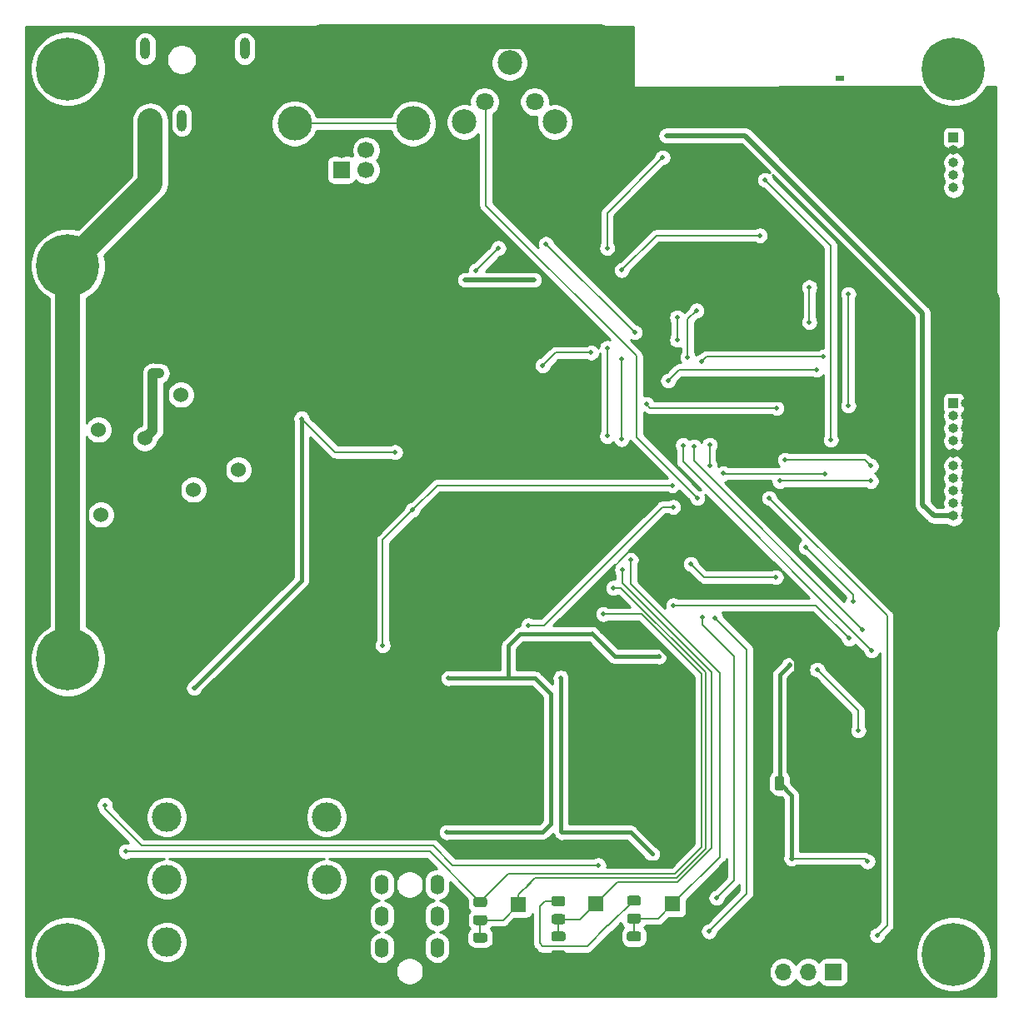
<source format=gbr>
G04 #@! TF.GenerationSoftware,KiCad,Pcbnew,5.1.9*
G04 #@! TF.CreationDate,2021-05-27T16:29:05+08:00*
G04 #@! TF.ProjectId,digital-amplifier2,64696769-7461-46c2-9d61-6d706c696669,rev?*
G04 #@! TF.SameCoordinates,Original*
G04 #@! TF.FileFunction,Copper,L2,Bot*
G04 #@! TF.FilePolarity,Positive*
%FSLAX46Y46*%
G04 Gerber Fmt 4.6, Leading zero omitted, Abs format (unit mm)*
G04 Created by KiCad (PCBNEW 5.1.9) date 2021-05-27 16:29:05*
%MOMM*%
%LPD*%
G01*
G04 APERTURE LIST*
G04 #@! TA.AperFunction,ComponentPad*
%ADD10C,1.524000*%
G04 #@! TD*
G04 #@! TA.AperFunction,ComponentPad*
%ADD11O,1.400000X2.000000*%
G04 #@! TD*
G04 #@! TA.AperFunction,ComponentPad*
%ADD12O,1.000000X1.000000*%
G04 #@! TD*
G04 #@! TA.AperFunction,ComponentPad*
%ADD13R,1.000000X1.000000*%
G04 #@! TD*
G04 #@! TA.AperFunction,ComponentPad*
%ADD14C,6.400000*%
G04 #@! TD*
G04 #@! TA.AperFunction,ComponentPad*
%ADD15O,1.600000X1.600000*%
G04 #@! TD*
G04 #@! TA.AperFunction,ComponentPad*
%ADD16R,1.600000X1.600000*%
G04 #@! TD*
G04 #@! TA.AperFunction,ComponentPad*
%ADD17C,1.800000*%
G04 #@! TD*
G04 #@! TA.AperFunction,WasherPad*
%ADD18C,2.500000*%
G04 #@! TD*
G04 #@! TA.AperFunction,SMDPad,CuDef*
%ADD19R,5.800000X3.200000*%
G04 #@! TD*
G04 #@! TA.AperFunction,ComponentPad*
%ADD20C,0.600000*%
G04 #@! TD*
G04 #@! TA.AperFunction,ComponentPad*
%ADD21O,1.700000X1.700000*%
G04 #@! TD*
G04 #@! TA.AperFunction,ComponentPad*
%ADD22R,1.700000X1.700000*%
G04 #@! TD*
G04 #@! TA.AperFunction,ComponentPad*
%ADD23C,3.000000*%
G04 #@! TD*
G04 #@! TA.AperFunction,ComponentPad*
%ADD24O,1.000000X2.200000*%
G04 #@! TD*
G04 #@! TA.AperFunction,ComponentPad*
%ADD25C,3.500000*%
G04 #@! TD*
G04 #@! TA.AperFunction,ComponentPad*
%ADD26C,1.700000*%
G04 #@! TD*
G04 #@! TA.AperFunction,ComponentPad*
%ADD27R,0.900000X0.500000*%
G04 #@! TD*
G04 #@! TA.AperFunction,ViaPad*
%ADD28C,0.500000*%
G04 #@! TD*
G04 #@! TA.AperFunction,Conductor*
%ADD29C,0.400000*%
G04 #@! TD*
G04 #@! TA.AperFunction,Conductor*
%ADD30C,2.500000*%
G04 #@! TD*
G04 #@! TA.AperFunction,Conductor*
%ADD31C,0.500000*%
G04 #@! TD*
G04 #@! TA.AperFunction,Conductor*
%ADD32C,0.300000*%
G04 #@! TD*
G04 #@! TA.AperFunction,Conductor*
%ADD33C,0.200000*%
G04 #@! TD*
G04 #@! TA.AperFunction,Conductor*
%ADD34C,1.000000*%
G04 #@! TD*
G04 #@! TA.AperFunction,Conductor*
%ADD35C,0.254000*%
G04 #@! TD*
G04 #@! TA.AperFunction,Conductor*
%ADD36C,0.100000*%
G04 #@! TD*
G04 APERTURE END LIST*
D10*
X66992500Y-92964000D03*
X72326500Y-95758000D03*
X67754500Y-97790000D03*
X65722500Y-103632000D03*
X63944500Y-99314000D03*
X58356500Y-100330000D03*
X61150500Y-96520000D03*
X58102500Y-91694000D03*
X62801500Y-92583000D03*
X66484500Y-88138000D03*
D11*
X86919500Y-147522000D03*
X86919500Y-144322000D03*
X86919500Y-141122000D03*
X86919500Y-137922000D03*
X92519500Y-144322000D03*
X92519500Y-141122000D03*
X92519500Y-137922000D03*
X92519500Y-147522000D03*
D12*
X145000000Y-67080000D03*
X145000000Y-65810000D03*
X145000000Y-64540000D03*
X145000000Y-63270000D03*
D13*
X145000000Y-62000000D03*
D12*
X146270000Y-100430000D03*
X145000000Y-100430000D03*
X146270000Y-99160000D03*
X145000000Y-99160000D03*
X146270000Y-97890000D03*
X145000000Y-97890000D03*
X146270000Y-96620000D03*
X145000000Y-96620000D03*
X146270000Y-95350000D03*
X145000000Y-95350000D03*
X146270000Y-94080000D03*
X145000000Y-94080000D03*
X146270000Y-92810000D03*
X145000000Y-92810000D03*
X146270000Y-91540000D03*
X145000000Y-91540000D03*
X146270000Y-90270000D03*
X145000000Y-90270000D03*
X146270000Y-89000000D03*
D13*
X145000000Y-89000000D03*
D14*
X145000000Y-55000000D03*
X145000000Y-145000000D03*
X55000000Y-145000000D03*
X55000000Y-55000000D03*
D15*
X116459000Y-147510500D03*
D16*
X116459000Y-139890500D03*
D15*
X108616750Y-147510500D03*
D16*
X108616750Y-139890500D03*
D15*
X100774500Y-147574000D03*
D16*
X100774500Y-139954000D03*
D17*
X102425500Y-58341250D03*
X97345500Y-58341250D03*
X99885500Y-58341250D03*
D18*
X99885500Y-54391250D03*
X95285500Y-60391250D03*
X104485500Y-60391250D03*
D19*
X65582500Y-81101500D03*
D20*
X68182500Y-79801500D03*
X68182500Y-81101500D03*
X68182500Y-82401500D03*
X66882500Y-79801500D03*
X66882500Y-81101500D03*
X66882500Y-82401500D03*
X65582500Y-79801500D03*
X65582500Y-81101500D03*
X65582500Y-82401500D03*
X64282500Y-79801500D03*
X64282500Y-81101500D03*
X64282500Y-82401500D03*
X62982500Y-79801500D03*
X62982500Y-81101500D03*
X62982500Y-82401500D03*
G04 #@! TA.AperFunction,SMDPad,CuDef*
G36*
G01*
X112071999Y-140862000D02*
X112972001Y-140862000D01*
G75*
G02*
X113222000Y-141111999I0J-249999D01*
G01*
X113222000Y-141637001D01*
G75*
G02*
X112972001Y-141887000I-249999J0D01*
G01*
X112071999Y-141887000D01*
G75*
G02*
X111822000Y-141637001I0J249999D01*
G01*
X111822000Y-141111999D01*
G75*
G02*
X112071999Y-140862000I249999J0D01*
G01*
G37*
G04 #@! TD.AperFunction*
G04 #@! TA.AperFunction,SMDPad,CuDef*
G36*
G01*
X112071999Y-139037000D02*
X112972001Y-139037000D01*
G75*
G02*
X113222000Y-139286999I0J-249999D01*
G01*
X113222000Y-139812001D01*
G75*
G02*
X112972001Y-140062000I-249999J0D01*
G01*
X112071999Y-140062000D01*
G75*
G02*
X111822000Y-139812001I0J249999D01*
G01*
X111822000Y-139286999D01*
G75*
G02*
X112071999Y-139037000I249999J0D01*
G01*
G37*
G04 #@! TD.AperFunction*
G04 #@! TA.AperFunction,SMDPad,CuDef*
G36*
G01*
X104388499Y-140925500D02*
X105288501Y-140925500D01*
G75*
G02*
X105538500Y-141175499I0J-249999D01*
G01*
X105538500Y-141700501D01*
G75*
G02*
X105288501Y-141950500I-249999J0D01*
G01*
X104388499Y-141950500D01*
G75*
G02*
X104138500Y-141700501I0J249999D01*
G01*
X104138500Y-141175499D01*
G75*
G02*
X104388499Y-140925500I249999J0D01*
G01*
G37*
G04 #@! TD.AperFunction*
G04 #@! TA.AperFunction,SMDPad,CuDef*
G36*
G01*
X104388499Y-139100500D02*
X105288501Y-139100500D01*
G75*
G02*
X105538500Y-139350499I0J-249999D01*
G01*
X105538500Y-139875501D01*
G75*
G02*
X105288501Y-140125500I-249999J0D01*
G01*
X104388499Y-140125500D01*
G75*
G02*
X104138500Y-139875501I0J249999D01*
G01*
X104138500Y-139350499D01*
G75*
G02*
X104388499Y-139100500I249999J0D01*
G01*
G37*
G04 #@! TD.AperFunction*
G04 #@! TA.AperFunction,SMDPad,CuDef*
G36*
G01*
X96450999Y-141012500D02*
X97351001Y-141012500D01*
G75*
G02*
X97601000Y-141262499I0J-249999D01*
G01*
X97601000Y-141787501D01*
G75*
G02*
X97351001Y-142037500I-249999J0D01*
G01*
X96450999Y-142037500D01*
G75*
G02*
X96201000Y-141787501I0J249999D01*
G01*
X96201000Y-141262499D01*
G75*
G02*
X96450999Y-141012500I249999J0D01*
G01*
G37*
G04 #@! TD.AperFunction*
G04 #@! TA.AperFunction,SMDPad,CuDef*
G36*
G01*
X96450999Y-139187500D02*
X97351001Y-139187500D01*
G75*
G02*
X97601000Y-139437499I0J-249999D01*
G01*
X97601000Y-139962501D01*
G75*
G02*
X97351001Y-140212500I-249999J0D01*
G01*
X96450999Y-140212500D01*
G75*
G02*
X96201000Y-139962501I0J249999D01*
G01*
X96201000Y-139437499D01*
G75*
G02*
X96450999Y-139187500I249999J0D01*
G01*
G37*
G04 #@! TD.AperFunction*
D21*
X125158500Y-146812000D03*
X127698500Y-146812000D03*
X130238500Y-146812000D03*
D22*
X132778500Y-146812000D03*
D23*
X65050000Y-131064000D03*
X65050000Y-143764000D03*
X65050000Y-137414000D03*
X81280000Y-131064000D03*
X81280000Y-143764000D03*
X81280000Y-137414000D03*
D24*
X72965000Y-52959000D03*
X71765000Y-60259000D03*
X66565000Y-60259000D03*
X63365000Y-60259000D03*
X62865000Y-52959000D03*
D25*
X90074000Y-60568000D03*
X78034000Y-60568000D03*
D26*
X82804000Y-63278000D03*
X85304000Y-63278000D03*
X85304000Y-65278000D03*
D22*
X82804000Y-65278000D03*
D14*
X145000000Y-115000000D03*
X55000000Y-75000000D03*
X145000000Y-75000000D03*
X55000000Y-115000000D03*
G04 #@! TA.AperFunction,SMDPad,CuDef*
G36*
G01*
X112047000Y-144595000D02*
X112997000Y-144595000D01*
G75*
G02*
X113247000Y-144845000I0J-250000D01*
G01*
X113247000Y-145345000D01*
G75*
G02*
X112997000Y-145595000I-250000J0D01*
G01*
X112047000Y-145595000D01*
G75*
G02*
X111797000Y-145345000I0J250000D01*
G01*
X111797000Y-144845000D01*
G75*
G02*
X112047000Y-144595000I250000J0D01*
G01*
G37*
G04 #@! TD.AperFunction*
G04 #@! TA.AperFunction,SMDPad,CuDef*
G36*
G01*
X112047000Y-142695000D02*
X112997000Y-142695000D01*
G75*
G02*
X113247000Y-142945000I0J-250000D01*
G01*
X113247000Y-143445000D01*
G75*
G02*
X112997000Y-143695000I-250000J0D01*
G01*
X112047000Y-143695000D01*
G75*
G02*
X111797000Y-143445000I0J250000D01*
G01*
X111797000Y-142945000D01*
G75*
G02*
X112047000Y-142695000I250000J0D01*
G01*
G37*
G04 #@! TD.AperFunction*
G04 #@! TA.AperFunction,SMDPad,CuDef*
G36*
G01*
X104363500Y-144595000D02*
X105313500Y-144595000D01*
G75*
G02*
X105563500Y-144845000I0J-250000D01*
G01*
X105563500Y-145345000D01*
G75*
G02*
X105313500Y-145595000I-250000J0D01*
G01*
X104363500Y-145595000D01*
G75*
G02*
X104113500Y-145345000I0J250000D01*
G01*
X104113500Y-144845000D01*
G75*
G02*
X104363500Y-144595000I250000J0D01*
G01*
G37*
G04 #@! TD.AperFunction*
G04 #@! TA.AperFunction,SMDPad,CuDef*
G36*
G01*
X104363500Y-142695000D02*
X105313500Y-142695000D01*
G75*
G02*
X105563500Y-142945000I0J-250000D01*
G01*
X105563500Y-143445000D01*
G75*
G02*
X105313500Y-143695000I-250000J0D01*
G01*
X104363500Y-143695000D01*
G75*
G02*
X104113500Y-143445000I0J250000D01*
G01*
X104113500Y-142945000D01*
G75*
G02*
X104363500Y-142695000I250000J0D01*
G01*
G37*
G04 #@! TD.AperFunction*
G04 #@! TA.AperFunction,SMDPad,CuDef*
G36*
G01*
X96426000Y-144722000D02*
X97376000Y-144722000D01*
G75*
G02*
X97626000Y-144972000I0J-250000D01*
G01*
X97626000Y-145472000D01*
G75*
G02*
X97376000Y-145722000I-250000J0D01*
G01*
X96426000Y-145722000D01*
G75*
G02*
X96176000Y-145472000I0J250000D01*
G01*
X96176000Y-144972000D01*
G75*
G02*
X96426000Y-144722000I250000J0D01*
G01*
G37*
G04 #@! TD.AperFunction*
G04 #@! TA.AperFunction,SMDPad,CuDef*
G36*
G01*
X96426000Y-142822000D02*
X97376000Y-142822000D01*
G75*
G02*
X97626000Y-143072000I0J-250000D01*
G01*
X97626000Y-143572000D01*
G75*
G02*
X97376000Y-143822000I-250000J0D01*
G01*
X96426000Y-143822000D01*
G75*
G02*
X96176000Y-143572000I0J250000D01*
G01*
X96176000Y-143072000D01*
G75*
G02*
X96426000Y-142822000I250000J0D01*
G01*
G37*
G04 #@! TD.AperFunction*
D20*
X93472000Y-125349000D03*
X93472000Y-124079000D03*
X94742000Y-125349000D03*
X94742000Y-124079000D03*
X96012000Y-125349000D03*
X96012000Y-124079000D03*
D27*
X133418000Y-56007000D03*
G04 #@! TA.AperFunction,SMDPad,CuDef*
G36*
G01*
X125915000Y-127160000D02*
X125915000Y-128110000D01*
G75*
G02*
X125665000Y-128360000I-250000J0D01*
G01*
X125165000Y-128360000D01*
G75*
G02*
X124915000Y-128110000I0J250000D01*
G01*
X124915000Y-127160000D01*
G75*
G02*
X125165000Y-126910000I250000J0D01*
G01*
X125665000Y-126910000D01*
G75*
G02*
X125915000Y-127160000I0J-250000D01*
G01*
G37*
G04 #@! TD.AperFunction*
G04 #@! TA.AperFunction,SMDPad,CuDef*
G36*
G01*
X127815000Y-127160000D02*
X127815000Y-128110000D01*
G75*
G02*
X127565000Y-128360000I-250000J0D01*
G01*
X127065000Y-128360000D01*
G75*
G02*
X126815000Y-128110000I0J250000D01*
G01*
X126815000Y-127160000D01*
G75*
G02*
X127065000Y-126910000I250000J0D01*
G01*
X127565000Y-126910000D01*
G75*
G02*
X127815000Y-127160000I0J-250000D01*
G01*
G37*
G04 #@! TD.AperFunction*
D28*
X125412500Y-127635000D03*
X91249500Y-131953000D03*
X90297000Y-117157500D03*
X126621500Y-135316000D03*
X113159500Y-113789500D03*
X106982500Y-117363000D03*
X105107500Y-134478000D03*
X113096000Y-135633500D03*
X101155500Y-113792000D03*
X106957500Y-131214500D03*
X100584000Y-98298000D03*
X103949500Y-89979500D03*
X140010000Y-124325500D03*
X107315000Y-100330000D03*
X89852500Y-107886500D03*
X96265998Y-105219500D03*
X96266000Y-108585002D03*
X99377500Y-86868000D03*
X142239998Y-137413998D03*
X144780000Y-126047500D03*
X112522000Y-145095000D03*
X104838500Y-145095000D03*
X128902500Y-89278500D03*
X115156000Y-87536000D03*
X107378500Y-81978500D03*
X117030500Y-108648500D03*
X125222000Y-108331000D03*
X107251500Y-104584500D03*
X109410500Y-106743498D03*
X131572000Y-100203000D03*
X134787000Y-100036000D03*
X127317500Y-63119000D03*
X109664500Y-60007500D03*
X145793500Y-137919500D03*
X123827500Y-140462000D03*
X125412502Y-119316500D03*
X128994500Y-123025500D03*
X129032000Y-126936508D03*
X94297500Y-112458500D03*
X71503500Y-117536000D03*
X80581500Y-110299500D03*
X96901000Y-139700000D03*
X104838500Y-139636500D03*
X112522000Y-139509500D03*
X103251000Y-85153500D03*
X113792000Y-89090500D03*
X127002500Y-89474000D03*
X108172250Y-83851750D03*
X126934000Y-106680000D03*
X118298000Y-105349000D03*
X129982000Y-103632000D03*
X134787000Y-109133000D03*
X109410500Y-110426500D03*
X60896500Y-134556500D03*
X98742500Y-73215500D03*
X96456492Y-75501500D03*
X116903501Y-80264000D03*
X116903500Y-82550000D03*
X67820500Y-117917000D03*
X78742500Y-90553500D03*
X88256000Y-93971000D03*
X93677500Y-116952000D03*
X93487000Y-132603000D03*
X115059500Y-114747000D03*
X108267500Y-112458500D03*
X105077500Y-116888500D03*
X105204500Y-132603000D03*
X114363494Y-134810500D03*
X95377000Y-76454000D03*
X102362000Y-76454000D03*
X115824000Y-61785500D03*
X127317500Y-127571500D03*
X128521500Y-135257500D03*
X128333500Y-115570000D03*
X136271000Y-135572500D03*
X120205500Y-95313500D03*
X120205500Y-93218000D03*
X58755000Y-129840000D03*
X108902500Y-135953500D03*
X110426500Y-107759500D03*
X111315502Y-105918000D03*
X112204500Y-104902000D03*
X119443500Y-110744000D03*
X120904000Y-139255500D03*
X120777000Y-110807500D03*
X120142000Y-142684500D03*
X131957006Y-96143006D03*
X121602500Y-96139000D03*
X134365999Y-112903001D03*
X116522500Y-109537500D03*
X131127500Y-116077994D03*
X135318500Y-122237498D03*
X131762500Y-84264500D03*
X119380000Y-84772500D03*
X134302500Y-89217500D03*
X134302498Y-77914500D03*
X127317500Y-96901000D03*
X136588500Y-96901000D03*
X118618000Y-93408500D03*
X135762999Y-112014001D03*
X127889000Y-94742000D03*
X136588500Y-95377000D03*
X117495000Y-93261500D03*
X136652000Y-114109500D03*
X112585500Y-81788000D03*
X103591997Y-72794497D03*
X116395500Y-97345500D03*
X90011250Y-99853750D03*
X126265500Y-98643000D03*
X137223506Y-143065500D03*
X86995000Y-113601500D03*
X116495000Y-99532000D03*
X101790500Y-111569500D03*
X64282500Y-85936000D03*
X63632500Y-85915500D03*
X115995000Y-86697000D03*
X131064000Y-85598000D03*
X130348500Y-77199002D03*
X130347474Y-80753974D03*
X132524500Y-92710000D03*
X125857000Y-66294000D03*
X118956990Y-98619500D03*
X109791500Y-92329000D03*
X109791500Y-83375500D03*
X109791500Y-73215500D03*
X115443000Y-64008000D03*
X111268154Y-92646500D03*
X125285500Y-71945500D03*
X111268154Y-84502346D03*
X111283750Y-75469750D03*
X117983000Y-84327998D03*
X118872000Y-79565500D03*
D29*
X90233500Y-117221000D02*
X90297000Y-117157500D01*
X90233500Y-130937000D02*
X90233500Y-117221000D01*
X90233500Y-130937000D02*
X91249500Y-131953000D01*
D30*
X145000000Y-75000000D02*
X148474990Y-78474990D01*
X148474990Y-111525010D02*
X145000000Y-115000000D01*
D29*
X114937500Y-135633500D02*
X113096000Y-135633500D01*
X116713000Y-133858000D02*
X114937500Y-135633500D01*
X113096000Y-135633500D02*
X111821000Y-135633500D01*
X110665500Y-134478000D02*
X105107500Y-134478000D01*
X111821000Y-135633500D02*
X110665500Y-134478000D01*
X91249500Y-131953000D02*
X93726000Y-134429500D01*
X105059000Y-134429500D02*
X105107500Y-134478000D01*
X93726000Y-134429500D02*
X105059000Y-134429500D01*
X116601000Y-117363000D02*
X116713000Y-117475000D01*
X106982500Y-117363000D02*
X116601000Y-117363000D01*
X116713000Y-117475000D02*
X116713000Y-133858000D01*
X103411500Y-113792000D02*
X106982500Y-117363000D01*
X101155500Y-113792000D02*
X103411500Y-113792000D01*
X106957500Y-117388000D02*
X106982500Y-117363000D01*
X106957500Y-131214500D02*
X106957500Y-117388000D01*
D30*
X148474990Y-78474990D02*
X148474990Y-111525010D01*
D29*
X100584000Y-98298000D02*
X96265998Y-102616002D01*
X96265998Y-102616002D02*
X96265998Y-105219500D01*
X96265998Y-105219500D02*
X96265998Y-108585000D01*
X96265998Y-108585000D02*
X96266000Y-108585002D01*
D31*
X148018500Y-103632000D02*
X148474990Y-103175510D01*
D29*
X102616000Y-100330000D02*
X107315000Y-100330000D01*
X100584000Y-98298000D02*
X102616000Y-100330000D01*
D32*
X100838000Y-86868000D02*
X103949500Y-89979500D01*
X99377500Y-86868000D02*
X100838000Y-86868000D01*
X148199999Y-131453997D02*
X142239998Y-137413998D01*
X148199999Y-118199999D02*
X148199999Y-131453997D01*
X145000000Y-115000000D02*
X148199999Y-118199999D01*
D29*
X93598998Y-107886500D02*
X96265998Y-105219500D01*
X89852500Y-107886500D02*
X93598998Y-107886500D01*
D31*
X145000000Y-115000000D02*
X143030000Y-113030000D01*
D33*
X116459000Y-147510500D02*
X108616750Y-147510500D01*
X100838000Y-147510500D02*
X100774500Y-147574000D01*
X108616750Y-147510500D02*
X100838000Y-147510500D01*
D32*
X140010000Y-124325500D02*
X143058000Y-124325500D01*
X143058000Y-124325500D02*
X144780000Y-126047500D01*
D33*
X114937500Y-147510500D02*
X112522000Y-145095000D01*
X116459000Y-147510500D02*
X114937500Y-147510500D01*
X107254000Y-147510500D02*
X104838500Y-145095000D01*
X108616750Y-147510500D02*
X107254000Y-147510500D01*
X99253000Y-147574000D02*
X96901000Y-145222000D01*
X100774500Y-147574000D02*
X99253000Y-147574000D01*
X93397000Y-147574000D02*
X93218000Y-147395000D01*
X93218000Y-147395000D02*
X92917999Y-147695001D01*
X115156000Y-87536000D02*
X116456500Y-88836500D01*
X128460500Y-88836500D02*
X128902500Y-89278500D01*
X116456500Y-88836500D02*
X128460500Y-88836500D01*
X107378500Y-81978500D02*
X102425500Y-81978500D01*
X99377500Y-85026500D02*
X99377500Y-86868000D01*
X102425500Y-81978500D02*
X99377500Y-85026500D01*
X107315000Y-104521000D02*
X107251500Y-104584500D01*
X107315000Y-100330000D02*
X107315000Y-104521000D01*
X117030500Y-108648500D02*
X112395000Y-104013000D01*
X112395000Y-104013000D02*
X112140998Y-104013000D01*
X112140998Y-104013000D02*
X109410500Y-106743498D01*
X144773000Y-93853000D02*
X145000000Y-94080000D01*
X131739000Y-100036000D02*
X131572000Y-100203000D01*
X134787000Y-100036000D02*
X131739000Y-100036000D01*
X124904500Y-108648500D02*
X117030500Y-108648500D01*
X125222000Y-108331000D02*
X124904500Y-108648500D01*
D29*
X115177878Y-113789500D02*
X116713000Y-115324622D01*
X113159500Y-113789500D02*
X115177878Y-113789500D01*
X116713000Y-115324622D02*
X116713000Y-117475000D01*
D30*
X71765000Y-60259000D02*
X72202000Y-60259000D01*
X80769751Y-51691249D02*
X109095249Y-51691249D01*
X72202000Y-60259000D02*
X80769751Y-51691249D01*
X109095249Y-51691249D02*
X110490000Y-53086000D01*
X110490000Y-53086000D02*
X110490000Y-58547000D01*
X110490000Y-58547000D02*
X111696500Y-59753500D01*
X129753500Y-59753500D02*
X145000000Y-75000000D01*
D33*
X127317500Y-59753500D02*
X127317500Y-63119000D01*
D30*
X111696500Y-59753500D02*
X127317500Y-59753500D01*
X127317500Y-59753500D02*
X129753500Y-59753500D01*
D33*
X111442500Y-60007500D02*
X111696500Y-59753500D01*
X109664500Y-60007500D02*
X111442500Y-60007500D01*
X144780000Y-134873996D02*
X142239998Y-137413998D01*
X144780000Y-126047500D02*
X144780000Y-134873996D01*
X142745500Y-137919500D02*
X142239998Y-137413998D01*
X145793500Y-137919500D02*
X142745500Y-137919500D01*
X123827500Y-140462000D02*
X126746000Y-137543500D01*
X126746000Y-135440500D02*
X126621500Y-135316000D01*
X126746000Y-137543500D02*
X126746000Y-135440500D01*
X123827500Y-145481000D02*
X125158500Y-146812000D01*
X123827500Y-140462000D02*
X123827500Y-145481000D01*
X123827500Y-140462000D02*
X131635500Y-140462000D01*
X131635500Y-140462000D02*
X135318500Y-144145000D01*
X135318500Y-144145000D02*
X138239500Y-144145000D01*
X142239998Y-140144502D02*
X142239998Y-137413998D01*
X138239500Y-144145000D02*
X142239998Y-140144502D01*
X146270000Y-76270000D02*
X145000000Y-75000000D01*
X146270000Y-89000000D02*
X146270000Y-76270000D01*
X126621500Y-128844000D02*
X125412500Y-127635000D01*
X126621500Y-135316000D02*
X126621500Y-128844000D01*
X125412500Y-127635000D02*
X125412500Y-126607500D01*
X93472000Y-120332500D02*
X90297000Y-117157500D01*
X93472000Y-124079000D02*
X93472000Y-120332500D01*
D29*
X90297000Y-117157500D02*
X90297000Y-116459000D01*
X90297000Y-116459000D02*
X94297500Y-112458500D01*
X96266000Y-110490000D02*
X94297500Y-112458500D01*
X96266000Y-108585002D02*
X96266000Y-110490000D01*
D34*
X65582500Y-81101500D02*
X65520000Y-81101500D01*
X61150500Y-85471000D02*
X61150500Y-96520000D01*
X65520000Y-81101500D02*
X61150500Y-85471000D01*
X63944500Y-99314000D02*
X61150500Y-96520000D01*
X65722500Y-101092000D02*
X63944500Y-99314000D01*
X65722500Y-103632000D02*
X65722500Y-101092000D01*
X65582500Y-71387000D02*
X65582500Y-81101500D01*
X71765000Y-65204500D02*
X65582500Y-71387000D01*
X71765000Y-60259000D02*
X71765000Y-65204500D01*
X61150500Y-96520000D02*
X63436500Y-96520000D01*
X63436500Y-96520000D02*
X66992500Y-92964000D01*
D29*
X73345000Y-117536000D02*
X80581500Y-110299500D01*
X71503500Y-117536000D02*
X73345000Y-117536000D01*
D31*
X72768500Y-60259000D02*
X99377500Y-86868000D01*
X71765000Y-60259000D02*
X72768500Y-60259000D01*
D29*
X128994500Y-123025500D02*
X128994500Y-115151500D01*
X128994500Y-115151500D02*
X128079500Y-114236500D01*
X128079500Y-114236500D02*
X126555500Y-114236500D01*
X125412502Y-115379498D02*
X125412502Y-119316500D01*
X126555500Y-114236500D02*
X125412502Y-115379498D01*
X125412502Y-127632502D02*
X125415000Y-127635000D01*
X125412502Y-119316500D02*
X125412502Y-127632502D01*
X129032000Y-123063000D02*
X128994500Y-123025500D01*
X129032000Y-126936508D02*
X129032000Y-123063000D01*
X126621500Y-128841500D02*
X125415000Y-127635000D01*
X126621500Y-135316000D02*
X126621500Y-128841500D01*
D33*
X109918500Y-142113000D02*
X112522000Y-139509500D01*
X109855000Y-142113000D02*
X109918500Y-142113000D01*
X107759500Y-144208500D02*
X109855000Y-142113000D01*
X102933500Y-143891000D02*
X103251000Y-144208500D01*
X103251000Y-144208500D02*
X107759500Y-144208500D01*
X102933500Y-140144500D02*
X102933500Y-143891000D01*
X103465000Y-139613000D02*
X102933500Y-140144500D01*
X104838500Y-139613000D02*
X103465000Y-139613000D01*
X114175500Y-89474000D02*
X113792000Y-89090500D01*
X127002500Y-89474000D02*
X114175500Y-89474000D01*
X104552750Y-83851750D02*
X103251000Y-85153500D01*
X108172250Y-83851750D02*
X104552750Y-83851750D01*
X119629000Y-106680000D02*
X118298000Y-105349000D01*
X126934000Y-106680000D02*
X119629000Y-106680000D01*
X134787000Y-108437000D02*
X129982000Y-103632000D01*
X134787000Y-109133000D02*
X134787000Y-108437000D01*
X109410500Y-110426500D02*
X113284000Y-110426500D01*
X113284000Y-110426500D02*
X119380000Y-116522500D01*
X119380000Y-116522500D02*
X119380000Y-134112000D01*
X119380000Y-134112000D02*
X116649500Y-136842500D01*
X99758500Y-136842500D02*
X96901000Y-139700000D01*
X116649500Y-136842500D02*
X99758500Y-136842500D01*
X96901000Y-139700000D02*
X96895990Y-139694990D01*
X96895990Y-139694990D02*
X91757500Y-134556500D01*
X91757500Y-134556500D02*
X60896500Y-134556500D01*
X96456500Y-75501500D02*
X96456492Y-75501500D01*
X98742500Y-73215500D02*
X96456500Y-75501500D01*
X116903501Y-80264000D02*
X116903500Y-80617554D01*
X116903500Y-80617554D02*
X116903500Y-82550000D01*
D30*
X63365000Y-66635000D02*
X55000000Y-75000000D01*
X63365000Y-60259000D02*
X63365000Y-66635000D01*
X55000000Y-75000000D02*
X55000000Y-115000000D01*
D29*
X78742500Y-106995000D02*
X78742500Y-90553500D01*
X67820500Y-117917000D02*
X78742500Y-106995000D01*
D33*
X82160000Y-93971000D02*
X78742500Y-90553500D01*
X88256000Y-93971000D02*
X82160000Y-93971000D01*
D29*
X103236000Y-132603000D02*
X93487000Y-132603000D01*
X104076500Y-131762500D02*
X103236000Y-132603000D01*
X104076500Y-118554500D02*
X104076500Y-131762500D01*
X102474000Y-116952000D02*
X104076500Y-118554500D01*
X93677500Y-116952000D02*
X96471500Y-116952000D01*
X93677500Y-116952000D02*
X99773500Y-116952000D01*
X99773500Y-116952000D02*
X102474000Y-116952000D01*
X99773500Y-116952000D02*
X99773500Y-113650000D01*
X115059500Y-114747000D02*
X110556000Y-114747000D01*
X110556000Y-114747000D02*
X108267500Y-112458500D01*
X99773500Y-113650000D02*
X100965000Y-112458500D01*
X100965000Y-112458500D02*
X108267500Y-112458500D01*
X105077500Y-132476000D02*
X105204500Y-132603000D01*
X105077500Y-116888500D02*
X105077500Y-132476000D01*
X105204500Y-132603000D02*
X112155994Y-132603000D01*
X112155994Y-132603000D02*
X114363494Y-134810500D01*
D31*
X95377000Y-76454000D02*
X102362000Y-76454000D01*
X142975000Y-100430000D02*
X145000000Y-100430000D01*
X141859000Y-99314000D02*
X142975000Y-100430000D01*
X141859000Y-79819500D02*
X141859000Y-99314000D01*
X123825000Y-61785500D02*
X141859000Y-79819500D01*
X115824000Y-61785500D02*
X123825000Y-61785500D01*
D33*
X135956000Y-135257500D02*
X136271000Y-135572500D01*
X128521500Y-135257500D02*
X135956000Y-135257500D01*
D29*
X127315000Y-116588500D02*
X128333500Y-115570000D01*
X127315000Y-127635000D02*
X127315000Y-116588500D01*
X128521500Y-128841500D02*
X127315000Y-127635000D01*
X128521500Y-135257500D02*
X128521500Y-128841500D01*
D33*
X120205500Y-95313500D02*
X120205500Y-93218000D01*
X58755000Y-129840000D02*
X58755000Y-130256000D01*
X58755000Y-130256000D02*
X62484000Y-133985000D01*
X62484000Y-133985000D02*
X92138500Y-133985000D01*
X92138500Y-133985000D02*
X94107000Y-135953500D01*
X94107000Y-135953500D02*
X108902500Y-135953500D01*
X100774500Y-138954000D02*
X102016011Y-137712489D01*
X100774500Y-139954000D02*
X100774500Y-138954000D01*
X96901000Y-141525000D02*
X96901000Y-143322000D01*
X99203500Y-141525000D02*
X100774500Y-139954000D01*
X96901000Y-141525000D02*
X99203500Y-141525000D01*
X102469989Y-137242511D02*
X116815189Y-137242511D01*
X101698511Y-138013989D02*
X102469989Y-137242511D01*
X116815189Y-137242511D02*
X119780011Y-134277689D01*
X119780011Y-134277689D02*
X119780011Y-116356811D01*
X119780011Y-116356811D02*
X111182700Y-107759500D01*
X111182700Y-107759500D02*
X110426500Y-107759500D01*
X104838500Y-143195000D02*
X104838500Y-141438000D01*
X107069250Y-141438000D02*
X108616750Y-139890500D01*
X104838500Y-141438000D02*
X107069250Y-141438000D01*
X120396000Y-134227400D02*
X116955400Y-137668000D01*
X111315502Y-105918000D02*
X111315502Y-107287555D01*
X116955400Y-137668000D02*
X110839250Y-137668000D01*
X111315502Y-107287555D02*
X120396000Y-116368053D01*
X110839250Y-137668000D02*
X108616750Y-139890500D01*
X120396000Y-116368053D02*
X120396000Y-134227400D01*
X121221500Y-116395500D02*
X112204500Y-107378500D01*
X112204500Y-107378500D02*
X112204500Y-104902000D01*
X121221500Y-135128000D02*
X116459000Y-139890500D01*
X121221500Y-116395500D02*
X121221500Y-135128000D01*
X112522000Y-143195000D02*
X112522000Y-141374500D01*
X114975000Y-141374500D02*
X116459000Y-139890500D01*
X112522000Y-141374500D02*
X114975000Y-141374500D01*
X122682000Y-137477500D02*
X120904000Y-139255500D01*
X122682000Y-114744500D02*
X122682000Y-137477500D01*
X119443500Y-111506000D02*
X122682000Y-114744500D01*
X119443500Y-110744000D02*
X119443500Y-111506000D01*
X123973498Y-138853002D02*
X120142000Y-142684500D01*
X123973498Y-114003998D02*
X123973498Y-138853002D01*
X120777000Y-110807500D02*
X123973498Y-114003998D01*
X90074000Y-60568000D02*
X78034000Y-60568000D01*
X131957006Y-96143006D02*
X121606506Y-96143006D01*
X121606506Y-96143006D02*
X121602500Y-96139000D01*
X131000498Y-109537500D02*
X134365999Y-112903001D01*
X116522500Y-109537500D02*
X131000498Y-109537500D01*
X131127500Y-116077994D02*
X135318500Y-120268994D01*
X135318500Y-120268994D02*
X135318500Y-122237498D01*
X131762500Y-84264500D02*
X131762500Y-84264500D01*
X119888000Y-84264500D02*
X119380000Y-84772500D01*
X131762500Y-84264500D02*
X119888000Y-84264500D01*
X134302500Y-89217500D02*
X134302500Y-77914502D01*
X134302500Y-77914502D02*
X134302498Y-77914500D01*
X127317500Y-96901000D02*
X136588500Y-96901000D01*
X118618000Y-93408500D02*
X118618000Y-94869002D01*
X118618000Y-94869002D02*
X135762999Y-112014001D01*
X144973000Y-95377000D02*
X145000000Y-95350000D01*
X127889000Y-94742000D02*
X135953500Y-94742000D01*
X135953500Y-94742000D02*
X136588500Y-95377000D01*
X117495000Y-94952500D02*
X136652000Y-114109500D01*
X117495000Y-93261500D02*
X117495000Y-94952500D01*
X112585500Y-81788000D02*
X103591997Y-72794497D01*
X116395500Y-97345500D02*
X92519500Y-97345500D01*
X92519500Y-97345500D02*
X90011250Y-99853750D01*
X90011250Y-99853750D02*
X89916000Y-99949000D01*
X138239500Y-110617000D02*
X138239500Y-142049506D01*
X138239500Y-142049506D02*
X137223506Y-143065500D01*
X126265500Y-98643000D02*
X138239500Y-110617000D01*
X86995000Y-102870000D02*
X90011250Y-99853750D01*
X86995000Y-113601500D02*
X86995000Y-102870000D01*
X103378000Y-111569500D02*
X101790500Y-111569500D01*
X115415500Y-99532000D02*
X103378000Y-111569500D01*
X116495000Y-99532000D02*
X115415500Y-99532000D01*
D34*
X63653000Y-85936000D02*
X63632500Y-85915500D01*
X64282500Y-85936000D02*
X63653000Y-85936000D01*
X63632500Y-91752000D02*
X62801500Y-92583000D01*
X63632500Y-85915500D02*
X63632500Y-91752000D01*
D33*
X115995000Y-86697000D02*
X117094000Y-85598000D01*
X117094000Y-85598000D02*
X131064000Y-85598000D01*
X131064000Y-85598000D02*
X131064000Y-85598000D01*
X130348500Y-77199002D02*
X130348500Y-80752948D01*
X130348500Y-80752948D02*
X130347474Y-80753974D01*
X132524500Y-92710000D02*
X132524500Y-72961500D01*
X132524500Y-72961500D02*
X125857000Y-66294000D01*
X112776000Y-92438510D02*
X118956990Y-98619500D01*
X112776000Y-84201000D02*
X112776000Y-92438510D01*
X97472500Y-68897500D02*
X112776000Y-84201000D01*
X97472500Y-58468250D02*
X97345500Y-58341250D01*
X97472500Y-68897500D02*
X97472500Y-58468250D01*
X109791500Y-92329000D02*
X109791500Y-83375500D01*
X109791500Y-73215500D02*
X109791500Y-69659500D01*
X109791500Y-69659500D02*
X115443000Y-64008000D01*
X111268154Y-92646500D02*
X111268154Y-84502346D01*
X111268154Y-75485346D02*
X111283750Y-75469750D01*
X114808000Y-71945500D02*
X125285500Y-71945500D01*
X111283750Y-75469750D02*
X114808000Y-71945500D01*
X117983000Y-80454500D02*
X118872000Y-79565500D01*
X117983000Y-84327998D02*
X117983000Y-80454500D01*
D35*
X112458500Y-56769000D02*
X112460982Y-56793984D01*
X112468249Y-56817797D01*
X112480021Y-56839734D01*
X112495847Y-56858952D01*
X112515119Y-56874714D01*
X112537095Y-56886414D01*
X112560932Y-56893601D01*
X112585712Y-56896000D01*
X141622161Y-56847525D01*
X142021161Y-57444670D01*
X142555330Y-57978839D01*
X143183446Y-58398533D01*
X143881372Y-58687623D01*
X144622285Y-58835000D01*
X145377715Y-58835000D01*
X146118628Y-58687623D01*
X146816554Y-58398533D01*
X147444670Y-57978839D01*
X147978839Y-57444670D01*
X148385383Y-56836234D01*
X149290001Y-56834724D01*
X149290000Y-149290000D01*
X50710000Y-149290000D01*
X50710000Y-144622285D01*
X51165000Y-144622285D01*
X51165000Y-145377715D01*
X51312377Y-146118628D01*
X51601467Y-146816554D01*
X52021161Y-147444670D01*
X52555330Y-147978839D01*
X53183446Y-148398533D01*
X53881372Y-148687623D01*
X54622285Y-148835000D01*
X55377715Y-148835000D01*
X56118628Y-148687623D01*
X56816554Y-148398533D01*
X57444670Y-147978839D01*
X57978839Y-147444670D01*
X58398533Y-146816554D01*
X58496241Y-146580665D01*
X88284500Y-146580665D01*
X88284500Y-146863335D01*
X88339647Y-147140574D01*
X88447820Y-147401727D01*
X88604863Y-147636759D01*
X88804741Y-147836637D01*
X89039773Y-147993680D01*
X89300926Y-148101853D01*
X89578165Y-148157000D01*
X89860835Y-148157000D01*
X90138074Y-148101853D01*
X90399227Y-147993680D01*
X90634259Y-147836637D01*
X90834137Y-147636759D01*
X90991180Y-147401727D01*
X91099353Y-147140574D01*
X91154500Y-146863335D01*
X91154500Y-146665740D01*
X126213500Y-146665740D01*
X126213500Y-146958260D01*
X126270568Y-147245158D01*
X126382510Y-147515411D01*
X126545025Y-147758632D01*
X126751868Y-147965475D01*
X126995089Y-148127990D01*
X127265342Y-148239932D01*
X127552240Y-148297000D01*
X127844760Y-148297000D01*
X128131658Y-148239932D01*
X128401911Y-148127990D01*
X128645132Y-147965475D01*
X128851975Y-147758632D01*
X128968500Y-147584240D01*
X129085025Y-147758632D01*
X129291868Y-147965475D01*
X129535089Y-148127990D01*
X129805342Y-148239932D01*
X130092240Y-148297000D01*
X130384760Y-148297000D01*
X130671658Y-148239932D01*
X130941911Y-148127990D01*
X131185132Y-147965475D01*
X131316987Y-147833620D01*
X131338998Y-147906180D01*
X131397963Y-148016494D01*
X131477315Y-148113185D01*
X131574006Y-148192537D01*
X131684320Y-148251502D01*
X131804018Y-148287812D01*
X131928500Y-148300072D01*
X133628500Y-148300072D01*
X133752982Y-148287812D01*
X133872680Y-148251502D01*
X133982994Y-148192537D01*
X134079685Y-148113185D01*
X134159037Y-148016494D01*
X134218002Y-147906180D01*
X134254312Y-147786482D01*
X134266572Y-147662000D01*
X134266572Y-145962000D01*
X134254312Y-145837518D01*
X134218002Y-145717820D01*
X134159037Y-145607506D01*
X134079685Y-145510815D01*
X133982994Y-145431463D01*
X133872680Y-145372498D01*
X133752982Y-145336188D01*
X133628500Y-145323928D01*
X131928500Y-145323928D01*
X131804018Y-145336188D01*
X131684320Y-145372498D01*
X131574006Y-145431463D01*
X131477315Y-145510815D01*
X131397963Y-145607506D01*
X131338998Y-145717820D01*
X131316987Y-145790380D01*
X131185132Y-145658525D01*
X130941911Y-145496010D01*
X130671658Y-145384068D01*
X130384760Y-145327000D01*
X130092240Y-145327000D01*
X129805342Y-145384068D01*
X129535089Y-145496010D01*
X129291868Y-145658525D01*
X129085025Y-145865368D01*
X128968500Y-146039760D01*
X128851975Y-145865368D01*
X128645132Y-145658525D01*
X128401911Y-145496010D01*
X128131658Y-145384068D01*
X127844760Y-145327000D01*
X127552240Y-145327000D01*
X127265342Y-145384068D01*
X126995089Y-145496010D01*
X126751868Y-145658525D01*
X126545025Y-145865368D01*
X126382510Y-146108589D01*
X126270568Y-146378842D01*
X126213500Y-146665740D01*
X91154500Y-146665740D01*
X91154500Y-146580665D01*
X91099353Y-146303426D01*
X90991180Y-146042273D01*
X90834137Y-145807241D01*
X90634259Y-145607363D01*
X90399227Y-145450320D01*
X90138074Y-145342147D01*
X89860835Y-145287000D01*
X89578165Y-145287000D01*
X89300926Y-145342147D01*
X89039773Y-145450320D01*
X88804741Y-145607363D01*
X88604863Y-145807241D01*
X88447820Y-146042273D01*
X88339647Y-146303426D01*
X88284500Y-146580665D01*
X58496241Y-146580665D01*
X58687623Y-146118628D01*
X58835000Y-145377715D01*
X58835000Y-144622285D01*
X58687623Y-143881372D01*
X58551906Y-143553721D01*
X62915000Y-143553721D01*
X62915000Y-143974279D01*
X62997047Y-144386756D01*
X63157988Y-144775302D01*
X63391637Y-145124983D01*
X63689017Y-145422363D01*
X64038698Y-145656012D01*
X64427244Y-145816953D01*
X64839721Y-145899000D01*
X65260279Y-145899000D01*
X65672756Y-145816953D01*
X66061302Y-145656012D01*
X66410983Y-145422363D01*
X66708363Y-145124983D01*
X66942012Y-144775302D01*
X67102953Y-144386756D01*
X67185000Y-143974279D01*
X67185000Y-143553721D01*
X67102953Y-143141244D01*
X66942012Y-142752698D01*
X66708363Y-142403017D01*
X66410983Y-142105637D01*
X66061302Y-141871988D01*
X65672756Y-141711047D01*
X65260279Y-141629000D01*
X64839721Y-141629000D01*
X64427244Y-141711047D01*
X64038698Y-141871988D01*
X63689017Y-142105637D01*
X63391637Y-142403017D01*
X63157988Y-142752698D01*
X62997047Y-143141244D01*
X62915000Y-143553721D01*
X58551906Y-143553721D01*
X58398533Y-143183446D01*
X57978839Y-142555330D01*
X57444670Y-142021161D01*
X56816554Y-141601467D01*
X56118628Y-141312377D01*
X55377715Y-141165000D01*
X54622285Y-141165000D01*
X53881372Y-141312377D01*
X53183446Y-141601467D01*
X52555330Y-142021161D01*
X52021161Y-142555330D01*
X51601467Y-143183446D01*
X51312377Y-143881372D01*
X51165000Y-144622285D01*
X50710000Y-144622285D01*
X50710000Y-129752835D01*
X57870000Y-129752835D01*
X57870000Y-129927165D01*
X57904010Y-130098145D01*
X57970723Y-130259205D01*
X58024719Y-130340015D01*
X58030635Y-130400085D01*
X58072663Y-130538633D01*
X58140913Y-130666320D01*
X58232763Y-130778238D01*
X58260808Y-130801254D01*
X61172430Y-133712877D01*
X61154645Y-133705510D01*
X60983665Y-133671500D01*
X60809335Y-133671500D01*
X60638355Y-133705510D01*
X60477295Y-133772223D01*
X60332345Y-133869076D01*
X60209076Y-133992345D01*
X60112223Y-134137295D01*
X60045510Y-134298355D01*
X60011500Y-134469335D01*
X60011500Y-134643665D01*
X60045510Y-134814645D01*
X60112223Y-134975705D01*
X60209076Y-135120655D01*
X60332345Y-135243924D01*
X60477295Y-135340777D01*
X60638355Y-135407490D01*
X60809335Y-135441500D01*
X60983665Y-135441500D01*
X61154645Y-135407490D01*
X61315705Y-135340777D01*
X61389453Y-135291500D01*
X64776879Y-135291500D01*
X64427244Y-135361047D01*
X64038698Y-135521988D01*
X63689017Y-135755637D01*
X63391637Y-136053017D01*
X63157988Y-136402698D01*
X62997047Y-136791244D01*
X62915000Y-137203721D01*
X62915000Y-137624279D01*
X62997047Y-138036756D01*
X63157988Y-138425302D01*
X63391637Y-138774983D01*
X63689017Y-139072363D01*
X64038698Y-139306012D01*
X64427244Y-139466953D01*
X64839721Y-139549000D01*
X65260279Y-139549000D01*
X65672756Y-139466953D01*
X66061302Y-139306012D01*
X66410983Y-139072363D01*
X66708363Y-138774983D01*
X66942012Y-138425302D01*
X67102953Y-138036756D01*
X67185000Y-137624279D01*
X67185000Y-137203721D01*
X67102953Y-136791244D01*
X66942012Y-136402698D01*
X66708363Y-136053017D01*
X66410983Y-135755637D01*
X66061302Y-135521988D01*
X65672756Y-135361047D01*
X65323121Y-135291500D01*
X81006879Y-135291500D01*
X80657244Y-135361047D01*
X80268698Y-135521988D01*
X79919017Y-135755637D01*
X79621637Y-136053017D01*
X79387988Y-136402698D01*
X79227047Y-136791244D01*
X79145000Y-137203721D01*
X79145000Y-137624279D01*
X79227047Y-138036756D01*
X79387988Y-138425302D01*
X79621637Y-138774983D01*
X79919017Y-139072363D01*
X80268698Y-139306012D01*
X80657244Y-139466953D01*
X81069721Y-139549000D01*
X81490279Y-139549000D01*
X81902756Y-139466953D01*
X82291302Y-139306012D01*
X82640983Y-139072363D01*
X82938363Y-138774983D01*
X83172012Y-138425302D01*
X83332953Y-138036756D01*
X83415000Y-137624279D01*
X83415000Y-137556422D01*
X85584500Y-137556422D01*
X85584500Y-138287579D01*
X85603817Y-138483706D01*
X85680153Y-138735354D01*
X85804118Y-138967275D01*
X85970946Y-139170555D01*
X86174226Y-139337382D01*
X86406147Y-139461347D01*
X86606094Y-139522000D01*
X86406146Y-139582653D01*
X86174225Y-139706618D01*
X85970945Y-139873445D01*
X85804118Y-140076726D01*
X85680153Y-140308647D01*
X85603817Y-140560295D01*
X85584500Y-140756422D01*
X85584500Y-141487579D01*
X85603817Y-141683706D01*
X85680153Y-141935354D01*
X85804118Y-142167275D01*
X85970946Y-142370555D01*
X86174226Y-142537382D01*
X86406147Y-142661347D01*
X86606094Y-142722000D01*
X86406146Y-142782653D01*
X86174225Y-142906618D01*
X85970945Y-143073445D01*
X85804118Y-143276726D01*
X85680153Y-143508647D01*
X85603817Y-143760295D01*
X85584500Y-143956422D01*
X85584500Y-144687579D01*
X85603817Y-144883706D01*
X85680153Y-145135354D01*
X85804118Y-145367275D01*
X85970946Y-145570555D01*
X86174226Y-145737382D01*
X86406147Y-145861347D01*
X86657795Y-145937683D01*
X86919500Y-145963459D01*
X87181206Y-145937683D01*
X87432854Y-145861347D01*
X87664775Y-145737382D01*
X87868055Y-145570555D01*
X88034882Y-145367275D01*
X88158847Y-145135354D01*
X88235183Y-144883705D01*
X88254500Y-144687578D01*
X88254500Y-143956421D01*
X88235183Y-143760294D01*
X88158847Y-143508646D01*
X88034882Y-143276725D01*
X87868055Y-143073445D01*
X87664774Y-142906618D01*
X87432853Y-142782653D01*
X87232906Y-142722000D01*
X87432854Y-142661347D01*
X87664775Y-142537382D01*
X87868055Y-142370555D01*
X88034882Y-142167275D01*
X88158847Y-141935354D01*
X88235183Y-141683705D01*
X88254500Y-141487578D01*
X88254500Y-140756421D01*
X88235183Y-140560294D01*
X88158847Y-140308646D01*
X88034882Y-140076725D01*
X87868055Y-139873445D01*
X87664774Y-139706618D01*
X87432853Y-139582653D01*
X87232906Y-139522000D01*
X87432854Y-139461347D01*
X87664775Y-139337382D01*
X87868055Y-139170555D01*
X88034882Y-138967275D01*
X88158847Y-138735354D01*
X88235183Y-138483705D01*
X88254500Y-138287578D01*
X88254500Y-137780665D01*
X88284500Y-137780665D01*
X88284500Y-138063335D01*
X88339647Y-138340574D01*
X88447820Y-138601727D01*
X88604863Y-138836759D01*
X88804741Y-139036637D01*
X89039773Y-139193680D01*
X89300926Y-139301853D01*
X89578165Y-139357000D01*
X89860835Y-139357000D01*
X90138074Y-139301853D01*
X90399227Y-139193680D01*
X90634259Y-139036637D01*
X90834137Y-138836759D01*
X90991180Y-138601727D01*
X91099353Y-138340574D01*
X91154500Y-138063335D01*
X91154500Y-137780665D01*
X91099353Y-137503426D01*
X90991180Y-137242273D01*
X90834137Y-137007241D01*
X90634259Y-136807363D01*
X90399227Y-136650320D01*
X90138074Y-136542147D01*
X89860835Y-136487000D01*
X89578165Y-136487000D01*
X89300926Y-136542147D01*
X89039773Y-136650320D01*
X88804741Y-136807363D01*
X88604863Y-137007241D01*
X88447820Y-137242273D01*
X88339647Y-137503426D01*
X88284500Y-137780665D01*
X88254500Y-137780665D01*
X88254500Y-137556421D01*
X88235183Y-137360294D01*
X88158847Y-137108646D01*
X88034882Y-136876725D01*
X87868055Y-136673445D01*
X87664774Y-136506618D01*
X87432853Y-136382653D01*
X87181205Y-136306317D01*
X86919500Y-136280541D01*
X86657794Y-136306317D01*
X86406146Y-136382653D01*
X86174225Y-136506618D01*
X85970945Y-136673445D01*
X85804118Y-136876726D01*
X85680153Y-137108647D01*
X85603817Y-137360295D01*
X85584500Y-137556422D01*
X83415000Y-137556422D01*
X83415000Y-137203721D01*
X83332953Y-136791244D01*
X83172012Y-136402698D01*
X82938363Y-136053017D01*
X82640983Y-135755637D01*
X82291302Y-135521988D01*
X81902756Y-135361047D01*
X81553121Y-135291500D01*
X91453054Y-135291500D01*
X92449035Y-136287481D01*
X92257794Y-136306317D01*
X92006146Y-136382653D01*
X91774225Y-136506618D01*
X91570945Y-136673445D01*
X91404118Y-136876726D01*
X91280153Y-137108647D01*
X91203817Y-137360295D01*
X91184500Y-137556422D01*
X91184500Y-138287579D01*
X91203817Y-138483706D01*
X91280153Y-138735354D01*
X91404118Y-138967275D01*
X91570946Y-139170555D01*
X91774226Y-139337382D01*
X92006147Y-139461347D01*
X92206094Y-139522000D01*
X92006146Y-139582653D01*
X91774225Y-139706618D01*
X91570945Y-139873445D01*
X91404118Y-140076726D01*
X91280153Y-140308647D01*
X91203817Y-140560295D01*
X91184500Y-140756422D01*
X91184500Y-141487579D01*
X91203817Y-141683706D01*
X91280153Y-141935354D01*
X91404118Y-142167275D01*
X91570946Y-142370555D01*
X91774226Y-142537382D01*
X92006147Y-142661347D01*
X92206094Y-142722000D01*
X92006146Y-142782653D01*
X91774225Y-142906618D01*
X91570945Y-143073445D01*
X91404118Y-143276726D01*
X91280153Y-143508647D01*
X91203817Y-143760295D01*
X91184500Y-143956422D01*
X91184500Y-144687579D01*
X91203817Y-144883706D01*
X91280153Y-145135354D01*
X91404118Y-145367275D01*
X91570946Y-145570555D01*
X91774226Y-145737382D01*
X92006147Y-145861347D01*
X92257795Y-145937683D01*
X92519500Y-145963459D01*
X92781206Y-145937683D01*
X93032854Y-145861347D01*
X93264775Y-145737382D01*
X93468055Y-145570555D01*
X93634882Y-145367275D01*
X93758847Y-145135354D01*
X93835183Y-144883705D01*
X93854500Y-144687578D01*
X93854500Y-143956421D01*
X93835183Y-143760294D01*
X93758847Y-143508646D01*
X93634882Y-143276725D01*
X93468055Y-143073445D01*
X93264774Y-142906618D01*
X93032853Y-142782653D01*
X92832906Y-142722000D01*
X93032854Y-142661347D01*
X93264775Y-142537382D01*
X93468055Y-142370555D01*
X93634882Y-142167275D01*
X93758847Y-141935354D01*
X93835183Y-141683705D01*
X93854500Y-141487578D01*
X93854500Y-140756421D01*
X93835183Y-140560294D01*
X93758847Y-140308646D01*
X93634882Y-140076725D01*
X93468055Y-139873445D01*
X93264774Y-139706618D01*
X93032853Y-139582653D01*
X92832906Y-139522000D01*
X93032854Y-139461347D01*
X93264775Y-139337382D01*
X93468055Y-139170555D01*
X93634882Y-138967275D01*
X93758847Y-138735354D01*
X93835183Y-138483705D01*
X93854500Y-138287578D01*
X93854500Y-137692947D01*
X95566167Y-139404614D01*
X95562928Y-139437499D01*
X95562928Y-139962501D01*
X95579992Y-140135755D01*
X95630528Y-140302351D01*
X95712595Y-140455887D01*
X95823038Y-140590462D01*
X95849891Y-140612500D01*
X95823038Y-140634538D01*
X95712595Y-140769113D01*
X95630528Y-140922649D01*
X95579992Y-141089245D01*
X95562928Y-141262499D01*
X95562928Y-141787501D01*
X95579992Y-141960755D01*
X95630528Y-142127351D01*
X95712595Y-142280887D01*
X95823038Y-142415462D01*
X95827948Y-142419492D01*
X95798038Y-142444038D01*
X95687595Y-142578614D01*
X95605528Y-142732150D01*
X95554992Y-142898746D01*
X95537928Y-143072000D01*
X95537928Y-143572000D01*
X95554992Y-143745254D01*
X95605528Y-143911850D01*
X95687595Y-144065386D01*
X95798038Y-144199962D01*
X95932614Y-144310405D01*
X96086150Y-144392472D01*
X96252746Y-144443008D01*
X96426000Y-144460072D01*
X97376000Y-144460072D01*
X97549254Y-144443008D01*
X97715850Y-144392472D01*
X97869386Y-144310405D01*
X98003962Y-144199962D01*
X98114405Y-144065386D01*
X98196472Y-143911850D01*
X98247008Y-143745254D01*
X98264072Y-143572000D01*
X98264072Y-143072000D01*
X98247008Y-142898746D01*
X98196472Y-142732150D01*
X98114405Y-142578614D01*
X98003962Y-142444038D01*
X97974052Y-142419492D01*
X97978962Y-142415462D01*
X98089405Y-142280887D01*
X98100569Y-142260000D01*
X99167395Y-142260000D01*
X99203500Y-142263556D01*
X99239605Y-142260000D01*
X99347585Y-142249365D01*
X99486133Y-142207337D01*
X99613820Y-142139087D01*
X99725738Y-142047238D01*
X99748758Y-142019188D01*
X100375874Y-141392072D01*
X101574500Y-141392072D01*
X101698982Y-141379812D01*
X101818680Y-141343502D01*
X101928994Y-141284537D01*
X102025685Y-141205185D01*
X102105037Y-141108494D01*
X102164002Y-140998180D01*
X102198500Y-140884455D01*
X102198501Y-143854885D01*
X102194944Y-143891000D01*
X102209135Y-144035085D01*
X102251164Y-144173633D01*
X102319414Y-144301320D01*
X102411263Y-144413238D01*
X102439308Y-144436254D01*
X102705741Y-144702687D01*
X102728762Y-144730738D01*
X102840680Y-144822587D01*
X102968367Y-144890837D01*
X103106915Y-144932865D01*
X103251000Y-144947056D01*
X103287105Y-144943500D01*
X107723395Y-144943500D01*
X107759500Y-144947056D01*
X107795605Y-144943500D01*
X107903585Y-144932865D01*
X108042133Y-144890837D01*
X108169820Y-144822587D01*
X108281738Y-144730738D01*
X108304758Y-144702688D01*
X108385161Y-144622285D01*
X141165000Y-144622285D01*
X141165000Y-145377715D01*
X141312377Y-146118628D01*
X141601467Y-146816554D01*
X142021161Y-147444670D01*
X142555330Y-147978839D01*
X143183446Y-148398533D01*
X143881372Y-148687623D01*
X144622285Y-148835000D01*
X145377715Y-148835000D01*
X146118628Y-148687623D01*
X146816554Y-148398533D01*
X147444670Y-147978839D01*
X147978839Y-147444670D01*
X148398533Y-146816554D01*
X148687623Y-146118628D01*
X148835000Y-145377715D01*
X148835000Y-144622285D01*
X148687623Y-143881372D01*
X148398533Y-143183446D01*
X147978839Y-142555330D01*
X147444670Y-142021161D01*
X146816554Y-141601467D01*
X146118628Y-141312377D01*
X145377715Y-141165000D01*
X144622285Y-141165000D01*
X143881372Y-141312377D01*
X143183446Y-141601467D01*
X142555330Y-142021161D01*
X142021161Y-142555330D01*
X141601467Y-143183446D01*
X141312377Y-143881372D01*
X141165000Y-144622285D01*
X108385161Y-144622285D01*
X110224714Y-142782732D01*
X110328820Y-142727087D01*
X110440738Y-142635238D01*
X110463759Y-142607188D01*
X111214887Y-141856060D01*
X111251528Y-141976851D01*
X111333595Y-142130387D01*
X111444038Y-142264962D01*
X111463266Y-142280742D01*
X111419038Y-142317038D01*
X111308595Y-142451614D01*
X111226528Y-142605150D01*
X111175992Y-142771746D01*
X111158928Y-142945000D01*
X111158928Y-143445000D01*
X111175992Y-143618254D01*
X111226528Y-143784850D01*
X111308595Y-143938386D01*
X111419038Y-144072962D01*
X111553614Y-144183405D01*
X111707150Y-144265472D01*
X111873746Y-144316008D01*
X112047000Y-144333072D01*
X112997000Y-144333072D01*
X113170254Y-144316008D01*
X113336850Y-144265472D01*
X113490386Y-144183405D01*
X113624962Y-144072962D01*
X113735405Y-143938386D01*
X113817472Y-143784850D01*
X113868008Y-143618254D01*
X113885072Y-143445000D01*
X113885072Y-142945000D01*
X113868008Y-142771746D01*
X113817472Y-142605150D01*
X113735405Y-142451614D01*
X113624962Y-142317038D01*
X113580734Y-142280742D01*
X113599962Y-142264962D01*
X113710405Y-142130387D01*
X113721569Y-142109500D01*
X114938895Y-142109500D01*
X114975000Y-142113056D01*
X115011105Y-142109500D01*
X115119085Y-142098865D01*
X115257633Y-142056837D01*
X115385320Y-141988587D01*
X115497238Y-141896738D01*
X115520258Y-141868688D01*
X116060374Y-141328572D01*
X117259000Y-141328572D01*
X117383482Y-141316312D01*
X117503180Y-141280002D01*
X117613494Y-141221037D01*
X117710185Y-141141685D01*
X117789537Y-141044994D01*
X117848502Y-140934680D01*
X117884812Y-140814982D01*
X117897072Y-140690500D01*
X117897072Y-139491874D01*
X121715693Y-135673254D01*
X121743738Y-135650238D01*
X121835587Y-135538320D01*
X121903837Y-135410633D01*
X121943202Y-135280865D01*
X121945865Y-135272086D01*
X121947001Y-135260552D01*
X121947001Y-137173052D01*
X120732848Y-138387206D01*
X120645855Y-138404510D01*
X120484795Y-138471223D01*
X120339845Y-138568076D01*
X120216576Y-138691345D01*
X120119723Y-138836295D01*
X120053010Y-138997355D01*
X120019000Y-139168335D01*
X120019000Y-139342665D01*
X120053010Y-139513645D01*
X120119723Y-139674705D01*
X120216576Y-139819655D01*
X120339845Y-139942924D01*
X120484795Y-140039777D01*
X120645855Y-140106490D01*
X120816835Y-140140500D01*
X120991165Y-140140500D01*
X121162145Y-140106490D01*
X121323205Y-140039777D01*
X121468155Y-139942924D01*
X121591424Y-139819655D01*
X121688277Y-139674705D01*
X121754990Y-139513645D01*
X121772294Y-139426652D01*
X123176193Y-138022754D01*
X123204238Y-137999738D01*
X123238499Y-137957991D01*
X123238499Y-138548554D01*
X119970848Y-141816206D01*
X119883855Y-141833510D01*
X119722795Y-141900223D01*
X119577845Y-141997076D01*
X119454576Y-142120345D01*
X119357723Y-142265295D01*
X119291010Y-142426355D01*
X119257000Y-142597335D01*
X119257000Y-142771665D01*
X119291010Y-142942645D01*
X119357723Y-143103705D01*
X119454576Y-143248655D01*
X119577845Y-143371924D01*
X119722795Y-143468777D01*
X119883855Y-143535490D01*
X120054835Y-143569500D01*
X120229165Y-143569500D01*
X120400145Y-143535490D01*
X120561205Y-143468777D01*
X120706155Y-143371924D01*
X120829424Y-143248655D01*
X120926277Y-143103705D01*
X120992990Y-142942645D01*
X121010294Y-142855652D01*
X124467691Y-139398256D01*
X124495736Y-139375240D01*
X124587585Y-139263322D01*
X124655835Y-139135635D01*
X124697863Y-138997087D01*
X124708498Y-138889107D01*
X124708498Y-138889098D01*
X124712053Y-138853003D01*
X124708498Y-138816908D01*
X124708498Y-127160000D01*
X126176928Y-127160000D01*
X126176928Y-128110000D01*
X126193992Y-128283254D01*
X126244528Y-128449850D01*
X126326595Y-128603386D01*
X126437038Y-128737962D01*
X126571614Y-128848405D01*
X126725150Y-128930472D01*
X126891746Y-128981008D01*
X127065000Y-128998072D01*
X127497204Y-128998072D01*
X127686501Y-129187370D01*
X127686500Y-134960751D01*
X127670510Y-134999355D01*
X127636500Y-135170335D01*
X127636500Y-135344665D01*
X127670510Y-135515645D01*
X127737223Y-135676705D01*
X127834076Y-135821655D01*
X127957345Y-135944924D01*
X128102295Y-136041777D01*
X128263355Y-136108490D01*
X128434335Y-136142500D01*
X128608665Y-136142500D01*
X128779645Y-136108490D01*
X128940705Y-136041777D01*
X129014453Y-135992500D01*
X135487254Y-135992500D01*
X135583576Y-136136655D01*
X135706845Y-136259924D01*
X135851795Y-136356777D01*
X136012855Y-136423490D01*
X136183835Y-136457500D01*
X136358165Y-136457500D01*
X136529145Y-136423490D01*
X136690205Y-136356777D01*
X136835155Y-136259924D01*
X136958424Y-136136655D01*
X137055277Y-135991705D01*
X137121990Y-135830645D01*
X137156000Y-135659665D01*
X137156000Y-135485335D01*
X137121990Y-135314355D01*
X137055277Y-135153295D01*
X136958424Y-135008345D01*
X136835155Y-134885076D01*
X136690205Y-134788223D01*
X136529145Y-134721510D01*
X136439835Y-134703745D01*
X136366320Y-134643413D01*
X136238633Y-134575163D01*
X136100085Y-134533135D01*
X135992105Y-134522500D01*
X135956000Y-134518944D01*
X135919895Y-134522500D01*
X129356500Y-134522500D01*
X129356500Y-128882518D01*
X129360540Y-128841500D01*
X129344418Y-128677812D01*
X129296672Y-128520413D01*
X129219136Y-128375354D01*
X129140939Y-128280070D01*
X129140937Y-128280068D01*
X129114791Y-128248209D01*
X129082932Y-128222063D01*
X128453072Y-127592204D01*
X128453072Y-127160000D01*
X128436008Y-126986746D01*
X128385472Y-126820150D01*
X128303405Y-126666614D01*
X128192962Y-126532038D01*
X128150000Y-126496780D01*
X128150000Y-116934368D01*
X128714102Y-116370267D01*
X128752705Y-116354277D01*
X128897655Y-116257424D01*
X129020924Y-116134155D01*
X129116691Y-115990829D01*
X130242500Y-115990829D01*
X130242500Y-116165159D01*
X130276510Y-116336139D01*
X130343223Y-116497199D01*
X130440076Y-116642149D01*
X130563345Y-116765418D01*
X130708295Y-116862271D01*
X130869355Y-116928984D01*
X130956348Y-116946288D01*
X134583500Y-120573441D01*
X134583501Y-121744544D01*
X134534223Y-121818293D01*
X134467510Y-121979353D01*
X134433500Y-122150333D01*
X134433500Y-122324663D01*
X134467510Y-122495643D01*
X134534223Y-122656703D01*
X134631076Y-122801653D01*
X134754345Y-122924922D01*
X134899295Y-123021775D01*
X135060355Y-123088488D01*
X135231335Y-123122498D01*
X135405665Y-123122498D01*
X135576645Y-123088488D01*
X135737705Y-123021775D01*
X135882655Y-122924922D01*
X136005924Y-122801653D01*
X136102777Y-122656703D01*
X136169490Y-122495643D01*
X136203500Y-122324663D01*
X136203500Y-122150333D01*
X136169490Y-121979353D01*
X136102777Y-121818293D01*
X136053500Y-121744545D01*
X136053500Y-120305098D01*
X136057056Y-120268993D01*
X136042865Y-120124908D01*
X136000837Y-119986362D01*
X136000837Y-119986361D01*
X135932587Y-119858674D01*
X135888617Y-119805097D01*
X135863753Y-119774800D01*
X135863750Y-119774797D01*
X135840737Y-119746756D01*
X135812697Y-119723744D01*
X131995794Y-115906842D01*
X131978490Y-115819849D01*
X131911777Y-115658789D01*
X131814924Y-115513839D01*
X131691655Y-115390570D01*
X131546705Y-115293717D01*
X131385645Y-115227004D01*
X131214665Y-115192994D01*
X131040335Y-115192994D01*
X130869355Y-115227004D01*
X130708295Y-115293717D01*
X130563345Y-115390570D01*
X130440076Y-115513839D01*
X130343223Y-115658789D01*
X130276510Y-115819849D01*
X130242500Y-115990829D01*
X129116691Y-115990829D01*
X129117777Y-115989205D01*
X129184490Y-115828145D01*
X129218500Y-115657165D01*
X129218500Y-115482835D01*
X129184490Y-115311855D01*
X129117777Y-115150795D01*
X129020924Y-115005845D01*
X128897655Y-114882576D01*
X128752705Y-114785723D01*
X128591645Y-114719010D01*
X128420665Y-114685000D01*
X128246335Y-114685000D01*
X128075355Y-114719010D01*
X127914295Y-114785723D01*
X127769345Y-114882576D01*
X127646076Y-115005845D01*
X127549223Y-115150795D01*
X127533233Y-115189398D01*
X126753574Y-115969059D01*
X126721710Y-115995209D01*
X126662793Y-116067000D01*
X126617364Y-116122355D01*
X126539828Y-116267414D01*
X126492082Y-116424812D01*
X126475960Y-116588500D01*
X126480001Y-116629529D01*
X126480000Y-126496780D01*
X126437038Y-126532038D01*
X126326595Y-126666614D01*
X126244528Y-126820150D01*
X126193992Y-126986746D01*
X126176928Y-127160000D01*
X124708498Y-127160000D01*
X124708498Y-114040103D01*
X124712054Y-114003998D01*
X124697863Y-113859913D01*
X124683841Y-113813688D01*
X124655835Y-113721365D01*
X124587585Y-113593678D01*
X124524728Y-113517087D01*
X124518751Y-113509804D01*
X124518748Y-113509801D01*
X124495735Y-113481760D01*
X124467695Y-113458748D01*
X121645294Y-110636348D01*
X121627990Y-110549355D01*
X121561277Y-110388295D01*
X121483905Y-110272500D01*
X130696052Y-110272500D01*
X133497705Y-113074154D01*
X133515009Y-113161146D01*
X133581722Y-113322206D01*
X133678575Y-113467156D01*
X133801844Y-113590425D01*
X133946794Y-113687278D01*
X134107854Y-113753991D01*
X134278834Y-113788001D01*
X134453164Y-113788001D01*
X134624144Y-113753991D01*
X134785204Y-113687278D01*
X134930154Y-113590425D01*
X135011816Y-113508763D01*
X135783706Y-114280653D01*
X135801010Y-114367645D01*
X135867723Y-114528705D01*
X135964576Y-114673655D01*
X136087845Y-114796924D01*
X136232795Y-114893777D01*
X136393855Y-114960490D01*
X136564835Y-114994500D01*
X136739165Y-114994500D01*
X136910145Y-114960490D01*
X137071205Y-114893777D01*
X137216155Y-114796924D01*
X137339424Y-114673655D01*
X137436277Y-114528705D01*
X137502990Y-114367645D01*
X137504500Y-114360053D01*
X137504501Y-141745058D01*
X137052354Y-142197206D01*
X136965361Y-142214510D01*
X136804301Y-142281223D01*
X136659351Y-142378076D01*
X136536082Y-142501345D01*
X136439229Y-142646295D01*
X136372516Y-142807355D01*
X136338506Y-142978335D01*
X136338506Y-143152665D01*
X136372516Y-143323645D01*
X136439229Y-143484705D01*
X136536082Y-143629655D01*
X136659351Y-143752924D01*
X136804301Y-143849777D01*
X136965361Y-143916490D01*
X137136341Y-143950500D01*
X137310671Y-143950500D01*
X137481651Y-143916490D01*
X137642711Y-143849777D01*
X137787661Y-143752924D01*
X137910930Y-143629655D01*
X138007783Y-143484705D01*
X138074496Y-143323645D01*
X138091800Y-143236652D01*
X138733693Y-142594760D01*
X138761738Y-142571744D01*
X138853587Y-142459826D01*
X138921837Y-142332139D01*
X138963865Y-142193591D01*
X138974500Y-142085611D01*
X138974500Y-142085602D01*
X138978055Y-142049507D01*
X138974500Y-142013412D01*
X138974500Y-110653094D01*
X138978055Y-110616999D01*
X138974500Y-110580904D01*
X138974500Y-110580895D01*
X138963865Y-110472915D01*
X138921837Y-110334367D01*
X138853587Y-110206680D01*
X138802037Y-110143867D01*
X138784753Y-110122806D01*
X138784750Y-110122803D01*
X138761737Y-110094762D01*
X138733698Y-110071751D01*
X127133794Y-98471848D01*
X127116490Y-98384855D01*
X127049777Y-98223795D01*
X126952924Y-98078845D01*
X126829655Y-97955576D01*
X126684705Y-97858723D01*
X126523645Y-97792010D01*
X126352665Y-97758000D01*
X126178335Y-97758000D01*
X126007355Y-97792010D01*
X125846295Y-97858723D01*
X125701345Y-97955576D01*
X125578076Y-98078845D01*
X125481223Y-98223795D01*
X125414510Y-98384855D01*
X125380500Y-98555835D01*
X125380500Y-98730165D01*
X125414510Y-98901145D01*
X125481223Y-99062205D01*
X125578076Y-99207155D01*
X125701345Y-99330424D01*
X125846295Y-99427277D01*
X126007355Y-99493990D01*
X126094348Y-99511294D01*
X129483656Y-102900602D01*
X129417845Y-102944576D01*
X129294576Y-103067845D01*
X129197723Y-103212795D01*
X129131010Y-103373855D01*
X129097000Y-103544835D01*
X129097000Y-103719165D01*
X129131010Y-103890145D01*
X129197723Y-104051205D01*
X129294576Y-104196155D01*
X129417845Y-104319424D01*
X129562795Y-104416277D01*
X129723855Y-104482990D01*
X129810848Y-104500294D01*
X134011385Y-108700832D01*
X134002723Y-108713795D01*
X133936010Y-108874855D01*
X133902000Y-109045835D01*
X133902000Y-109113555D01*
X121792074Y-97003630D01*
X121860645Y-96989990D01*
X122021705Y-96923277D01*
X122089457Y-96878006D01*
X126432500Y-96878006D01*
X126432500Y-96988165D01*
X126466510Y-97159145D01*
X126533223Y-97320205D01*
X126630076Y-97465155D01*
X126753345Y-97588424D01*
X126898295Y-97685277D01*
X127059355Y-97751990D01*
X127230335Y-97786000D01*
X127404665Y-97786000D01*
X127575645Y-97751990D01*
X127736705Y-97685277D01*
X127810453Y-97636000D01*
X136095547Y-97636000D01*
X136169295Y-97685277D01*
X136330355Y-97751990D01*
X136501335Y-97786000D01*
X136675665Y-97786000D01*
X136846645Y-97751990D01*
X137007705Y-97685277D01*
X137152655Y-97588424D01*
X137275924Y-97465155D01*
X137372777Y-97320205D01*
X137439490Y-97159145D01*
X137473500Y-96988165D01*
X137473500Y-96813835D01*
X137439490Y-96642855D01*
X137372777Y-96481795D01*
X137275924Y-96336845D01*
X137152655Y-96213576D01*
X137041045Y-96139000D01*
X137152655Y-96064424D01*
X137275924Y-95941155D01*
X137372777Y-95796205D01*
X137439490Y-95635145D01*
X137473500Y-95464165D01*
X137473500Y-95289835D01*
X137439490Y-95118855D01*
X137372777Y-94957795D01*
X137275924Y-94812845D01*
X137152655Y-94689576D01*
X137007705Y-94592723D01*
X136846645Y-94526010D01*
X136759653Y-94508706D01*
X136498758Y-94247812D01*
X136475738Y-94219762D01*
X136363820Y-94127913D01*
X136236133Y-94059663D01*
X136097585Y-94017635D01*
X135989605Y-94007000D01*
X135953500Y-94003444D01*
X135917395Y-94007000D01*
X128381953Y-94007000D01*
X128308205Y-93957723D01*
X128147145Y-93891010D01*
X127976165Y-93857000D01*
X127801835Y-93857000D01*
X127630855Y-93891010D01*
X127469795Y-93957723D01*
X127324845Y-94054576D01*
X127201576Y-94177845D01*
X127104723Y-94322795D01*
X127038010Y-94483855D01*
X127004000Y-94654835D01*
X127004000Y-94829165D01*
X127038010Y-95000145D01*
X127104723Y-95161205D01*
X127201576Y-95306155D01*
X127303427Y-95408006D01*
X122101448Y-95408006D01*
X122021705Y-95354723D01*
X121860645Y-95288010D01*
X121689665Y-95254000D01*
X121515335Y-95254000D01*
X121344355Y-95288010D01*
X121183295Y-95354723D01*
X121086815Y-95419189D01*
X121090500Y-95400665D01*
X121090500Y-95226335D01*
X121056490Y-95055355D01*
X120989777Y-94894295D01*
X120940500Y-94820547D01*
X120940500Y-93710953D01*
X120989777Y-93637205D01*
X121056490Y-93476145D01*
X121090500Y-93305165D01*
X121090500Y-93130835D01*
X121056490Y-92959855D01*
X120989777Y-92798795D01*
X120892924Y-92653845D01*
X120769655Y-92530576D01*
X120624705Y-92433723D01*
X120463645Y-92367010D01*
X120292665Y-92333000D01*
X120118335Y-92333000D01*
X119947355Y-92367010D01*
X119786295Y-92433723D01*
X119641345Y-92530576D01*
X119518076Y-92653845D01*
X119421223Y-92798795D01*
X119365262Y-92933898D01*
X119305424Y-92844345D01*
X119182155Y-92721076D01*
X119037205Y-92624223D01*
X118876145Y-92557510D01*
X118705165Y-92523500D01*
X118530835Y-92523500D01*
X118359855Y-92557510D01*
X118198795Y-92624223D01*
X118145148Y-92660069D01*
X118059155Y-92574076D01*
X117914205Y-92477223D01*
X117753145Y-92410510D01*
X117582165Y-92376500D01*
X117407835Y-92376500D01*
X117236855Y-92410510D01*
X117075795Y-92477223D01*
X116930845Y-92574076D01*
X116807576Y-92697345D01*
X116710723Y-92842295D01*
X116644010Y-93003355D01*
X116610000Y-93174335D01*
X116610000Y-93348665D01*
X116644010Y-93519645D01*
X116710723Y-93680705D01*
X116760000Y-93754453D01*
X116760001Y-94916385D01*
X116756444Y-94952500D01*
X116770635Y-95096585D01*
X116790238Y-95161205D01*
X116812664Y-95235133D01*
X116880914Y-95362820D01*
X116972763Y-95474738D01*
X117000808Y-95497754D01*
X119311465Y-97808411D01*
X119215135Y-97768510D01*
X119128143Y-97751206D01*
X113511000Y-92134064D01*
X113511000Y-89932023D01*
X113533855Y-89941490D01*
X113620848Y-89958794D01*
X113630241Y-89968187D01*
X113653262Y-89996238D01*
X113765180Y-90088087D01*
X113892867Y-90156337D01*
X114031415Y-90198365D01*
X114175500Y-90212556D01*
X114211605Y-90209000D01*
X126509547Y-90209000D01*
X126583295Y-90258277D01*
X126744355Y-90324990D01*
X126915335Y-90359000D01*
X127089665Y-90359000D01*
X127260645Y-90324990D01*
X127421705Y-90258277D01*
X127566655Y-90161424D01*
X127689924Y-90038155D01*
X127786777Y-89893205D01*
X127853490Y-89732145D01*
X127887500Y-89561165D01*
X127887500Y-89386835D01*
X127853490Y-89215855D01*
X127786777Y-89054795D01*
X127689924Y-88909845D01*
X127566655Y-88786576D01*
X127421705Y-88689723D01*
X127260645Y-88623010D01*
X127089665Y-88589000D01*
X126915335Y-88589000D01*
X126744355Y-88623010D01*
X126583295Y-88689723D01*
X126509547Y-88739000D01*
X114604321Y-88739000D01*
X114576277Y-88671295D01*
X114479424Y-88526345D01*
X114356155Y-88403076D01*
X114211205Y-88306223D01*
X114050145Y-88239510D01*
X113879165Y-88205500D01*
X113704835Y-88205500D01*
X113533855Y-88239510D01*
X113511000Y-88248977D01*
X113511000Y-84237094D01*
X113514555Y-84200999D01*
X113511000Y-84164904D01*
X113511000Y-84164895D01*
X113500365Y-84056915D01*
X113458337Y-83918367D01*
X113390087Y-83790680D01*
X113330496Y-83718069D01*
X113321253Y-83706806D01*
X113321250Y-83706803D01*
X113298237Y-83678762D01*
X113270198Y-83655751D01*
X112201169Y-82586722D01*
X112327355Y-82638990D01*
X112498335Y-82673000D01*
X112672665Y-82673000D01*
X112843645Y-82638990D01*
X113004705Y-82572277D01*
X113149655Y-82475424D01*
X113272924Y-82352155D01*
X113369777Y-82207205D01*
X113436490Y-82046145D01*
X113470500Y-81875165D01*
X113470500Y-81700835D01*
X113436490Y-81529855D01*
X113369777Y-81368795D01*
X113272924Y-81223845D01*
X113149655Y-81100576D01*
X113004705Y-81003723D01*
X112843645Y-80937010D01*
X112756653Y-80919706D01*
X107219532Y-75382585D01*
X110398750Y-75382585D01*
X110398750Y-75556915D01*
X110432760Y-75727895D01*
X110499473Y-75888955D01*
X110596326Y-76033905D01*
X110719595Y-76157174D01*
X110864545Y-76254027D01*
X111025605Y-76320740D01*
X111196585Y-76354750D01*
X111370915Y-76354750D01*
X111541895Y-76320740D01*
X111702955Y-76254027D01*
X111847905Y-76157174D01*
X111971174Y-76033905D01*
X112068027Y-75888955D01*
X112134740Y-75727895D01*
X112152044Y-75640902D01*
X115112447Y-72680500D01*
X124792547Y-72680500D01*
X124866295Y-72729777D01*
X125027355Y-72796490D01*
X125198335Y-72830500D01*
X125372665Y-72830500D01*
X125543645Y-72796490D01*
X125704705Y-72729777D01*
X125849655Y-72632924D01*
X125972924Y-72509655D01*
X126069777Y-72364705D01*
X126136490Y-72203645D01*
X126170500Y-72032665D01*
X126170500Y-71858335D01*
X126136490Y-71687355D01*
X126069777Y-71526295D01*
X125972924Y-71381345D01*
X125849655Y-71258076D01*
X125704705Y-71161223D01*
X125543645Y-71094510D01*
X125372665Y-71060500D01*
X125198335Y-71060500D01*
X125027355Y-71094510D01*
X124866295Y-71161223D01*
X124792547Y-71210500D01*
X114844096Y-71210500D01*
X114807999Y-71206945D01*
X114771902Y-71210500D01*
X114771895Y-71210500D01*
X114678132Y-71219735D01*
X114663914Y-71221135D01*
X114621886Y-71233884D01*
X114525367Y-71263163D01*
X114397680Y-71331413D01*
X114285762Y-71423262D01*
X114262746Y-71451307D01*
X111112598Y-74601456D01*
X111025605Y-74618760D01*
X110864545Y-74685473D01*
X110719595Y-74782326D01*
X110596326Y-74905595D01*
X110499473Y-75050545D01*
X110432760Y-75211605D01*
X110398750Y-75382585D01*
X107219532Y-75382585D01*
X104965282Y-73128335D01*
X108906500Y-73128335D01*
X108906500Y-73302665D01*
X108940510Y-73473645D01*
X109007223Y-73634705D01*
X109104076Y-73779655D01*
X109227345Y-73902924D01*
X109372295Y-73999777D01*
X109533355Y-74066490D01*
X109704335Y-74100500D01*
X109878665Y-74100500D01*
X110049645Y-74066490D01*
X110210705Y-73999777D01*
X110355655Y-73902924D01*
X110478924Y-73779655D01*
X110575777Y-73634705D01*
X110642490Y-73473645D01*
X110676500Y-73302665D01*
X110676500Y-73128335D01*
X110642490Y-72957355D01*
X110575777Y-72796295D01*
X110526500Y-72722547D01*
X110526500Y-69963946D01*
X115614153Y-64876294D01*
X115701145Y-64858990D01*
X115862205Y-64792277D01*
X116007155Y-64695424D01*
X116130424Y-64572155D01*
X116227277Y-64427205D01*
X116293990Y-64266145D01*
X116328000Y-64095165D01*
X116328000Y-63920835D01*
X116293990Y-63749855D01*
X116227277Y-63588795D01*
X116130424Y-63443845D01*
X116007155Y-63320576D01*
X115862205Y-63223723D01*
X115701145Y-63157010D01*
X115530165Y-63123000D01*
X115355835Y-63123000D01*
X115184855Y-63157010D01*
X115023795Y-63223723D01*
X114878845Y-63320576D01*
X114755576Y-63443845D01*
X114658723Y-63588795D01*
X114592010Y-63749855D01*
X114574706Y-63836847D01*
X109297308Y-69114246D01*
X109269263Y-69137262D01*
X109177414Y-69249180D01*
X109109164Y-69376867D01*
X109067135Y-69515415D01*
X109052944Y-69659500D01*
X109056501Y-69695615D01*
X109056500Y-72722547D01*
X109007223Y-72796295D01*
X108940510Y-72957355D01*
X108906500Y-73128335D01*
X104965282Y-73128335D01*
X104460291Y-72623345D01*
X104442987Y-72536352D01*
X104376274Y-72375292D01*
X104279421Y-72230342D01*
X104156152Y-72107073D01*
X104011202Y-72010220D01*
X103850142Y-71943507D01*
X103679162Y-71909497D01*
X103504832Y-71909497D01*
X103333852Y-71943507D01*
X103172792Y-72010220D01*
X103027842Y-72107073D01*
X102904573Y-72230342D01*
X102807720Y-72375292D01*
X102741007Y-72536352D01*
X102706997Y-72707332D01*
X102706997Y-72881662D01*
X102741007Y-73052642D01*
X102793275Y-73178829D01*
X98207500Y-68593054D01*
X98207500Y-59611408D01*
X98324005Y-59533562D01*
X98537812Y-59319755D01*
X98705799Y-59068345D01*
X98821511Y-58788993D01*
X98880500Y-58492434D01*
X98880500Y-58190066D01*
X100890500Y-58190066D01*
X100890500Y-58492434D01*
X100949489Y-58788993D01*
X101065201Y-59068345D01*
X101233188Y-59319755D01*
X101446995Y-59533562D01*
X101698405Y-59701549D01*
X101977757Y-59817261D01*
X102274316Y-59876250D01*
X102576684Y-59876250D01*
X102669690Y-59857750D01*
X102600500Y-60205594D01*
X102600500Y-60576906D01*
X102672939Y-60941084D01*
X102815034Y-61284132D01*
X103021325Y-61592868D01*
X103283882Y-61855425D01*
X103592618Y-62061716D01*
X103935666Y-62203811D01*
X104299844Y-62276250D01*
X104671156Y-62276250D01*
X105035334Y-62203811D01*
X105378382Y-62061716D01*
X105687118Y-61855425D01*
X105757043Y-61785500D01*
X114934718Y-61785500D01*
X114939000Y-61828977D01*
X114939000Y-61872665D01*
X114947523Y-61915513D01*
X114951805Y-61958990D01*
X114964487Y-62000795D01*
X114973010Y-62043645D01*
X114989731Y-62084013D01*
X115002411Y-62125813D01*
X115023001Y-62164335D01*
X115039723Y-62204705D01*
X115063996Y-62241033D01*
X115084589Y-62279559D01*
X115112304Y-62313329D01*
X115136576Y-62349655D01*
X115167470Y-62380549D01*
X115195183Y-62414317D01*
X115228951Y-62442030D01*
X115259845Y-62472924D01*
X115296171Y-62497196D01*
X115329941Y-62524911D01*
X115368467Y-62545504D01*
X115404795Y-62569777D01*
X115445165Y-62586499D01*
X115483687Y-62607089D01*
X115525487Y-62619769D01*
X115565855Y-62636490D01*
X115608705Y-62645013D01*
X115650510Y-62657695D01*
X115693987Y-62661977D01*
X115736835Y-62670500D01*
X123458422Y-62670500D01*
X126340818Y-65552896D01*
X126276205Y-65509723D01*
X126115145Y-65443010D01*
X125944165Y-65409000D01*
X125769835Y-65409000D01*
X125598855Y-65443010D01*
X125437795Y-65509723D01*
X125292845Y-65606576D01*
X125169576Y-65729845D01*
X125072723Y-65874795D01*
X125006010Y-66035855D01*
X124972000Y-66206835D01*
X124972000Y-66381165D01*
X125006010Y-66552145D01*
X125072723Y-66713205D01*
X125169576Y-66858155D01*
X125292845Y-66981424D01*
X125437795Y-67078277D01*
X125598855Y-67144990D01*
X125685848Y-67162294D01*
X131789501Y-73265948D01*
X131789500Y-83379500D01*
X131675335Y-83379500D01*
X131504355Y-83413510D01*
X131343295Y-83480223D01*
X131269547Y-83529500D01*
X119924094Y-83529500D01*
X119887999Y-83525945D01*
X119851904Y-83529500D01*
X119851895Y-83529500D01*
X119743915Y-83540135D01*
X119605367Y-83582163D01*
X119477680Y-83650413D01*
X119365762Y-83742262D01*
X119342746Y-83770308D01*
X119208847Y-83904206D01*
X119121855Y-83921510D01*
X118960795Y-83988223D01*
X118834534Y-84072588D01*
X118833990Y-84069853D01*
X118767277Y-83908793D01*
X118718000Y-83835045D01*
X118718000Y-80758946D01*
X118810137Y-80666809D01*
X129462474Y-80666809D01*
X129462474Y-80841139D01*
X129496484Y-81012119D01*
X129563197Y-81173179D01*
X129660050Y-81318129D01*
X129783319Y-81441398D01*
X129928269Y-81538251D01*
X130089329Y-81604964D01*
X130260309Y-81638974D01*
X130434639Y-81638974D01*
X130605619Y-81604964D01*
X130766679Y-81538251D01*
X130911629Y-81441398D01*
X131034898Y-81318129D01*
X131131751Y-81173179D01*
X131198464Y-81012119D01*
X131232474Y-80841139D01*
X131232474Y-80666809D01*
X131198464Y-80495829D01*
X131131751Y-80334769D01*
X131083500Y-80262557D01*
X131083500Y-77691955D01*
X131132777Y-77618207D01*
X131199490Y-77457147D01*
X131233500Y-77286167D01*
X131233500Y-77111837D01*
X131199490Y-76940857D01*
X131132777Y-76779797D01*
X131035924Y-76634847D01*
X130912655Y-76511578D01*
X130767705Y-76414725D01*
X130606645Y-76348012D01*
X130435665Y-76314002D01*
X130261335Y-76314002D01*
X130090355Y-76348012D01*
X129929295Y-76414725D01*
X129784345Y-76511578D01*
X129661076Y-76634847D01*
X129564223Y-76779797D01*
X129497510Y-76940857D01*
X129463500Y-77111837D01*
X129463500Y-77286167D01*
X129497510Y-77457147D01*
X129564223Y-77618207D01*
X129613500Y-77691955D01*
X129613501Y-80259484D01*
X129563197Y-80334769D01*
X129496484Y-80495829D01*
X129462474Y-80666809D01*
X118810137Y-80666809D01*
X119043153Y-80433794D01*
X119130145Y-80416490D01*
X119291205Y-80349777D01*
X119436155Y-80252924D01*
X119559424Y-80129655D01*
X119656277Y-79984705D01*
X119722990Y-79823645D01*
X119757000Y-79652665D01*
X119757000Y-79478335D01*
X119722990Y-79307355D01*
X119656277Y-79146295D01*
X119559424Y-79001345D01*
X119436155Y-78878076D01*
X119291205Y-78781223D01*
X119130145Y-78714510D01*
X118959165Y-78680500D01*
X118784835Y-78680500D01*
X118613855Y-78714510D01*
X118452795Y-78781223D01*
X118307845Y-78878076D01*
X118184576Y-79001345D01*
X118087723Y-79146295D01*
X118021010Y-79307355D01*
X118003706Y-79394347D01*
X117633897Y-79764157D01*
X117590925Y-79699845D01*
X117467656Y-79576576D01*
X117322706Y-79479723D01*
X117161646Y-79413010D01*
X116990666Y-79379000D01*
X116816336Y-79379000D01*
X116645356Y-79413010D01*
X116484296Y-79479723D01*
X116339346Y-79576576D01*
X116216077Y-79699845D01*
X116119224Y-79844795D01*
X116052511Y-80005855D01*
X116018501Y-80176835D01*
X116018501Y-80351165D01*
X116052511Y-80522145D01*
X116119224Y-80683205D01*
X116168500Y-80756951D01*
X116168501Y-82057046D01*
X116119223Y-82130795D01*
X116052510Y-82291855D01*
X116018500Y-82462835D01*
X116018500Y-82637165D01*
X116052510Y-82808145D01*
X116119223Y-82969205D01*
X116216076Y-83114155D01*
X116339345Y-83237424D01*
X116484295Y-83334277D01*
X116645355Y-83400990D01*
X116816335Y-83435000D01*
X116990665Y-83435000D01*
X117161645Y-83400990D01*
X117248000Y-83365221D01*
X117248000Y-83835045D01*
X117198723Y-83908793D01*
X117132010Y-84069853D01*
X117098000Y-84240833D01*
X117098000Y-84415163D01*
X117132010Y-84586143D01*
X117198723Y-84747203D01*
X117276096Y-84863000D01*
X117130105Y-84863000D01*
X117094000Y-84859444D01*
X116949915Y-84873635D01*
X116811366Y-84915663D01*
X116753044Y-84946837D01*
X116683680Y-84983913D01*
X116571762Y-85075762D01*
X116548746Y-85103807D01*
X115823848Y-85828706D01*
X115736855Y-85846010D01*
X115575795Y-85912723D01*
X115430845Y-86009576D01*
X115307576Y-86132845D01*
X115210723Y-86277795D01*
X115144010Y-86438855D01*
X115110000Y-86609835D01*
X115110000Y-86784165D01*
X115144010Y-86955145D01*
X115210723Y-87116205D01*
X115307576Y-87261155D01*
X115430845Y-87384424D01*
X115575795Y-87481277D01*
X115736855Y-87547990D01*
X115907835Y-87582000D01*
X116082165Y-87582000D01*
X116253145Y-87547990D01*
X116414205Y-87481277D01*
X116559155Y-87384424D01*
X116682424Y-87261155D01*
X116779277Y-87116205D01*
X116845990Y-86955145D01*
X116863294Y-86868152D01*
X117398447Y-86333000D01*
X130571047Y-86333000D01*
X130644795Y-86382277D01*
X130805855Y-86448990D01*
X130976835Y-86483000D01*
X131151165Y-86483000D01*
X131322145Y-86448990D01*
X131483205Y-86382277D01*
X131628155Y-86285424D01*
X131751424Y-86162155D01*
X131789500Y-86105170D01*
X131789500Y-92217047D01*
X131740223Y-92290795D01*
X131673510Y-92451855D01*
X131639500Y-92622835D01*
X131639500Y-92797165D01*
X131673510Y-92968145D01*
X131740223Y-93129205D01*
X131837076Y-93274155D01*
X131960345Y-93397424D01*
X132105295Y-93494277D01*
X132266355Y-93560990D01*
X132437335Y-93595000D01*
X132611665Y-93595000D01*
X132782645Y-93560990D01*
X132943705Y-93494277D01*
X133088655Y-93397424D01*
X133211924Y-93274155D01*
X133308777Y-93129205D01*
X133375490Y-92968145D01*
X133409500Y-92797165D01*
X133409500Y-92622835D01*
X133375490Y-92451855D01*
X133308777Y-92290795D01*
X133259500Y-92217047D01*
X133259500Y-77827335D01*
X133417498Y-77827335D01*
X133417498Y-78001665D01*
X133451508Y-78172645D01*
X133518221Y-78333705D01*
X133567501Y-78407457D01*
X133567500Y-88724547D01*
X133518223Y-88798295D01*
X133451510Y-88959355D01*
X133417500Y-89130335D01*
X133417500Y-89304665D01*
X133451510Y-89475645D01*
X133518223Y-89636705D01*
X133615076Y-89781655D01*
X133738345Y-89904924D01*
X133883295Y-90001777D01*
X134044355Y-90068490D01*
X134215335Y-90102500D01*
X134389665Y-90102500D01*
X134560645Y-90068490D01*
X134721705Y-90001777D01*
X134866655Y-89904924D01*
X134989924Y-89781655D01*
X135086777Y-89636705D01*
X135153490Y-89475645D01*
X135187500Y-89304665D01*
X135187500Y-89130335D01*
X135153490Y-88959355D01*
X135086777Y-88798295D01*
X135037500Y-88724547D01*
X135037500Y-78407450D01*
X135086775Y-78333705D01*
X135153488Y-78172645D01*
X135187498Y-78001665D01*
X135187498Y-77827335D01*
X135153488Y-77656355D01*
X135086775Y-77495295D01*
X134989922Y-77350345D01*
X134866653Y-77227076D01*
X134721703Y-77130223D01*
X134560643Y-77063510D01*
X134389663Y-77029500D01*
X134215333Y-77029500D01*
X134044353Y-77063510D01*
X133883293Y-77130223D01*
X133738343Y-77227076D01*
X133615074Y-77350345D01*
X133518221Y-77495295D01*
X133451508Y-77656355D01*
X133417498Y-77827335D01*
X133259500Y-77827335D01*
X133259500Y-72997605D01*
X133263056Y-72961500D01*
X133248865Y-72817415D01*
X133222280Y-72729777D01*
X133206837Y-72678867D01*
X133138587Y-72551180D01*
X133046738Y-72439262D01*
X133018693Y-72416246D01*
X126725294Y-66122848D01*
X126707990Y-66035855D01*
X126641277Y-65874795D01*
X126598104Y-65810182D01*
X140974000Y-80186079D01*
X140974001Y-99270521D01*
X140969719Y-99314000D01*
X140986805Y-99487490D01*
X141037412Y-99654313D01*
X141119590Y-99808059D01*
X141202468Y-99909046D01*
X141202471Y-99909049D01*
X141230184Y-99942817D01*
X141263951Y-99970529D01*
X142318470Y-101025049D01*
X142346183Y-101058817D01*
X142379951Y-101086530D01*
X142379953Y-101086532D01*
X142451452Y-101145210D01*
X142480941Y-101169411D01*
X142634687Y-101251589D01*
X142801510Y-101302195D01*
X142931523Y-101315000D01*
X142931533Y-101315000D01*
X142974999Y-101319281D01*
X143018465Y-101315000D01*
X144281550Y-101315000D01*
X144462376Y-101435824D01*
X144668933Y-101521383D01*
X144888212Y-101565000D01*
X145111788Y-101565000D01*
X145331067Y-101521383D01*
X145537624Y-101435824D01*
X145723520Y-101311612D01*
X145881612Y-101153520D01*
X146005824Y-100967624D01*
X146091383Y-100761067D01*
X146135000Y-100541788D01*
X146135000Y-100318212D01*
X146091383Y-100098933D01*
X146005824Y-99892376D01*
X145940759Y-99795000D01*
X146005824Y-99697624D01*
X146091383Y-99491067D01*
X146135000Y-99271788D01*
X146135000Y-99048212D01*
X146091383Y-98828933D01*
X146005824Y-98622376D01*
X145940759Y-98525000D01*
X146005824Y-98427624D01*
X146091383Y-98221067D01*
X146135000Y-98001788D01*
X146135000Y-97778212D01*
X146091383Y-97558933D01*
X146005824Y-97352376D01*
X145940759Y-97255000D01*
X146005824Y-97157624D01*
X146091383Y-96951067D01*
X146135000Y-96731788D01*
X146135000Y-96508212D01*
X146091383Y-96288933D01*
X146005824Y-96082376D01*
X145940759Y-95985000D01*
X146005824Y-95887624D01*
X146091383Y-95681067D01*
X146135000Y-95461788D01*
X146135000Y-95238212D01*
X146091383Y-95018933D01*
X146005824Y-94812376D01*
X145881612Y-94626480D01*
X145723520Y-94468388D01*
X145537624Y-94344176D01*
X145331067Y-94258617D01*
X145111788Y-94215000D01*
X144888212Y-94215000D01*
X144668933Y-94258617D01*
X144462376Y-94344176D01*
X144276480Y-94468388D01*
X144118388Y-94626480D01*
X143994176Y-94812376D01*
X143908617Y-95018933D01*
X143865000Y-95238212D01*
X143865000Y-95461788D01*
X143908617Y-95681067D01*
X143994176Y-95887624D01*
X144059241Y-95985000D01*
X143994176Y-96082376D01*
X143908617Y-96288933D01*
X143865000Y-96508212D01*
X143865000Y-96731788D01*
X143908617Y-96951067D01*
X143994176Y-97157624D01*
X144059241Y-97255000D01*
X143994176Y-97352376D01*
X143908617Y-97558933D01*
X143865000Y-97778212D01*
X143865000Y-98001788D01*
X143908617Y-98221067D01*
X143994176Y-98427624D01*
X144059241Y-98525000D01*
X143994176Y-98622376D01*
X143908617Y-98828933D01*
X143865000Y-99048212D01*
X143865000Y-99271788D01*
X143908617Y-99491067D01*
X143930957Y-99545000D01*
X143341579Y-99545000D01*
X142744000Y-98947422D01*
X142744000Y-88500000D01*
X143861928Y-88500000D01*
X143861928Y-89500000D01*
X143874188Y-89624482D01*
X143910498Y-89744180D01*
X143954888Y-89827226D01*
X143908617Y-89938933D01*
X143865000Y-90158212D01*
X143865000Y-90381788D01*
X143908617Y-90601067D01*
X143994176Y-90807624D01*
X144059241Y-90905000D01*
X143994176Y-91002376D01*
X143908617Y-91208933D01*
X143865000Y-91428212D01*
X143865000Y-91651788D01*
X143908617Y-91871067D01*
X143994176Y-92077624D01*
X144059241Y-92175000D01*
X143994176Y-92272376D01*
X143908617Y-92478933D01*
X143865000Y-92698212D01*
X143865000Y-92921788D01*
X143908617Y-93141067D01*
X143994176Y-93347624D01*
X144118388Y-93533520D01*
X144276480Y-93691612D01*
X144462376Y-93815824D01*
X144668933Y-93901383D01*
X144888212Y-93945000D01*
X145111788Y-93945000D01*
X145331067Y-93901383D01*
X145537624Y-93815824D01*
X145723520Y-93691612D01*
X145881612Y-93533520D01*
X146005824Y-93347624D01*
X146091383Y-93141067D01*
X146135000Y-92921788D01*
X146135000Y-92698212D01*
X146091383Y-92478933D01*
X146005824Y-92272376D01*
X145940759Y-92175000D01*
X146005824Y-92077624D01*
X146091383Y-91871067D01*
X146135000Y-91651788D01*
X146135000Y-91428212D01*
X146091383Y-91208933D01*
X146005824Y-91002376D01*
X145940759Y-90905000D01*
X146005824Y-90807624D01*
X146091383Y-90601067D01*
X146135000Y-90381788D01*
X146135000Y-90158212D01*
X146091383Y-89938933D01*
X146045112Y-89827226D01*
X146089502Y-89744180D01*
X146125812Y-89624482D01*
X146138072Y-89500000D01*
X146138072Y-88500000D01*
X146125812Y-88375518D01*
X146089502Y-88255820D01*
X146030537Y-88145506D01*
X145951185Y-88048815D01*
X145854494Y-87969463D01*
X145744180Y-87910498D01*
X145624482Y-87874188D01*
X145500000Y-87861928D01*
X144500000Y-87861928D01*
X144375518Y-87874188D01*
X144255820Y-87910498D01*
X144145506Y-87969463D01*
X144048815Y-88048815D01*
X143969463Y-88145506D01*
X143910498Y-88255820D01*
X143874188Y-88375518D01*
X143861928Y-88500000D01*
X142744000Y-88500000D01*
X142744000Y-79862965D01*
X142748281Y-79819499D01*
X142744000Y-79776033D01*
X142744000Y-79776023D01*
X142731195Y-79646010D01*
X142680589Y-79479187D01*
X142598411Y-79325441D01*
X142487817Y-79190683D01*
X142454051Y-79162972D01*
X127719291Y-64428212D01*
X143865000Y-64428212D01*
X143865000Y-64651788D01*
X143908617Y-64871067D01*
X143994176Y-65077624D01*
X144059241Y-65175000D01*
X143994176Y-65272376D01*
X143908617Y-65478933D01*
X143865000Y-65698212D01*
X143865000Y-65921788D01*
X143908617Y-66141067D01*
X143994176Y-66347624D01*
X144059241Y-66445000D01*
X143994176Y-66542376D01*
X143908617Y-66748933D01*
X143865000Y-66968212D01*
X143865000Y-67191788D01*
X143908617Y-67411067D01*
X143994176Y-67617624D01*
X144118388Y-67803520D01*
X144276480Y-67961612D01*
X144462376Y-68085824D01*
X144668933Y-68171383D01*
X144888212Y-68215000D01*
X145111788Y-68215000D01*
X145331067Y-68171383D01*
X145537624Y-68085824D01*
X145723520Y-67961612D01*
X145881612Y-67803520D01*
X146005824Y-67617624D01*
X146091383Y-67411067D01*
X146135000Y-67191788D01*
X146135000Y-66968212D01*
X146091383Y-66748933D01*
X146005824Y-66542376D01*
X145940759Y-66445000D01*
X146005824Y-66347624D01*
X146091383Y-66141067D01*
X146135000Y-65921788D01*
X146135000Y-65698212D01*
X146091383Y-65478933D01*
X146005824Y-65272376D01*
X145940759Y-65175000D01*
X146005824Y-65077624D01*
X146091383Y-64871067D01*
X146135000Y-64651788D01*
X146135000Y-64428212D01*
X146091383Y-64208933D01*
X146005824Y-64002376D01*
X145881612Y-63816480D01*
X145723520Y-63658388D01*
X145537624Y-63534176D01*
X145331067Y-63448617D01*
X145111788Y-63405000D01*
X144888212Y-63405000D01*
X144668933Y-63448617D01*
X144462376Y-63534176D01*
X144276480Y-63658388D01*
X144118388Y-63816480D01*
X143994176Y-64002376D01*
X143908617Y-64208933D01*
X143865000Y-64428212D01*
X127719291Y-64428212D01*
X124791079Y-61500000D01*
X143861928Y-61500000D01*
X143861928Y-62500000D01*
X143874188Y-62624482D01*
X143910498Y-62744180D01*
X143969463Y-62854494D01*
X144048815Y-62951185D01*
X144145506Y-63030537D01*
X144255820Y-63089502D01*
X144375518Y-63125812D01*
X144500000Y-63138072D01*
X145500000Y-63138072D01*
X145624482Y-63125812D01*
X145744180Y-63089502D01*
X145854494Y-63030537D01*
X145951185Y-62951185D01*
X146030537Y-62854494D01*
X146089502Y-62744180D01*
X146125812Y-62624482D01*
X146138072Y-62500000D01*
X146138072Y-61500000D01*
X146125812Y-61375518D01*
X146089502Y-61255820D01*
X146030537Y-61145506D01*
X145951185Y-61048815D01*
X145854494Y-60969463D01*
X145744180Y-60910498D01*
X145624482Y-60874188D01*
X145500000Y-60861928D01*
X144500000Y-60861928D01*
X144375518Y-60874188D01*
X144255820Y-60910498D01*
X144145506Y-60969463D01*
X144048815Y-61048815D01*
X143969463Y-61145506D01*
X143910498Y-61255820D01*
X143874188Y-61375518D01*
X143861928Y-61500000D01*
X124791079Y-61500000D01*
X124481534Y-61190456D01*
X124453817Y-61156683D01*
X124319059Y-61046089D01*
X124165313Y-60963911D01*
X123998490Y-60913305D01*
X123868477Y-60900500D01*
X123868469Y-60900500D01*
X123825000Y-60896219D01*
X123781531Y-60900500D01*
X115736835Y-60900500D01*
X115693987Y-60909023D01*
X115650510Y-60913305D01*
X115608705Y-60925987D01*
X115565855Y-60934510D01*
X115525487Y-60951231D01*
X115483687Y-60963911D01*
X115445165Y-60984501D01*
X115404795Y-61001223D01*
X115368467Y-61025496D01*
X115329941Y-61046089D01*
X115296171Y-61073804D01*
X115259845Y-61098076D01*
X115228951Y-61128970D01*
X115195183Y-61156683D01*
X115167470Y-61190451D01*
X115136576Y-61221345D01*
X115112304Y-61257671D01*
X115084589Y-61291441D01*
X115063996Y-61329967D01*
X115039723Y-61366295D01*
X115023001Y-61406665D01*
X115002411Y-61445187D01*
X114989731Y-61486987D01*
X114973010Y-61527355D01*
X114964487Y-61570205D01*
X114951805Y-61612010D01*
X114947523Y-61655487D01*
X114939000Y-61698335D01*
X114939000Y-61742023D01*
X114934718Y-61785500D01*
X105757043Y-61785500D01*
X105949675Y-61592868D01*
X106155966Y-61284132D01*
X106298061Y-60941084D01*
X106370500Y-60576906D01*
X106370500Y-60205594D01*
X106298061Y-59841416D01*
X106155966Y-59498368D01*
X105949675Y-59189632D01*
X105687118Y-58927075D01*
X105378382Y-58720784D01*
X105035334Y-58578689D01*
X104671156Y-58506250D01*
X104299844Y-58506250D01*
X103943659Y-58577099D01*
X103960500Y-58492434D01*
X103960500Y-58190066D01*
X103901511Y-57893507D01*
X103785799Y-57614155D01*
X103617812Y-57362745D01*
X103404005Y-57148938D01*
X103152595Y-56980951D01*
X102873243Y-56865239D01*
X102576684Y-56806250D01*
X102274316Y-56806250D01*
X101977757Y-56865239D01*
X101698405Y-56980951D01*
X101446995Y-57148938D01*
X101233188Y-57362745D01*
X101065201Y-57614155D01*
X100949489Y-57893507D01*
X100890500Y-58190066D01*
X98880500Y-58190066D01*
X98821511Y-57893507D01*
X98705799Y-57614155D01*
X98537812Y-57362745D01*
X98324005Y-57148938D01*
X98072595Y-56980951D01*
X97793243Y-56865239D01*
X97496684Y-56806250D01*
X97194316Y-56806250D01*
X96897757Y-56865239D01*
X96618405Y-56980951D01*
X96366995Y-57148938D01*
X96153188Y-57362745D01*
X95985201Y-57614155D01*
X95869489Y-57893507D01*
X95810500Y-58190066D01*
X95810500Y-58492434D01*
X95827341Y-58577099D01*
X95471156Y-58506250D01*
X95099844Y-58506250D01*
X94735666Y-58578689D01*
X94392618Y-58720784D01*
X94083882Y-58927075D01*
X93821325Y-59189632D01*
X93615034Y-59498368D01*
X93472939Y-59841416D01*
X93400500Y-60205594D01*
X93400500Y-60576906D01*
X93472939Y-60941084D01*
X93615034Y-61284132D01*
X93821325Y-61592868D01*
X94083882Y-61855425D01*
X94392618Y-62061716D01*
X94735666Y-62203811D01*
X95099844Y-62276250D01*
X95471156Y-62276250D01*
X95835334Y-62203811D01*
X96178382Y-62061716D01*
X96487118Y-61855425D01*
X96737501Y-61605042D01*
X96737500Y-68861395D01*
X96733944Y-68897500D01*
X96748135Y-69041585D01*
X96760884Y-69083613D01*
X96790163Y-69180132D01*
X96858413Y-69307819D01*
X96950262Y-69419737D01*
X96978308Y-69442754D01*
X110067430Y-82531877D01*
X110049645Y-82524510D01*
X109878665Y-82490500D01*
X109704335Y-82490500D01*
X109533355Y-82524510D01*
X109372295Y-82591223D01*
X109227345Y-82688076D01*
X109104076Y-82811345D01*
X109007223Y-82956295D01*
X108940510Y-83117355D01*
X108906500Y-83288335D01*
X108906500Y-83357675D01*
X108859674Y-83287595D01*
X108736405Y-83164326D01*
X108591455Y-83067473D01*
X108430395Y-83000760D01*
X108259415Y-82966750D01*
X108085085Y-82966750D01*
X107914105Y-83000760D01*
X107753045Y-83067473D01*
X107679297Y-83116750D01*
X104588855Y-83116750D01*
X104552750Y-83113194D01*
X104408665Y-83127385D01*
X104270116Y-83169413D01*
X104154119Y-83231415D01*
X104142430Y-83237663D01*
X104030512Y-83329512D01*
X104007496Y-83357557D01*
X103079848Y-84285206D01*
X102992855Y-84302510D01*
X102831795Y-84369223D01*
X102686845Y-84466076D01*
X102563576Y-84589345D01*
X102466723Y-84734295D01*
X102400010Y-84895355D01*
X102366000Y-85066335D01*
X102366000Y-85240665D01*
X102400010Y-85411645D01*
X102466723Y-85572705D01*
X102563576Y-85717655D01*
X102686845Y-85840924D01*
X102831795Y-85937777D01*
X102992855Y-86004490D01*
X103163835Y-86038500D01*
X103338165Y-86038500D01*
X103509145Y-86004490D01*
X103670205Y-85937777D01*
X103815155Y-85840924D01*
X103938424Y-85717655D01*
X104035277Y-85572705D01*
X104101990Y-85411645D01*
X104119294Y-85324652D01*
X104857197Y-84586750D01*
X107679297Y-84586750D01*
X107753045Y-84636027D01*
X107914105Y-84702740D01*
X108085085Y-84736750D01*
X108259415Y-84736750D01*
X108430395Y-84702740D01*
X108591455Y-84636027D01*
X108736405Y-84539174D01*
X108859674Y-84415905D01*
X108956527Y-84270955D01*
X109023240Y-84109895D01*
X109056501Y-83942681D01*
X109056500Y-91836047D01*
X109007223Y-91909795D01*
X108940510Y-92070855D01*
X108906500Y-92241835D01*
X108906500Y-92416165D01*
X108940510Y-92587145D01*
X109007223Y-92748205D01*
X109104076Y-92893155D01*
X109227345Y-93016424D01*
X109372295Y-93113277D01*
X109533355Y-93179990D01*
X109704335Y-93214000D01*
X109878665Y-93214000D01*
X110049645Y-93179990D01*
X110210705Y-93113277D01*
X110355655Y-93016424D01*
X110431888Y-92940191D01*
X110483877Y-93065705D01*
X110580730Y-93210655D01*
X110703999Y-93333924D01*
X110848949Y-93430777D01*
X111010009Y-93497490D01*
X111180989Y-93531500D01*
X111355319Y-93531500D01*
X111526299Y-93497490D01*
X111687359Y-93430777D01*
X111832309Y-93333924D01*
X111955578Y-93210655D01*
X112052431Y-93065705D01*
X112119144Y-92904645D01*
X112138835Y-92805652D01*
X112161914Y-92848830D01*
X112253763Y-92960748D01*
X112281808Y-92983764D01*
X115906142Y-96608098D01*
X115902547Y-96610500D01*
X92555596Y-96610500D01*
X92519499Y-96606945D01*
X92483402Y-96610500D01*
X92483395Y-96610500D01*
X92389632Y-96619735D01*
X92375414Y-96621135D01*
X92335665Y-96633193D01*
X92236867Y-96663163D01*
X92109180Y-96731413D01*
X91997262Y-96823262D01*
X91974246Y-96851307D01*
X89840098Y-98985456D01*
X89753105Y-99002760D01*
X89592045Y-99069473D01*
X89447095Y-99166326D01*
X89323826Y-99289595D01*
X89226973Y-99434545D01*
X89160260Y-99595605D01*
X89142956Y-99682597D01*
X86500808Y-102324746D01*
X86472763Y-102347762D01*
X86380914Y-102459680D01*
X86312664Y-102587367D01*
X86270635Y-102725915D01*
X86256444Y-102870000D01*
X86260001Y-102906115D01*
X86260000Y-113108547D01*
X86210723Y-113182295D01*
X86144010Y-113343355D01*
X86110000Y-113514335D01*
X86110000Y-113688665D01*
X86144010Y-113859645D01*
X86210723Y-114020705D01*
X86307576Y-114165655D01*
X86430845Y-114288924D01*
X86575795Y-114385777D01*
X86736855Y-114452490D01*
X86907835Y-114486500D01*
X87082165Y-114486500D01*
X87253145Y-114452490D01*
X87414205Y-114385777D01*
X87559155Y-114288924D01*
X87682424Y-114165655D01*
X87779277Y-114020705D01*
X87845990Y-113859645D01*
X87880000Y-113688665D01*
X87880000Y-113514335D01*
X87845990Y-113343355D01*
X87779277Y-113182295D01*
X87730000Y-113108547D01*
X87730000Y-103174446D01*
X90182403Y-100722044D01*
X90269395Y-100704740D01*
X90430455Y-100638027D01*
X90575405Y-100541174D01*
X90698674Y-100417905D01*
X90795527Y-100272955D01*
X90862240Y-100111895D01*
X90879544Y-100024902D01*
X92823947Y-98080500D01*
X115902547Y-98080500D01*
X115976295Y-98129777D01*
X116137355Y-98196490D01*
X116308335Y-98230500D01*
X116482665Y-98230500D01*
X116653645Y-98196490D01*
X116814705Y-98129777D01*
X116959655Y-98032924D01*
X117082924Y-97909655D01*
X117132902Y-97834858D01*
X118088696Y-98790653D01*
X118106000Y-98877645D01*
X118172713Y-99038705D01*
X118269566Y-99183655D01*
X118392835Y-99306924D01*
X118537785Y-99403777D01*
X118698845Y-99470490D01*
X118869825Y-99504500D01*
X119044155Y-99504500D01*
X119215135Y-99470490D01*
X119376195Y-99403777D01*
X119521145Y-99306924D01*
X119644414Y-99183655D01*
X119741267Y-99038705D01*
X119807980Y-98877645D01*
X119841990Y-98706665D01*
X119841990Y-98532335D01*
X119807980Y-98361355D01*
X119768079Y-98265025D01*
X127490544Y-105987490D01*
X127353205Y-105895723D01*
X127192145Y-105829010D01*
X127021165Y-105795000D01*
X126846835Y-105795000D01*
X126675855Y-105829010D01*
X126514795Y-105895723D01*
X126441047Y-105945000D01*
X119933447Y-105945000D01*
X119166294Y-105177848D01*
X119148990Y-105090855D01*
X119082277Y-104929795D01*
X118985424Y-104784845D01*
X118862155Y-104661576D01*
X118717205Y-104564723D01*
X118556145Y-104498010D01*
X118385165Y-104464000D01*
X118210835Y-104464000D01*
X118039855Y-104498010D01*
X117878795Y-104564723D01*
X117733845Y-104661576D01*
X117610576Y-104784845D01*
X117513723Y-104929795D01*
X117447010Y-105090855D01*
X117413000Y-105261835D01*
X117413000Y-105436165D01*
X117447010Y-105607145D01*
X117513723Y-105768205D01*
X117610576Y-105913155D01*
X117733845Y-106036424D01*
X117878795Y-106133277D01*
X118039855Y-106199990D01*
X118126848Y-106217294D01*
X119083746Y-107174193D01*
X119106762Y-107202238D01*
X119218680Y-107294087D01*
X119346367Y-107362337D01*
X119484915Y-107404365D01*
X119592895Y-107415000D01*
X119592904Y-107415000D01*
X119628999Y-107418555D01*
X119665094Y-107415000D01*
X126441047Y-107415000D01*
X126514795Y-107464277D01*
X126675855Y-107530990D01*
X126846835Y-107565000D01*
X127021165Y-107565000D01*
X127192145Y-107530990D01*
X127353205Y-107464277D01*
X127498155Y-107367424D01*
X127621424Y-107244155D01*
X127718277Y-107099205D01*
X127784990Y-106938145D01*
X127819000Y-106767165D01*
X127819000Y-106592835D01*
X127784990Y-106421855D01*
X127718277Y-106260795D01*
X127626510Y-106123456D01*
X130305553Y-108802500D01*
X117015453Y-108802500D01*
X116941705Y-108753223D01*
X116780645Y-108686510D01*
X116609665Y-108652500D01*
X116435335Y-108652500D01*
X116264355Y-108686510D01*
X116103295Y-108753223D01*
X115958345Y-108850076D01*
X115835076Y-108973345D01*
X115738223Y-109118295D01*
X115671510Y-109279355D01*
X115637500Y-109450335D01*
X115637500Y-109624665D01*
X115671510Y-109795645D01*
X115678877Y-109813431D01*
X112939500Y-107074054D01*
X112939500Y-105394953D01*
X112988777Y-105321205D01*
X113055490Y-105160145D01*
X113089500Y-104989165D01*
X113089500Y-104814835D01*
X113055490Y-104643855D01*
X112988777Y-104482795D01*
X112891924Y-104337845D01*
X112768655Y-104214576D01*
X112623705Y-104117723D01*
X112462645Y-104051010D01*
X112291665Y-104017000D01*
X112117335Y-104017000D01*
X111946355Y-104051010D01*
X111928570Y-104058377D01*
X115719947Y-100267000D01*
X116002047Y-100267000D01*
X116075795Y-100316277D01*
X116236855Y-100382990D01*
X116407835Y-100417000D01*
X116582165Y-100417000D01*
X116753145Y-100382990D01*
X116914205Y-100316277D01*
X117059155Y-100219424D01*
X117182424Y-100096155D01*
X117279277Y-99951205D01*
X117345990Y-99790145D01*
X117380000Y-99619165D01*
X117380000Y-99444835D01*
X117345990Y-99273855D01*
X117279277Y-99112795D01*
X117182424Y-98967845D01*
X117059155Y-98844576D01*
X116914205Y-98747723D01*
X116753145Y-98681010D01*
X116582165Y-98647000D01*
X116407835Y-98647000D01*
X116236855Y-98681010D01*
X116075795Y-98747723D01*
X116002047Y-98797000D01*
X115451605Y-98797000D01*
X115415500Y-98793444D01*
X115271415Y-98807635D01*
X115132866Y-98849663D01*
X115036551Y-98901145D01*
X115005180Y-98917913D01*
X114893262Y-99009762D01*
X114870246Y-99037807D01*
X103073554Y-110834500D01*
X102283453Y-110834500D01*
X102209705Y-110785223D01*
X102048645Y-110718510D01*
X101877665Y-110684500D01*
X101703335Y-110684500D01*
X101532355Y-110718510D01*
X101371295Y-110785223D01*
X101226345Y-110882076D01*
X101103076Y-111005345D01*
X101006223Y-111150295D01*
X100939510Y-111311355D01*
X100905500Y-111482335D01*
X100905500Y-111625320D01*
X100801311Y-111635582D01*
X100643913Y-111683328D01*
X100498854Y-111760864D01*
X100371709Y-111865209D01*
X100345558Y-111897074D01*
X99212074Y-113030559D01*
X99180210Y-113056709D01*
X99154062Y-113088571D01*
X99075864Y-113183855D01*
X98998328Y-113328914D01*
X98950582Y-113486312D01*
X98934460Y-113650000D01*
X98938501Y-113691028D01*
X98938500Y-116117000D01*
X93974248Y-116117000D01*
X93935645Y-116101010D01*
X93764665Y-116067000D01*
X93590335Y-116067000D01*
X93419355Y-116101010D01*
X93258295Y-116167723D01*
X93113345Y-116264576D01*
X92990076Y-116387845D01*
X92893223Y-116532795D01*
X92826510Y-116693855D01*
X92792500Y-116864835D01*
X92792500Y-117039165D01*
X92826510Y-117210145D01*
X92893223Y-117371205D01*
X92990076Y-117516155D01*
X93113345Y-117639424D01*
X93258295Y-117736277D01*
X93419355Y-117802990D01*
X93590335Y-117837000D01*
X93764665Y-117837000D01*
X93935645Y-117802990D01*
X93974248Y-117787000D01*
X99732481Y-117787000D01*
X99773500Y-117791040D01*
X99814518Y-117787000D01*
X102128133Y-117787000D01*
X103241500Y-118900368D01*
X103241501Y-131416631D01*
X102890133Y-131768000D01*
X93783748Y-131768000D01*
X93745145Y-131752010D01*
X93574165Y-131718000D01*
X93399835Y-131718000D01*
X93228855Y-131752010D01*
X93067795Y-131818723D01*
X92922845Y-131915576D01*
X92799576Y-132038845D01*
X92702723Y-132183795D01*
X92636010Y-132344855D01*
X92602000Y-132515835D01*
X92602000Y-132690165D01*
X92636010Y-132861145D01*
X92702723Y-133022205D01*
X92799576Y-133167155D01*
X92922845Y-133290424D01*
X93067795Y-133387277D01*
X93228855Y-133453990D01*
X93399835Y-133488000D01*
X93574165Y-133488000D01*
X93745145Y-133453990D01*
X93783748Y-133438000D01*
X103194982Y-133438000D01*
X103236000Y-133442040D01*
X103277018Y-133438000D01*
X103277019Y-133438000D01*
X103399689Y-133425918D01*
X103557087Y-133378172D01*
X103702146Y-133300636D01*
X103829291Y-133196291D01*
X103855446Y-133164421D01*
X104283814Y-132736053D01*
X104302328Y-132797086D01*
X104379864Y-132942145D01*
X104394395Y-132959851D01*
X104420223Y-133022205D01*
X104517076Y-133167155D01*
X104640345Y-133290424D01*
X104785295Y-133387277D01*
X104946355Y-133453990D01*
X105117335Y-133488000D01*
X105291665Y-133488000D01*
X105462645Y-133453990D01*
X105501248Y-133438000D01*
X111810127Y-133438000D01*
X113563227Y-135191100D01*
X113579217Y-135229705D01*
X113676070Y-135374655D01*
X113799339Y-135497924D01*
X113944289Y-135594777D01*
X114105349Y-135661490D01*
X114276329Y-135695500D01*
X114450659Y-135695500D01*
X114621639Y-135661490D01*
X114782699Y-135594777D01*
X114927649Y-135497924D01*
X115050918Y-135374655D01*
X115147771Y-135229705D01*
X115214484Y-135068645D01*
X115248494Y-134897665D01*
X115248494Y-134723335D01*
X115214484Y-134552355D01*
X115147771Y-134391295D01*
X115050918Y-134246345D01*
X114927649Y-134123076D01*
X114782699Y-134026223D01*
X114744094Y-134010233D01*
X112775440Y-132041579D01*
X112749285Y-132009709D01*
X112622140Y-131905364D01*
X112477081Y-131827828D01*
X112319683Y-131780082D01*
X112197013Y-131768000D01*
X112197012Y-131768000D01*
X112155994Y-131763960D01*
X112114976Y-131768000D01*
X105912500Y-131768000D01*
X105912500Y-117185248D01*
X105928490Y-117146645D01*
X105962500Y-116975665D01*
X105962500Y-116801335D01*
X105928490Y-116630355D01*
X105861777Y-116469295D01*
X105764924Y-116324345D01*
X105641655Y-116201076D01*
X105496705Y-116104223D01*
X105335645Y-116037510D01*
X105164665Y-116003500D01*
X104990335Y-116003500D01*
X104819355Y-116037510D01*
X104658295Y-116104223D01*
X104513345Y-116201076D01*
X104390076Y-116324345D01*
X104293223Y-116469295D01*
X104226510Y-116630355D01*
X104192500Y-116801335D01*
X104192500Y-116975665D01*
X104226510Y-117146645D01*
X104242500Y-117185248D01*
X104242500Y-117539632D01*
X103093446Y-116390579D01*
X103067291Y-116358709D01*
X102940146Y-116254364D01*
X102795087Y-116176828D01*
X102637689Y-116129082D01*
X102515019Y-116117000D01*
X102515018Y-116117000D01*
X102474000Y-116112960D01*
X102432982Y-116117000D01*
X100608500Y-116117000D01*
X100608500Y-113995867D01*
X101310868Y-113293500D01*
X107921633Y-113293500D01*
X109936563Y-115308432D01*
X109962709Y-115340291D01*
X109994568Y-115366437D01*
X109994570Y-115366439D01*
X110008310Y-115377715D01*
X110089854Y-115444636D01*
X110234913Y-115522172D01*
X110392311Y-115569918D01*
X110514981Y-115582000D01*
X110514982Y-115582000D01*
X110556000Y-115586040D01*
X110597018Y-115582000D01*
X114762752Y-115582000D01*
X114801355Y-115597990D01*
X114972335Y-115632000D01*
X115146665Y-115632000D01*
X115317645Y-115597990D01*
X115478705Y-115531277D01*
X115623655Y-115434424D01*
X115746924Y-115311155D01*
X115843777Y-115166205D01*
X115910490Y-115005145D01*
X115944500Y-114834165D01*
X115944500Y-114659835D01*
X115910490Y-114488855D01*
X115843777Y-114327795D01*
X115746924Y-114182845D01*
X115623655Y-114059576D01*
X115478705Y-113962723D01*
X115317645Y-113896010D01*
X115146665Y-113862000D01*
X114972335Y-113862000D01*
X114801355Y-113896010D01*
X114762752Y-113912000D01*
X110901869Y-113912000D01*
X109067768Y-112077901D01*
X109051777Y-112039295D01*
X108954924Y-111894345D01*
X108831655Y-111771076D01*
X108686705Y-111674223D01*
X108525645Y-111607510D01*
X108354665Y-111573500D01*
X108180335Y-111573500D01*
X108009355Y-111607510D01*
X107970752Y-111623500D01*
X104363446Y-111623500D01*
X110617962Y-105368985D01*
X110531225Y-105498795D01*
X110464512Y-105659855D01*
X110430502Y-105830835D01*
X110430502Y-106005165D01*
X110464512Y-106176145D01*
X110531225Y-106337205D01*
X110580502Y-106410953D01*
X110580503Y-106887795D01*
X110513665Y-106874500D01*
X110339335Y-106874500D01*
X110168355Y-106908510D01*
X110007295Y-106975223D01*
X109862345Y-107072076D01*
X109739076Y-107195345D01*
X109642223Y-107340295D01*
X109575510Y-107501355D01*
X109541500Y-107672335D01*
X109541500Y-107846665D01*
X109575510Y-108017645D01*
X109642223Y-108178705D01*
X109739076Y-108323655D01*
X109862345Y-108446924D01*
X110007295Y-108543777D01*
X110168355Y-108610490D01*
X110339335Y-108644500D01*
X110513665Y-108644500D01*
X110684645Y-108610490D01*
X110845705Y-108543777D01*
X110894756Y-108511002D01*
X112075254Y-109691500D01*
X109903453Y-109691500D01*
X109829705Y-109642223D01*
X109668645Y-109575510D01*
X109497665Y-109541500D01*
X109323335Y-109541500D01*
X109152355Y-109575510D01*
X108991295Y-109642223D01*
X108846345Y-109739076D01*
X108723076Y-109862345D01*
X108626223Y-110007295D01*
X108559510Y-110168355D01*
X108525500Y-110339335D01*
X108525500Y-110513665D01*
X108559510Y-110684645D01*
X108626223Y-110845705D01*
X108723076Y-110990655D01*
X108846345Y-111113924D01*
X108991295Y-111210777D01*
X109152355Y-111277490D01*
X109323335Y-111311500D01*
X109497665Y-111311500D01*
X109668645Y-111277490D01*
X109829705Y-111210777D01*
X109903453Y-111161500D01*
X112979554Y-111161500D01*
X118645000Y-116826947D01*
X118645001Y-133807552D01*
X116345054Y-136107500D01*
X109774206Y-136107500D01*
X109787500Y-136040665D01*
X109787500Y-135866335D01*
X109753490Y-135695355D01*
X109686777Y-135534295D01*
X109589924Y-135389345D01*
X109466655Y-135266076D01*
X109321705Y-135169223D01*
X109160645Y-135102510D01*
X108989665Y-135068500D01*
X108815335Y-135068500D01*
X108644355Y-135102510D01*
X108483295Y-135169223D01*
X108409547Y-135218500D01*
X94411447Y-135218500D01*
X92683758Y-133490812D01*
X92660738Y-133462762D01*
X92548820Y-133370913D01*
X92421133Y-133302663D01*
X92282585Y-133260635D01*
X92174605Y-133250000D01*
X92138500Y-133246444D01*
X92102395Y-133250000D01*
X62788447Y-133250000D01*
X60392168Y-130853721D01*
X62915000Y-130853721D01*
X62915000Y-131274279D01*
X62997047Y-131686756D01*
X63157988Y-132075302D01*
X63391637Y-132424983D01*
X63689017Y-132722363D01*
X64038698Y-132956012D01*
X64427244Y-133116953D01*
X64839721Y-133199000D01*
X65260279Y-133199000D01*
X65672756Y-133116953D01*
X66061302Y-132956012D01*
X66410983Y-132722363D01*
X66708363Y-132424983D01*
X66942012Y-132075302D01*
X67102953Y-131686756D01*
X67185000Y-131274279D01*
X67185000Y-130853721D01*
X79145000Y-130853721D01*
X79145000Y-131274279D01*
X79227047Y-131686756D01*
X79387988Y-132075302D01*
X79621637Y-132424983D01*
X79919017Y-132722363D01*
X80268698Y-132956012D01*
X80657244Y-133116953D01*
X81069721Y-133199000D01*
X81490279Y-133199000D01*
X81902756Y-133116953D01*
X82291302Y-132956012D01*
X82640983Y-132722363D01*
X82938363Y-132424983D01*
X83172012Y-132075302D01*
X83332953Y-131686756D01*
X83415000Y-131274279D01*
X83415000Y-130853721D01*
X83332953Y-130441244D01*
X83172012Y-130052698D01*
X82938363Y-129703017D01*
X82640983Y-129405637D01*
X82291302Y-129171988D01*
X81902756Y-129011047D01*
X81490279Y-128929000D01*
X81069721Y-128929000D01*
X80657244Y-129011047D01*
X80268698Y-129171988D01*
X79919017Y-129405637D01*
X79621637Y-129703017D01*
X79387988Y-130052698D01*
X79227047Y-130441244D01*
X79145000Y-130853721D01*
X67185000Y-130853721D01*
X67102953Y-130441244D01*
X66942012Y-130052698D01*
X66708363Y-129703017D01*
X66410983Y-129405637D01*
X66061302Y-129171988D01*
X65672756Y-129011047D01*
X65260279Y-128929000D01*
X64839721Y-128929000D01*
X64427244Y-129011047D01*
X64038698Y-129171988D01*
X63689017Y-129405637D01*
X63391637Y-129703017D01*
X63157988Y-130052698D01*
X62997047Y-130441244D01*
X62915000Y-130853721D01*
X60392168Y-130853721D01*
X59611067Y-130072621D01*
X59640000Y-129927165D01*
X59640000Y-129752835D01*
X59605990Y-129581855D01*
X59539277Y-129420795D01*
X59442424Y-129275845D01*
X59319155Y-129152576D01*
X59174205Y-129055723D01*
X59013145Y-128989010D01*
X58842165Y-128955000D01*
X58667835Y-128955000D01*
X58496855Y-128989010D01*
X58335795Y-129055723D01*
X58190845Y-129152576D01*
X58067576Y-129275845D01*
X57970723Y-129420795D01*
X57904010Y-129581855D01*
X57870000Y-129752835D01*
X50710000Y-129752835D01*
X50710000Y-74622285D01*
X51165000Y-74622285D01*
X51165000Y-75377715D01*
X51312377Y-76118628D01*
X51601467Y-76816554D01*
X52021161Y-77444670D01*
X52555330Y-77978839D01*
X53115000Y-78352799D01*
X53115001Y-111647201D01*
X52555330Y-112021161D01*
X52021161Y-112555330D01*
X51601467Y-113183446D01*
X51312377Y-113881372D01*
X51165000Y-114622285D01*
X51165000Y-115377715D01*
X51312377Y-116118628D01*
X51601467Y-116816554D01*
X52021161Y-117444670D01*
X52555330Y-117978839D01*
X53183446Y-118398533D01*
X53881372Y-118687623D01*
X54622285Y-118835000D01*
X55377715Y-118835000D01*
X56118628Y-118687623D01*
X56816554Y-118398533D01*
X57444670Y-117978839D01*
X57593674Y-117829835D01*
X66935500Y-117829835D01*
X66935500Y-118004165D01*
X66969510Y-118175145D01*
X67036223Y-118336205D01*
X67133076Y-118481155D01*
X67256345Y-118604424D01*
X67401295Y-118701277D01*
X67562355Y-118767990D01*
X67733335Y-118802000D01*
X67907665Y-118802000D01*
X68078645Y-118767990D01*
X68239705Y-118701277D01*
X68384655Y-118604424D01*
X68507924Y-118481155D01*
X68604777Y-118336205D01*
X68620768Y-118297599D01*
X79303933Y-107614436D01*
X79335791Y-107588291D01*
X79440136Y-107461146D01*
X79517672Y-107316087D01*
X79565418Y-107158689D01*
X79577500Y-107036019D01*
X79577500Y-107036018D01*
X79581540Y-106995000D01*
X79577500Y-106953982D01*
X79577500Y-92427946D01*
X81614746Y-94465193D01*
X81637762Y-94493238D01*
X81749680Y-94585087D01*
X81877367Y-94653337D01*
X82015915Y-94695365D01*
X82160000Y-94709556D01*
X82196105Y-94706000D01*
X87763047Y-94706000D01*
X87836795Y-94755277D01*
X87997855Y-94821990D01*
X88168835Y-94856000D01*
X88343165Y-94856000D01*
X88514145Y-94821990D01*
X88675205Y-94755277D01*
X88820155Y-94658424D01*
X88943424Y-94535155D01*
X89040277Y-94390205D01*
X89106990Y-94229145D01*
X89141000Y-94058165D01*
X89141000Y-93883835D01*
X89106990Y-93712855D01*
X89040277Y-93551795D01*
X88943424Y-93406845D01*
X88820155Y-93283576D01*
X88675205Y-93186723D01*
X88514145Y-93120010D01*
X88343165Y-93086000D01*
X88168835Y-93086000D01*
X87997855Y-93120010D01*
X87836795Y-93186723D01*
X87763047Y-93236000D01*
X82464447Y-93236000D01*
X79610794Y-90382348D01*
X79593490Y-90295355D01*
X79526777Y-90134295D01*
X79429924Y-89989345D01*
X79306655Y-89866076D01*
X79161705Y-89769223D01*
X79000645Y-89702510D01*
X78829665Y-89668500D01*
X78655335Y-89668500D01*
X78484355Y-89702510D01*
X78323295Y-89769223D01*
X78178345Y-89866076D01*
X78055076Y-89989345D01*
X77958223Y-90134295D01*
X77891510Y-90295355D01*
X77857500Y-90466335D01*
X77857500Y-90640665D01*
X77891510Y-90811645D01*
X77907501Y-90850251D01*
X77907500Y-106649131D01*
X67439901Y-117116732D01*
X67401295Y-117132723D01*
X67256345Y-117229576D01*
X67133076Y-117352845D01*
X67036223Y-117497795D01*
X66969510Y-117658855D01*
X66935500Y-117829835D01*
X57593674Y-117829835D01*
X57978839Y-117444670D01*
X58398533Y-116816554D01*
X58687623Y-116118628D01*
X58835000Y-115377715D01*
X58835000Y-114622285D01*
X58687623Y-113881372D01*
X58398533Y-113183446D01*
X57978839Y-112555330D01*
X57444670Y-112021161D01*
X56885000Y-111647201D01*
X56885000Y-100192408D01*
X56959500Y-100192408D01*
X56959500Y-100467592D01*
X57013186Y-100737490D01*
X57118495Y-100991727D01*
X57271380Y-101220535D01*
X57465965Y-101415120D01*
X57694773Y-101568005D01*
X57949010Y-101673314D01*
X58218908Y-101727000D01*
X58494092Y-101727000D01*
X58763990Y-101673314D01*
X59018227Y-101568005D01*
X59247035Y-101415120D01*
X59441620Y-101220535D01*
X59594505Y-100991727D01*
X59699814Y-100737490D01*
X59753500Y-100467592D01*
X59753500Y-100192408D01*
X59699814Y-99922510D01*
X59594505Y-99668273D01*
X59441620Y-99439465D01*
X59247035Y-99244880D01*
X59018227Y-99091995D01*
X58763990Y-98986686D01*
X58494092Y-98933000D01*
X58218908Y-98933000D01*
X57949010Y-98986686D01*
X57694773Y-99091995D01*
X57465965Y-99244880D01*
X57271380Y-99439465D01*
X57118495Y-99668273D01*
X57013186Y-99922510D01*
X56959500Y-100192408D01*
X56885000Y-100192408D01*
X56885000Y-97652408D01*
X66357500Y-97652408D01*
X66357500Y-97927592D01*
X66411186Y-98197490D01*
X66516495Y-98451727D01*
X66669380Y-98680535D01*
X66863965Y-98875120D01*
X67092773Y-99028005D01*
X67347010Y-99133314D01*
X67616908Y-99187000D01*
X67892092Y-99187000D01*
X68161990Y-99133314D01*
X68416227Y-99028005D01*
X68645035Y-98875120D01*
X68839620Y-98680535D01*
X68992505Y-98451727D01*
X69097814Y-98197490D01*
X69151500Y-97927592D01*
X69151500Y-97652408D01*
X69097814Y-97382510D01*
X68992505Y-97128273D01*
X68839620Y-96899465D01*
X68645035Y-96704880D01*
X68416227Y-96551995D01*
X68161990Y-96446686D01*
X67892092Y-96393000D01*
X67616908Y-96393000D01*
X67347010Y-96446686D01*
X67092773Y-96551995D01*
X66863965Y-96704880D01*
X66669380Y-96899465D01*
X66516495Y-97128273D01*
X66411186Y-97382510D01*
X66357500Y-97652408D01*
X56885000Y-97652408D01*
X56885000Y-95620408D01*
X70929500Y-95620408D01*
X70929500Y-95895592D01*
X70983186Y-96165490D01*
X71088495Y-96419727D01*
X71241380Y-96648535D01*
X71435965Y-96843120D01*
X71664773Y-96996005D01*
X71919010Y-97101314D01*
X72188908Y-97155000D01*
X72464092Y-97155000D01*
X72733990Y-97101314D01*
X72988227Y-96996005D01*
X73217035Y-96843120D01*
X73411620Y-96648535D01*
X73564505Y-96419727D01*
X73669814Y-96165490D01*
X73723500Y-95895592D01*
X73723500Y-95620408D01*
X73669814Y-95350510D01*
X73564505Y-95096273D01*
X73411620Y-94867465D01*
X73217035Y-94672880D01*
X72988227Y-94519995D01*
X72733990Y-94414686D01*
X72464092Y-94361000D01*
X72188908Y-94361000D01*
X71919010Y-94414686D01*
X71664773Y-94519995D01*
X71435965Y-94672880D01*
X71241380Y-94867465D01*
X71088495Y-95096273D01*
X70983186Y-95350510D01*
X70929500Y-95620408D01*
X56885000Y-95620408D01*
X56885000Y-92386415D01*
X57017380Y-92584535D01*
X57211965Y-92779120D01*
X57440773Y-92932005D01*
X57695010Y-93037314D01*
X57964908Y-93091000D01*
X58240092Y-93091000D01*
X58509990Y-93037314D01*
X58764227Y-92932005D01*
X58993035Y-92779120D01*
X59187620Y-92584535D01*
X59280581Y-92445408D01*
X61404500Y-92445408D01*
X61404500Y-92720592D01*
X61458186Y-92990490D01*
X61563495Y-93244727D01*
X61716380Y-93473535D01*
X61910965Y-93668120D01*
X62139773Y-93821005D01*
X62394010Y-93926314D01*
X62663908Y-93980000D01*
X62939092Y-93980000D01*
X63208990Y-93926314D01*
X63463227Y-93821005D01*
X63692035Y-93668120D01*
X63886620Y-93473535D01*
X64039505Y-93244727D01*
X64144814Y-92990490D01*
X64180985Y-92808647D01*
X64395640Y-92593992D01*
X64438949Y-92558449D01*
X64580784Y-92385623D01*
X64686176Y-92188447D01*
X64751077Y-91974499D01*
X64767500Y-91807752D01*
X64767500Y-91807743D01*
X64772990Y-91752001D01*
X64767500Y-91696259D01*
X64767500Y-88000408D01*
X65087500Y-88000408D01*
X65087500Y-88275592D01*
X65141186Y-88545490D01*
X65246495Y-88799727D01*
X65399380Y-89028535D01*
X65593965Y-89223120D01*
X65822773Y-89376005D01*
X66077010Y-89481314D01*
X66346908Y-89535000D01*
X66622092Y-89535000D01*
X66891990Y-89481314D01*
X67146227Y-89376005D01*
X67375035Y-89223120D01*
X67569620Y-89028535D01*
X67722505Y-88799727D01*
X67827814Y-88545490D01*
X67881500Y-88275592D01*
X67881500Y-88000408D01*
X67827814Y-87730510D01*
X67722505Y-87476273D01*
X67569620Y-87247465D01*
X67375035Y-87052880D01*
X67146227Y-86899995D01*
X66891990Y-86794686D01*
X66622092Y-86741000D01*
X66346908Y-86741000D01*
X66077010Y-86794686D01*
X65822773Y-86899995D01*
X65593965Y-87052880D01*
X65399380Y-87247465D01*
X65246495Y-87476273D01*
X65141186Y-87730510D01*
X65087500Y-88000408D01*
X64767500Y-88000408D01*
X64767500Y-86963724D01*
X64916123Y-86884284D01*
X65088949Y-86742449D01*
X65230784Y-86569623D01*
X65336176Y-86372447D01*
X65401077Y-86158499D01*
X65422991Y-85936000D01*
X65401077Y-85713501D01*
X65336176Y-85499553D01*
X65230784Y-85302377D01*
X65088949Y-85129551D01*
X64916123Y-84987716D01*
X64718947Y-84882324D01*
X64504999Y-84817423D01*
X64338252Y-84801000D01*
X63868438Y-84801000D01*
X63854998Y-84796923D01*
X63632500Y-84775009D01*
X63410001Y-84796923D01*
X63196053Y-84861824D01*
X62998877Y-84967216D01*
X62826051Y-85109051D01*
X62684216Y-85281877D01*
X62592261Y-85453915D01*
X62578824Y-85479054D01*
X62513923Y-85693002D01*
X62492009Y-85915500D01*
X62497500Y-85971252D01*
X62497501Y-91219100D01*
X62394010Y-91239686D01*
X62139773Y-91344995D01*
X61910965Y-91497880D01*
X61716380Y-91692465D01*
X61563495Y-91921273D01*
X61458186Y-92175510D01*
X61404500Y-92445408D01*
X59280581Y-92445408D01*
X59340505Y-92355727D01*
X59445814Y-92101490D01*
X59499500Y-91831592D01*
X59499500Y-91556408D01*
X59445814Y-91286510D01*
X59340505Y-91032273D01*
X59187620Y-90803465D01*
X58993035Y-90608880D01*
X58764227Y-90455995D01*
X58509990Y-90350686D01*
X58240092Y-90297000D01*
X57964908Y-90297000D01*
X57695010Y-90350686D01*
X57440773Y-90455995D01*
X57211965Y-90608880D01*
X57017380Y-90803465D01*
X56885000Y-91001585D01*
X56885000Y-78352799D01*
X57444670Y-77978839D01*
X57978839Y-77444670D01*
X58398533Y-76816554D01*
X58548707Y-76454000D01*
X94487718Y-76454000D01*
X94492000Y-76497477D01*
X94492000Y-76541165D01*
X94500523Y-76584013D01*
X94504805Y-76627490D01*
X94517487Y-76669295D01*
X94526010Y-76712145D01*
X94542731Y-76752513D01*
X94555411Y-76794313D01*
X94576001Y-76832835D01*
X94592723Y-76873205D01*
X94616996Y-76909533D01*
X94637589Y-76948059D01*
X94665304Y-76981829D01*
X94689576Y-77018155D01*
X94720470Y-77049049D01*
X94748183Y-77082817D01*
X94781951Y-77110530D01*
X94812845Y-77141424D01*
X94849171Y-77165696D01*
X94882941Y-77193411D01*
X94921467Y-77214004D01*
X94957795Y-77238277D01*
X94998165Y-77254999D01*
X95036687Y-77275589D01*
X95078487Y-77288269D01*
X95118855Y-77304990D01*
X95161705Y-77313513D01*
X95203510Y-77326195D01*
X95246987Y-77330477D01*
X95289835Y-77339000D01*
X102449165Y-77339000D01*
X102492013Y-77330477D01*
X102535490Y-77326195D01*
X102577295Y-77313513D01*
X102620145Y-77304990D01*
X102660513Y-77288269D01*
X102702313Y-77275589D01*
X102740835Y-77254999D01*
X102781205Y-77238277D01*
X102817533Y-77214004D01*
X102856059Y-77193411D01*
X102889829Y-77165696D01*
X102926155Y-77141424D01*
X102957049Y-77110530D01*
X102990817Y-77082817D01*
X103018530Y-77049049D01*
X103049424Y-77018155D01*
X103073696Y-76981829D01*
X103101411Y-76948059D01*
X103122004Y-76909533D01*
X103146277Y-76873205D01*
X103162999Y-76832835D01*
X103183589Y-76794313D01*
X103196269Y-76752513D01*
X103212990Y-76712145D01*
X103221513Y-76669295D01*
X103234195Y-76627490D01*
X103238477Y-76584013D01*
X103247000Y-76541165D01*
X103247000Y-76497477D01*
X103251282Y-76454000D01*
X103247000Y-76410523D01*
X103247000Y-76366835D01*
X103238477Y-76323987D01*
X103234195Y-76280510D01*
X103221513Y-76238705D01*
X103212990Y-76195855D01*
X103196269Y-76155487D01*
X103183589Y-76113687D01*
X103162999Y-76075165D01*
X103146277Y-76034795D01*
X103122004Y-75998467D01*
X103101411Y-75959941D01*
X103073696Y-75926171D01*
X103049424Y-75889845D01*
X103018530Y-75858951D01*
X102990817Y-75825183D01*
X102957049Y-75797470D01*
X102926155Y-75766576D01*
X102889829Y-75742304D01*
X102856059Y-75714589D01*
X102817533Y-75693996D01*
X102781205Y-75669723D01*
X102740835Y-75653001D01*
X102702313Y-75632411D01*
X102660513Y-75619731D01*
X102620145Y-75603010D01*
X102577295Y-75594487D01*
X102535490Y-75581805D01*
X102492013Y-75577523D01*
X102449165Y-75569000D01*
X97428446Y-75569000D01*
X98913653Y-74083794D01*
X99000645Y-74066490D01*
X99161705Y-73999777D01*
X99306655Y-73902924D01*
X99429924Y-73779655D01*
X99526777Y-73634705D01*
X99593490Y-73473645D01*
X99627500Y-73302665D01*
X99627500Y-73128335D01*
X99593490Y-72957355D01*
X99526777Y-72796295D01*
X99429924Y-72651345D01*
X99306655Y-72528076D01*
X99161705Y-72431223D01*
X99000645Y-72364510D01*
X98829665Y-72330500D01*
X98655335Y-72330500D01*
X98484355Y-72364510D01*
X98323295Y-72431223D01*
X98178345Y-72528076D01*
X98055076Y-72651345D01*
X97958223Y-72796295D01*
X97891510Y-72957355D01*
X97874206Y-73044347D01*
X96285350Y-74633204D01*
X96198347Y-74650510D01*
X96037287Y-74717223D01*
X95892337Y-74814076D01*
X95769068Y-74937345D01*
X95672215Y-75082295D01*
X95605502Y-75243355D01*
X95571492Y-75414335D01*
X95571492Y-75569000D01*
X95289835Y-75569000D01*
X95246987Y-75577523D01*
X95203510Y-75581805D01*
X95161705Y-75594487D01*
X95118855Y-75603010D01*
X95078487Y-75619731D01*
X95036687Y-75632411D01*
X94998165Y-75653001D01*
X94957795Y-75669723D01*
X94921467Y-75693996D01*
X94882941Y-75714589D01*
X94849171Y-75742304D01*
X94812845Y-75766576D01*
X94781951Y-75797470D01*
X94748183Y-75825183D01*
X94720470Y-75858951D01*
X94689576Y-75889845D01*
X94665304Y-75926171D01*
X94637589Y-75959941D01*
X94616996Y-75998467D01*
X94592723Y-76034795D01*
X94576001Y-76075165D01*
X94555411Y-76113687D01*
X94542731Y-76155487D01*
X94526010Y-76195855D01*
X94517487Y-76238705D01*
X94504805Y-76280510D01*
X94500523Y-76323987D01*
X94492000Y-76366835D01*
X94492000Y-76410523D01*
X94487718Y-76454000D01*
X58548707Y-76454000D01*
X58687623Y-76118628D01*
X58835000Y-75377715D01*
X58835000Y-74622285D01*
X58703683Y-73962109D01*
X64632418Y-68033374D01*
X64704345Y-67974345D01*
X64939903Y-67687317D01*
X65114939Y-67359848D01*
X65222725Y-67004524D01*
X65250000Y-66727597D01*
X65250000Y-66727588D01*
X65259119Y-66635001D01*
X65250000Y-66542414D01*
X65250000Y-64428000D01*
X81315928Y-64428000D01*
X81315928Y-66128000D01*
X81328188Y-66252482D01*
X81364498Y-66372180D01*
X81423463Y-66482494D01*
X81502815Y-66579185D01*
X81599506Y-66658537D01*
X81709820Y-66717502D01*
X81829518Y-66753812D01*
X81954000Y-66766072D01*
X83654000Y-66766072D01*
X83778482Y-66753812D01*
X83898180Y-66717502D01*
X84008494Y-66658537D01*
X84105185Y-66579185D01*
X84184537Y-66482494D01*
X84243502Y-66372180D01*
X84256203Y-66330310D01*
X84357368Y-66431475D01*
X84600589Y-66593990D01*
X84870842Y-66705932D01*
X85157740Y-66763000D01*
X85450260Y-66763000D01*
X85737158Y-66705932D01*
X86007411Y-66593990D01*
X86250632Y-66431475D01*
X86457475Y-66224632D01*
X86619990Y-65981411D01*
X86731932Y-65711158D01*
X86789000Y-65424260D01*
X86789000Y-65131740D01*
X86731932Y-64844842D01*
X86619990Y-64574589D01*
X86457475Y-64331368D01*
X86404107Y-64278000D01*
X86457475Y-64224632D01*
X86619990Y-63981411D01*
X86731932Y-63711158D01*
X86789000Y-63424260D01*
X86789000Y-63131740D01*
X86731932Y-62844842D01*
X86619990Y-62574589D01*
X86457475Y-62331368D01*
X86250632Y-62124525D01*
X86007411Y-61962010D01*
X85737158Y-61850068D01*
X85450260Y-61793000D01*
X85157740Y-61793000D01*
X84870842Y-61850068D01*
X84600589Y-61962010D01*
X84357368Y-62124525D01*
X84150525Y-62331368D01*
X83988010Y-62574589D01*
X83876068Y-62844842D01*
X83819000Y-63131740D01*
X83819000Y-63424260D01*
X83876068Y-63711158D01*
X83937525Y-63859529D01*
X83898180Y-63838498D01*
X83778482Y-63802188D01*
X83654000Y-63789928D01*
X81954000Y-63789928D01*
X81829518Y-63802188D01*
X81709820Y-63838498D01*
X81599506Y-63897463D01*
X81502815Y-63976815D01*
X81423463Y-64073506D01*
X81364498Y-64183820D01*
X81328188Y-64303518D01*
X81315928Y-64428000D01*
X65250000Y-64428000D01*
X65250000Y-60166403D01*
X65222725Y-59889476D01*
X65135900Y-59603249D01*
X65430000Y-59603249D01*
X65430000Y-60914752D01*
X65446423Y-61081499D01*
X65511324Y-61295447D01*
X65616717Y-61492623D01*
X65758552Y-61665449D01*
X65931378Y-61807284D01*
X66128554Y-61912676D01*
X66342502Y-61977577D01*
X66565000Y-61999491D01*
X66787499Y-61977577D01*
X67001447Y-61912676D01*
X67198623Y-61807284D01*
X67371449Y-61665449D01*
X67513284Y-61492623D01*
X67618676Y-61295447D01*
X67683577Y-61081499D01*
X67700000Y-60914752D01*
X67700000Y-60333098D01*
X75649000Y-60333098D01*
X75649000Y-60802902D01*
X75740654Y-61263679D01*
X75920440Y-61697721D01*
X76181450Y-62088349D01*
X76513651Y-62420550D01*
X76904279Y-62681560D01*
X77338321Y-62861346D01*
X77799098Y-62953000D01*
X78268902Y-62953000D01*
X78729679Y-62861346D01*
X79163721Y-62681560D01*
X79554349Y-62420550D01*
X79886550Y-62088349D01*
X80147560Y-61697721D01*
X80311059Y-61303000D01*
X87796941Y-61303000D01*
X87960440Y-61697721D01*
X88221450Y-62088349D01*
X88553651Y-62420550D01*
X88944279Y-62681560D01*
X89378321Y-62861346D01*
X89839098Y-62953000D01*
X90308902Y-62953000D01*
X90769679Y-62861346D01*
X91203721Y-62681560D01*
X91594349Y-62420550D01*
X91926550Y-62088349D01*
X92187560Y-61697721D01*
X92367346Y-61263679D01*
X92459000Y-60802902D01*
X92459000Y-60333098D01*
X92367346Y-59872321D01*
X92187560Y-59438279D01*
X91926550Y-59047651D01*
X91594349Y-58715450D01*
X91203721Y-58454440D01*
X90769679Y-58274654D01*
X90308902Y-58183000D01*
X89839098Y-58183000D01*
X89378321Y-58274654D01*
X88944279Y-58454440D01*
X88553651Y-58715450D01*
X88221450Y-59047651D01*
X87960440Y-59438279D01*
X87796941Y-59833000D01*
X80311059Y-59833000D01*
X80147560Y-59438279D01*
X79886550Y-59047651D01*
X79554349Y-58715450D01*
X79163721Y-58454440D01*
X78729679Y-58274654D01*
X78268902Y-58183000D01*
X77799098Y-58183000D01*
X77338321Y-58274654D01*
X76904279Y-58454440D01*
X76513651Y-58715450D01*
X76181450Y-59047651D01*
X75920440Y-59438279D01*
X75740654Y-59872321D01*
X75649000Y-60333098D01*
X67700000Y-60333098D01*
X67700000Y-59603248D01*
X67683577Y-59436501D01*
X67618676Y-59222553D01*
X67513284Y-59025377D01*
X67371449Y-58852551D01*
X67198623Y-58710716D01*
X67001446Y-58605324D01*
X66787498Y-58540423D01*
X66565000Y-58518509D01*
X66342501Y-58540423D01*
X66128553Y-58605324D01*
X65931377Y-58710716D01*
X65758551Y-58852551D01*
X65616716Y-59025377D01*
X65511324Y-59222554D01*
X65446423Y-59436502D01*
X65430000Y-59603249D01*
X65135900Y-59603249D01*
X65114939Y-59534152D01*
X64939903Y-59206683D01*
X64704345Y-58919655D01*
X64417317Y-58684097D01*
X64089847Y-58509061D01*
X63734523Y-58401275D01*
X63365000Y-58364880D01*
X62995476Y-58401275D01*
X62640152Y-58509061D01*
X62312683Y-58684097D01*
X62025655Y-58919655D01*
X61790097Y-59206683D01*
X61615061Y-59534153D01*
X61507275Y-59889477D01*
X61480000Y-60166404D01*
X61480001Y-65854207D01*
X56037891Y-71296317D01*
X55377715Y-71165000D01*
X54622285Y-71165000D01*
X53881372Y-71312377D01*
X53183446Y-71601467D01*
X52555330Y-72021161D01*
X52021161Y-72555330D01*
X51601467Y-73183446D01*
X51312377Y-73881372D01*
X51165000Y-74622285D01*
X50710000Y-74622285D01*
X50710000Y-54622285D01*
X51165000Y-54622285D01*
X51165000Y-55377715D01*
X51312377Y-56118628D01*
X51601467Y-56816554D01*
X52021161Y-57444670D01*
X52555330Y-57978839D01*
X53183446Y-58398533D01*
X53881372Y-58687623D01*
X54622285Y-58835000D01*
X55377715Y-58835000D01*
X56118628Y-58687623D01*
X56816554Y-58398533D01*
X57444670Y-57978839D01*
X57978839Y-57444670D01*
X58398533Y-56816554D01*
X58687623Y-56118628D01*
X58835000Y-55377715D01*
X58835000Y-54622285D01*
X58687623Y-53881372D01*
X58398533Y-53183446D01*
X57978839Y-52555330D01*
X57726758Y-52303249D01*
X61730000Y-52303249D01*
X61730000Y-53614752D01*
X61746423Y-53781499D01*
X61811324Y-53995447D01*
X61916717Y-54192623D01*
X62058552Y-54365449D01*
X62231378Y-54507284D01*
X62428554Y-54612676D01*
X62642502Y-54677577D01*
X62865000Y-54699491D01*
X63087499Y-54677577D01*
X63301447Y-54612676D01*
X63498623Y-54507284D01*
X63671449Y-54365449D01*
X63813284Y-54192623D01*
X63918676Y-53995447D01*
X63946005Y-53905353D01*
X65005000Y-53905353D01*
X65005000Y-54212647D01*
X65064950Y-54514035D01*
X65182546Y-54797937D01*
X65353269Y-55053442D01*
X65570558Y-55270731D01*
X65826063Y-55441454D01*
X66109965Y-55559050D01*
X66411353Y-55619000D01*
X66718647Y-55619000D01*
X67020035Y-55559050D01*
X67303937Y-55441454D01*
X67559442Y-55270731D01*
X67776731Y-55053442D01*
X67947454Y-54797937D01*
X68065050Y-54514035D01*
X68125000Y-54212647D01*
X68125000Y-53905353D01*
X68065050Y-53603965D01*
X67947454Y-53320063D01*
X67776731Y-53064558D01*
X67559442Y-52847269D01*
X67303937Y-52676546D01*
X67020035Y-52558950D01*
X66718647Y-52499000D01*
X66411353Y-52499000D01*
X66109965Y-52558950D01*
X65826063Y-52676546D01*
X65570558Y-52847269D01*
X65353269Y-53064558D01*
X65182546Y-53320063D01*
X65064950Y-53603965D01*
X65005000Y-53905353D01*
X63946005Y-53905353D01*
X63983577Y-53781499D01*
X64000000Y-53614752D01*
X64000000Y-52303249D01*
X71830000Y-52303249D01*
X71830000Y-53614752D01*
X71846423Y-53781499D01*
X71911324Y-53995447D01*
X72016717Y-54192623D01*
X72158552Y-54365449D01*
X72331378Y-54507284D01*
X72528554Y-54612676D01*
X72742502Y-54677577D01*
X72965000Y-54699491D01*
X73187499Y-54677577D01*
X73401447Y-54612676D01*
X73598623Y-54507284D01*
X73771449Y-54365449D01*
X73902638Y-54205594D01*
X98000500Y-54205594D01*
X98000500Y-54576906D01*
X98072939Y-54941084D01*
X98215034Y-55284132D01*
X98421325Y-55592868D01*
X98683882Y-55855425D01*
X98992618Y-56061716D01*
X99335666Y-56203811D01*
X99699844Y-56276250D01*
X100071156Y-56276250D01*
X100435334Y-56203811D01*
X100778382Y-56061716D01*
X101087118Y-55855425D01*
X101349675Y-55592868D01*
X101555966Y-55284132D01*
X101698061Y-54941084D01*
X101770500Y-54576906D01*
X101770500Y-54205594D01*
X101698061Y-53841416D01*
X101555966Y-53498368D01*
X101349675Y-53189632D01*
X101087118Y-52927075D01*
X100778382Y-52720784D01*
X100435334Y-52578689D01*
X100071156Y-52506250D01*
X99699844Y-52506250D01*
X99335666Y-52578689D01*
X98992618Y-52720784D01*
X98683882Y-52927075D01*
X98421325Y-53189632D01*
X98215034Y-53498368D01*
X98072939Y-53841416D01*
X98000500Y-54205594D01*
X73902638Y-54205594D01*
X73913284Y-54192623D01*
X74018676Y-53995447D01*
X74083577Y-53781499D01*
X74100000Y-53614752D01*
X74100000Y-52303248D01*
X74083577Y-52136501D01*
X74018676Y-51922553D01*
X73913284Y-51725377D01*
X73771449Y-51552551D01*
X73598623Y-51410716D01*
X73401446Y-51305324D01*
X73187498Y-51240423D01*
X72965000Y-51218509D01*
X72742501Y-51240423D01*
X72528553Y-51305324D01*
X72331377Y-51410716D01*
X72158551Y-51552551D01*
X72016716Y-51725377D01*
X71911324Y-51922554D01*
X71846423Y-52136502D01*
X71830000Y-52303249D01*
X64000000Y-52303249D01*
X64000000Y-52303248D01*
X63983577Y-52136501D01*
X63918676Y-51922553D01*
X63813284Y-51725377D01*
X63671449Y-51552551D01*
X63498623Y-51410716D01*
X63301446Y-51305324D01*
X63087498Y-51240423D01*
X62865000Y-51218509D01*
X62642501Y-51240423D01*
X62428553Y-51305324D01*
X62231377Y-51410716D01*
X62058551Y-51552551D01*
X61916716Y-51725377D01*
X61811324Y-51922554D01*
X61746423Y-52136502D01*
X61730000Y-52303249D01*
X57726758Y-52303249D01*
X57444670Y-52021161D01*
X56816554Y-51601467D01*
X56118628Y-51312377D01*
X55377715Y-51165000D01*
X54622285Y-51165000D01*
X53881372Y-51312377D01*
X53183446Y-51601467D01*
X52555330Y-52021161D01*
X52021161Y-52555330D01*
X51601467Y-53183446D01*
X51312377Y-53881372D01*
X51165000Y-54622285D01*
X50710000Y-54622285D01*
X50710000Y-50710000D01*
X112458500Y-50710000D01*
X112458500Y-56769000D01*
G04 #@! TA.AperFunction,Conductor*
D36*
G36*
X112458500Y-56769000D02*
G01*
X112460982Y-56793984D01*
X112468249Y-56817797D01*
X112480021Y-56839734D01*
X112495847Y-56858952D01*
X112515119Y-56874714D01*
X112537095Y-56886414D01*
X112560932Y-56893601D01*
X112585712Y-56896000D01*
X141622161Y-56847525D01*
X142021161Y-57444670D01*
X142555330Y-57978839D01*
X143183446Y-58398533D01*
X143881372Y-58687623D01*
X144622285Y-58835000D01*
X145377715Y-58835000D01*
X146118628Y-58687623D01*
X146816554Y-58398533D01*
X147444670Y-57978839D01*
X147978839Y-57444670D01*
X148385383Y-56836234D01*
X149290001Y-56834724D01*
X149290000Y-149290000D01*
X50710000Y-149290000D01*
X50710000Y-144622285D01*
X51165000Y-144622285D01*
X51165000Y-145377715D01*
X51312377Y-146118628D01*
X51601467Y-146816554D01*
X52021161Y-147444670D01*
X52555330Y-147978839D01*
X53183446Y-148398533D01*
X53881372Y-148687623D01*
X54622285Y-148835000D01*
X55377715Y-148835000D01*
X56118628Y-148687623D01*
X56816554Y-148398533D01*
X57444670Y-147978839D01*
X57978839Y-147444670D01*
X58398533Y-146816554D01*
X58496241Y-146580665D01*
X88284500Y-146580665D01*
X88284500Y-146863335D01*
X88339647Y-147140574D01*
X88447820Y-147401727D01*
X88604863Y-147636759D01*
X88804741Y-147836637D01*
X89039773Y-147993680D01*
X89300926Y-148101853D01*
X89578165Y-148157000D01*
X89860835Y-148157000D01*
X90138074Y-148101853D01*
X90399227Y-147993680D01*
X90634259Y-147836637D01*
X90834137Y-147636759D01*
X90991180Y-147401727D01*
X91099353Y-147140574D01*
X91154500Y-146863335D01*
X91154500Y-146665740D01*
X126213500Y-146665740D01*
X126213500Y-146958260D01*
X126270568Y-147245158D01*
X126382510Y-147515411D01*
X126545025Y-147758632D01*
X126751868Y-147965475D01*
X126995089Y-148127990D01*
X127265342Y-148239932D01*
X127552240Y-148297000D01*
X127844760Y-148297000D01*
X128131658Y-148239932D01*
X128401911Y-148127990D01*
X128645132Y-147965475D01*
X128851975Y-147758632D01*
X128968500Y-147584240D01*
X129085025Y-147758632D01*
X129291868Y-147965475D01*
X129535089Y-148127990D01*
X129805342Y-148239932D01*
X130092240Y-148297000D01*
X130384760Y-148297000D01*
X130671658Y-148239932D01*
X130941911Y-148127990D01*
X131185132Y-147965475D01*
X131316987Y-147833620D01*
X131338998Y-147906180D01*
X131397963Y-148016494D01*
X131477315Y-148113185D01*
X131574006Y-148192537D01*
X131684320Y-148251502D01*
X131804018Y-148287812D01*
X131928500Y-148300072D01*
X133628500Y-148300072D01*
X133752982Y-148287812D01*
X133872680Y-148251502D01*
X133982994Y-148192537D01*
X134079685Y-148113185D01*
X134159037Y-148016494D01*
X134218002Y-147906180D01*
X134254312Y-147786482D01*
X134266572Y-147662000D01*
X134266572Y-145962000D01*
X134254312Y-145837518D01*
X134218002Y-145717820D01*
X134159037Y-145607506D01*
X134079685Y-145510815D01*
X133982994Y-145431463D01*
X133872680Y-145372498D01*
X133752982Y-145336188D01*
X133628500Y-145323928D01*
X131928500Y-145323928D01*
X131804018Y-145336188D01*
X131684320Y-145372498D01*
X131574006Y-145431463D01*
X131477315Y-145510815D01*
X131397963Y-145607506D01*
X131338998Y-145717820D01*
X131316987Y-145790380D01*
X131185132Y-145658525D01*
X130941911Y-145496010D01*
X130671658Y-145384068D01*
X130384760Y-145327000D01*
X130092240Y-145327000D01*
X129805342Y-145384068D01*
X129535089Y-145496010D01*
X129291868Y-145658525D01*
X129085025Y-145865368D01*
X128968500Y-146039760D01*
X128851975Y-145865368D01*
X128645132Y-145658525D01*
X128401911Y-145496010D01*
X128131658Y-145384068D01*
X127844760Y-145327000D01*
X127552240Y-145327000D01*
X127265342Y-145384068D01*
X126995089Y-145496010D01*
X126751868Y-145658525D01*
X126545025Y-145865368D01*
X126382510Y-146108589D01*
X126270568Y-146378842D01*
X126213500Y-146665740D01*
X91154500Y-146665740D01*
X91154500Y-146580665D01*
X91099353Y-146303426D01*
X90991180Y-146042273D01*
X90834137Y-145807241D01*
X90634259Y-145607363D01*
X90399227Y-145450320D01*
X90138074Y-145342147D01*
X89860835Y-145287000D01*
X89578165Y-145287000D01*
X89300926Y-145342147D01*
X89039773Y-145450320D01*
X88804741Y-145607363D01*
X88604863Y-145807241D01*
X88447820Y-146042273D01*
X88339647Y-146303426D01*
X88284500Y-146580665D01*
X58496241Y-146580665D01*
X58687623Y-146118628D01*
X58835000Y-145377715D01*
X58835000Y-144622285D01*
X58687623Y-143881372D01*
X58551906Y-143553721D01*
X62915000Y-143553721D01*
X62915000Y-143974279D01*
X62997047Y-144386756D01*
X63157988Y-144775302D01*
X63391637Y-145124983D01*
X63689017Y-145422363D01*
X64038698Y-145656012D01*
X64427244Y-145816953D01*
X64839721Y-145899000D01*
X65260279Y-145899000D01*
X65672756Y-145816953D01*
X66061302Y-145656012D01*
X66410983Y-145422363D01*
X66708363Y-145124983D01*
X66942012Y-144775302D01*
X67102953Y-144386756D01*
X67185000Y-143974279D01*
X67185000Y-143553721D01*
X67102953Y-143141244D01*
X66942012Y-142752698D01*
X66708363Y-142403017D01*
X66410983Y-142105637D01*
X66061302Y-141871988D01*
X65672756Y-141711047D01*
X65260279Y-141629000D01*
X64839721Y-141629000D01*
X64427244Y-141711047D01*
X64038698Y-141871988D01*
X63689017Y-142105637D01*
X63391637Y-142403017D01*
X63157988Y-142752698D01*
X62997047Y-143141244D01*
X62915000Y-143553721D01*
X58551906Y-143553721D01*
X58398533Y-143183446D01*
X57978839Y-142555330D01*
X57444670Y-142021161D01*
X56816554Y-141601467D01*
X56118628Y-141312377D01*
X55377715Y-141165000D01*
X54622285Y-141165000D01*
X53881372Y-141312377D01*
X53183446Y-141601467D01*
X52555330Y-142021161D01*
X52021161Y-142555330D01*
X51601467Y-143183446D01*
X51312377Y-143881372D01*
X51165000Y-144622285D01*
X50710000Y-144622285D01*
X50710000Y-129752835D01*
X57870000Y-129752835D01*
X57870000Y-129927165D01*
X57904010Y-130098145D01*
X57970723Y-130259205D01*
X58024719Y-130340015D01*
X58030635Y-130400085D01*
X58072663Y-130538633D01*
X58140913Y-130666320D01*
X58232763Y-130778238D01*
X58260808Y-130801254D01*
X61172430Y-133712877D01*
X61154645Y-133705510D01*
X60983665Y-133671500D01*
X60809335Y-133671500D01*
X60638355Y-133705510D01*
X60477295Y-133772223D01*
X60332345Y-133869076D01*
X60209076Y-133992345D01*
X60112223Y-134137295D01*
X60045510Y-134298355D01*
X60011500Y-134469335D01*
X60011500Y-134643665D01*
X60045510Y-134814645D01*
X60112223Y-134975705D01*
X60209076Y-135120655D01*
X60332345Y-135243924D01*
X60477295Y-135340777D01*
X60638355Y-135407490D01*
X60809335Y-135441500D01*
X60983665Y-135441500D01*
X61154645Y-135407490D01*
X61315705Y-135340777D01*
X61389453Y-135291500D01*
X64776879Y-135291500D01*
X64427244Y-135361047D01*
X64038698Y-135521988D01*
X63689017Y-135755637D01*
X63391637Y-136053017D01*
X63157988Y-136402698D01*
X62997047Y-136791244D01*
X62915000Y-137203721D01*
X62915000Y-137624279D01*
X62997047Y-138036756D01*
X63157988Y-138425302D01*
X63391637Y-138774983D01*
X63689017Y-139072363D01*
X64038698Y-139306012D01*
X64427244Y-139466953D01*
X64839721Y-139549000D01*
X65260279Y-139549000D01*
X65672756Y-139466953D01*
X66061302Y-139306012D01*
X66410983Y-139072363D01*
X66708363Y-138774983D01*
X66942012Y-138425302D01*
X67102953Y-138036756D01*
X67185000Y-137624279D01*
X67185000Y-137203721D01*
X67102953Y-136791244D01*
X66942012Y-136402698D01*
X66708363Y-136053017D01*
X66410983Y-135755637D01*
X66061302Y-135521988D01*
X65672756Y-135361047D01*
X65323121Y-135291500D01*
X81006879Y-135291500D01*
X80657244Y-135361047D01*
X80268698Y-135521988D01*
X79919017Y-135755637D01*
X79621637Y-136053017D01*
X79387988Y-136402698D01*
X79227047Y-136791244D01*
X79145000Y-137203721D01*
X79145000Y-137624279D01*
X79227047Y-138036756D01*
X79387988Y-138425302D01*
X79621637Y-138774983D01*
X79919017Y-139072363D01*
X80268698Y-139306012D01*
X80657244Y-139466953D01*
X81069721Y-139549000D01*
X81490279Y-139549000D01*
X81902756Y-139466953D01*
X82291302Y-139306012D01*
X82640983Y-139072363D01*
X82938363Y-138774983D01*
X83172012Y-138425302D01*
X83332953Y-138036756D01*
X83415000Y-137624279D01*
X83415000Y-137556422D01*
X85584500Y-137556422D01*
X85584500Y-138287579D01*
X85603817Y-138483706D01*
X85680153Y-138735354D01*
X85804118Y-138967275D01*
X85970946Y-139170555D01*
X86174226Y-139337382D01*
X86406147Y-139461347D01*
X86606094Y-139522000D01*
X86406146Y-139582653D01*
X86174225Y-139706618D01*
X85970945Y-139873445D01*
X85804118Y-140076726D01*
X85680153Y-140308647D01*
X85603817Y-140560295D01*
X85584500Y-140756422D01*
X85584500Y-141487579D01*
X85603817Y-141683706D01*
X85680153Y-141935354D01*
X85804118Y-142167275D01*
X85970946Y-142370555D01*
X86174226Y-142537382D01*
X86406147Y-142661347D01*
X86606094Y-142722000D01*
X86406146Y-142782653D01*
X86174225Y-142906618D01*
X85970945Y-143073445D01*
X85804118Y-143276726D01*
X85680153Y-143508647D01*
X85603817Y-143760295D01*
X85584500Y-143956422D01*
X85584500Y-144687579D01*
X85603817Y-144883706D01*
X85680153Y-145135354D01*
X85804118Y-145367275D01*
X85970946Y-145570555D01*
X86174226Y-145737382D01*
X86406147Y-145861347D01*
X86657795Y-145937683D01*
X86919500Y-145963459D01*
X87181206Y-145937683D01*
X87432854Y-145861347D01*
X87664775Y-145737382D01*
X87868055Y-145570555D01*
X88034882Y-145367275D01*
X88158847Y-145135354D01*
X88235183Y-144883705D01*
X88254500Y-144687578D01*
X88254500Y-143956421D01*
X88235183Y-143760294D01*
X88158847Y-143508646D01*
X88034882Y-143276725D01*
X87868055Y-143073445D01*
X87664774Y-142906618D01*
X87432853Y-142782653D01*
X87232906Y-142722000D01*
X87432854Y-142661347D01*
X87664775Y-142537382D01*
X87868055Y-142370555D01*
X88034882Y-142167275D01*
X88158847Y-141935354D01*
X88235183Y-141683705D01*
X88254500Y-141487578D01*
X88254500Y-140756421D01*
X88235183Y-140560294D01*
X88158847Y-140308646D01*
X88034882Y-140076725D01*
X87868055Y-139873445D01*
X87664774Y-139706618D01*
X87432853Y-139582653D01*
X87232906Y-139522000D01*
X87432854Y-139461347D01*
X87664775Y-139337382D01*
X87868055Y-139170555D01*
X88034882Y-138967275D01*
X88158847Y-138735354D01*
X88235183Y-138483705D01*
X88254500Y-138287578D01*
X88254500Y-137780665D01*
X88284500Y-137780665D01*
X88284500Y-138063335D01*
X88339647Y-138340574D01*
X88447820Y-138601727D01*
X88604863Y-138836759D01*
X88804741Y-139036637D01*
X89039773Y-139193680D01*
X89300926Y-139301853D01*
X89578165Y-139357000D01*
X89860835Y-139357000D01*
X90138074Y-139301853D01*
X90399227Y-139193680D01*
X90634259Y-139036637D01*
X90834137Y-138836759D01*
X90991180Y-138601727D01*
X91099353Y-138340574D01*
X91154500Y-138063335D01*
X91154500Y-137780665D01*
X91099353Y-137503426D01*
X90991180Y-137242273D01*
X90834137Y-137007241D01*
X90634259Y-136807363D01*
X90399227Y-136650320D01*
X90138074Y-136542147D01*
X89860835Y-136487000D01*
X89578165Y-136487000D01*
X89300926Y-136542147D01*
X89039773Y-136650320D01*
X88804741Y-136807363D01*
X88604863Y-137007241D01*
X88447820Y-137242273D01*
X88339647Y-137503426D01*
X88284500Y-137780665D01*
X88254500Y-137780665D01*
X88254500Y-137556421D01*
X88235183Y-137360294D01*
X88158847Y-137108646D01*
X88034882Y-136876725D01*
X87868055Y-136673445D01*
X87664774Y-136506618D01*
X87432853Y-136382653D01*
X87181205Y-136306317D01*
X86919500Y-136280541D01*
X86657794Y-136306317D01*
X86406146Y-136382653D01*
X86174225Y-136506618D01*
X85970945Y-136673445D01*
X85804118Y-136876726D01*
X85680153Y-137108647D01*
X85603817Y-137360295D01*
X85584500Y-137556422D01*
X83415000Y-137556422D01*
X83415000Y-137203721D01*
X83332953Y-136791244D01*
X83172012Y-136402698D01*
X82938363Y-136053017D01*
X82640983Y-135755637D01*
X82291302Y-135521988D01*
X81902756Y-135361047D01*
X81553121Y-135291500D01*
X91453054Y-135291500D01*
X92449035Y-136287481D01*
X92257794Y-136306317D01*
X92006146Y-136382653D01*
X91774225Y-136506618D01*
X91570945Y-136673445D01*
X91404118Y-136876726D01*
X91280153Y-137108647D01*
X91203817Y-137360295D01*
X91184500Y-137556422D01*
X91184500Y-138287579D01*
X91203817Y-138483706D01*
X91280153Y-138735354D01*
X91404118Y-138967275D01*
X91570946Y-139170555D01*
X91774226Y-139337382D01*
X92006147Y-139461347D01*
X92206094Y-139522000D01*
X92006146Y-139582653D01*
X91774225Y-139706618D01*
X91570945Y-139873445D01*
X91404118Y-140076726D01*
X91280153Y-140308647D01*
X91203817Y-140560295D01*
X91184500Y-140756422D01*
X91184500Y-141487579D01*
X91203817Y-141683706D01*
X91280153Y-141935354D01*
X91404118Y-142167275D01*
X91570946Y-142370555D01*
X91774226Y-142537382D01*
X92006147Y-142661347D01*
X92206094Y-142722000D01*
X92006146Y-142782653D01*
X91774225Y-142906618D01*
X91570945Y-143073445D01*
X91404118Y-143276726D01*
X91280153Y-143508647D01*
X91203817Y-143760295D01*
X91184500Y-143956422D01*
X91184500Y-144687579D01*
X91203817Y-144883706D01*
X91280153Y-145135354D01*
X91404118Y-145367275D01*
X91570946Y-145570555D01*
X91774226Y-145737382D01*
X92006147Y-145861347D01*
X92257795Y-145937683D01*
X92519500Y-145963459D01*
X92781206Y-145937683D01*
X93032854Y-145861347D01*
X93264775Y-145737382D01*
X93468055Y-145570555D01*
X93634882Y-145367275D01*
X93758847Y-145135354D01*
X93835183Y-144883705D01*
X93854500Y-144687578D01*
X93854500Y-143956421D01*
X93835183Y-143760294D01*
X93758847Y-143508646D01*
X93634882Y-143276725D01*
X93468055Y-143073445D01*
X93264774Y-142906618D01*
X93032853Y-142782653D01*
X92832906Y-142722000D01*
X93032854Y-142661347D01*
X93264775Y-142537382D01*
X93468055Y-142370555D01*
X93634882Y-142167275D01*
X93758847Y-141935354D01*
X93835183Y-141683705D01*
X93854500Y-141487578D01*
X93854500Y-140756421D01*
X93835183Y-140560294D01*
X93758847Y-140308646D01*
X93634882Y-140076725D01*
X93468055Y-139873445D01*
X93264774Y-139706618D01*
X93032853Y-139582653D01*
X92832906Y-139522000D01*
X93032854Y-139461347D01*
X93264775Y-139337382D01*
X93468055Y-139170555D01*
X93634882Y-138967275D01*
X93758847Y-138735354D01*
X93835183Y-138483705D01*
X93854500Y-138287578D01*
X93854500Y-137692947D01*
X95566167Y-139404614D01*
X95562928Y-139437499D01*
X95562928Y-139962501D01*
X95579992Y-140135755D01*
X95630528Y-140302351D01*
X95712595Y-140455887D01*
X95823038Y-140590462D01*
X95849891Y-140612500D01*
X95823038Y-140634538D01*
X95712595Y-140769113D01*
X95630528Y-140922649D01*
X95579992Y-141089245D01*
X95562928Y-141262499D01*
X95562928Y-141787501D01*
X95579992Y-141960755D01*
X95630528Y-142127351D01*
X95712595Y-142280887D01*
X95823038Y-142415462D01*
X95827948Y-142419492D01*
X95798038Y-142444038D01*
X95687595Y-142578614D01*
X95605528Y-142732150D01*
X95554992Y-142898746D01*
X95537928Y-143072000D01*
X95537928Y-143572000D01*
X95554992Y-143745254D01*
X95605528Y-143911850D01*
X95687595Y-144065386D01*
X95798038Y-144199962D01*
X95932614Y-144310405D01*
X96086150Y-144392472D01*
X96252746Y-144443008D01*
X96426000Y-144460072D01*
X97376000Y-144460072D01*
X97549254Y-144443008D01*
X97715850Y-144392472D01*
X97869386Y-144310405D01*
X98003962Y-144199962D01*
X98114405Y-144065386D01*
X98196472Y-143911850D01*
X98247008Y-143745254D01*
X98264072Y-143572000D01*
X98264072Y-143072000D01*
X98247008Y-142898746D01*
X98196472Y-142732150D01*
X98114405Y-142578614D01*
X98003962Y-142444038D01*
X97974052Y-142419492D01*
X97978962Y-142415462D01*
X98089405Y-142280887D01*
X98100569Y-142260000D01*
X99167395Y-142260000D01*
X99203500Y-142263556D01*
X99239605Y-142260000D01*
X99347585Y-142249365D01*
X99486133Y-142207337D01*
X99613820Y-142139087D01*
X99725738Y-142047238D01*
X99748758Y-142019188D01*
X100375874Y-141392072D01*
X101574500Y-141392072D01*
X101698982Y-141379812D01*
X101818680Y-141343502D01*
X101928994Y-141284537D01*
X102025685Y-141205185D01*
X102105037Y-141108494D01*
X102164002Y-140998180D01*
X102198500Y-140884455D01*
X102198501Y-143854885D01*
X102194944Y-143891000D01*
X102209135Y-144035085D01*
X102251164Y-144173633D01*
X102319414Y-144301320D01*
X102411263Y-144413238D01*
X102439308Y-144436254D01*
X102705741Y-144702687D01*
X102728762Y-144730738D01*
X102840680Y-144822587D01*
X102968367Y-144890837D01*
X103106915Y-144932865D01*
X103251000Y-144947056D01*
X103287105Y-144943500D01*
X107723395Y-144943500D01*
X107759500Y-144947056D01*
X107795605Y-144943500D01*
X107903585Y-144932865D01*
X108042133Y-144890837D01*
X108169820Y-144822587D01*
X108281738Y-144730738D01*
X108304758Y-144702688D01*
X108385161Y-144622285D01*
X141165000Y-144622285D01*
X141165000Y-145377715D01*
X141312377Y-146118628D01*
X141601467Y-146816554D01*
X142021161Y-147444670D01*
X142555330Y-147978839D01*
X143183446Y-148398533D01*
X143881372Y-148687623D01*
X144622285Y-148835000D01*
X145377715Y-148835000D01*
X146118628Y-148687623D01*
X146816554Y-148398533D01*
X147444670Y-147978839D01*
X147978839Y-147444670D01*
X148398533Y-146816554D01*
X148687623Y-146118628D01*
X148835000Y-145377715D01*
X148835000Y-144622285D01*
X148687623Y-143881372D01*
X148398533Y-143183446D01*
X147978839Y-142555330D01*
X147444670Y-142021161D01*
X146816554Y-141601467D01*
X146118628Y-141312377D01*
X145377715Y-141165000D01*
X144622285Y-141165000D01*
X143881372Y-141312377D01*
X143183446Y-141601467D01*
X142555330Y-142021161D01*
X142021161Y-142555330D01*
X141601467Y-143183446D01*
X141312377Y-143881372D01*
X141165000Y-144622285D01*
X108385161Y-144622285D01*
X110224714Y-142782732D01*
X110328820Y-142727087D01*
X110440738Y-142635238D01*
X110463759Y-142607188D01*
X111214887Y-141856060D01*
X111251528Y-141976851D01*
X111333595Y-142130387D01*
X111444038Y-142264962D01*
X111463266Y-142280742D01*
X111419038Y-142317038D01*
X111308595Y-142451614D01*
X111226528Y-142605150D01*
X111175992Y-142771746D01*
X111158928Y-142945000D01*
X111158928Y-143445000D01*
X111175992Y-143618254D01*
X111226528Y-143784850D01*
X111308595Y-143938386D01*
X111419038Y-144072962D01*
X111553614Y-144183405D01*
X111707150Y-144265472D01*
X111873746Y-144316008D01*
X112047000Y-144333072D01*
X112997000Y-144333072D01*
X113170254Y-144316008D01*
X113336850Y-144265472D01*
X113490386Y-144183405D01*
X113624962Y-144072962D01*
X113735405Y-143938386D01*
X113817472Y-143784850D01*
X113868008Y-143618254D01*
X113885072Y-143445000D01*
X113885072Y-142945000D01*
X113868008Y-142771746D01*
X113817472Y-142605150D01*
X113735405Y-142451614D01*
X113624962Y-142317038D01*
X113580734Y-142280742D01*
X113599962Y-142264962D01*
X113710405Y-142130387D01*
X113721569Y-142109500D01*
X114938895Y-142109500D01*
X114975000Y-142113056D01*
X115011105Y-142109500D01*
X115119085Y-142098865D01*
X115257633Y-142056837D01*
X115385320Y-141988587D01*
X115497238Y-141896738D01*
X115520258Y-141868688D01*
X116060374Y-141328572D01*
X117259000Y-141328572D01*
X117383482Y-141316312D01*
X117503180Y-141280002D01*
X117613494Y-141221037D01*
X117710185Y-141141685D01*
X117789537Y-141044994D01*
X117848502Y-140934680D01*
X117884812Y-140814982D01*
X117897072Y-140690500D01*
X117897072Y-139491874D01*
X121715693Y-135673254D01*
X121743738Y-135650238D01*
X121835587Y-135538320D01*
X121903837Y-135410633D01*
X121943202Y-135280865D01*
X121945865Y-135272086D01*
X121947001Y-135260552D01*
X121947001Y-137173052D01*
X120732848Y-138387206D01*
X120645855Y-138404510D01*
X120484795Y-138471223D01*
X120339845Y-138568076D01*
X120216576Y-138691345D01*
X120119723Y-138836295D01*
X120053010Y-138997355D01*
X120019000Y-139168335D01*
X120019000Y-139342665D01*
X120053010Y-139513645D01*
X120119723Y-139674705D01*
X120216576Y-139819655D01*
X120339845Y-139942924D01*
X120484795Y-140039777D01*
X120645855Y-140106490D01*
X120816835Y-140140500D01*
X120991165Y-140140500D01*
X121162145Y-140106490D01*
X121323205Y-140039777D01*
X121468155Y-139942924D01*
X121591424Y-139819655D01*
X121688277Y-139674705D01*
X121754990Y-139513645D01*
X121772294Y-139426652D01*
X123176193Y-138022754D01*
X123204238Y-137999738D01*
X123238499Y-137957991D01*
X123238499Y-138548554D01*
X119970848Y-141816206D01*
X119883855Y-141833510D01*
X119722795Y-141900223D01*
X119577845Y-141997076D01*
X119454576Y-142120345D01*
X119357723Y-142265295D01*
X119291010Y-142426355D01*
X119257000Y-142597335D01*
X119257000Y-142771665D01*
X119291010Y-142942645D01*
X119357723Y-143103705D01*
X119454576Y-143248655D01*
X119577845Y-143371924D01*
X119722795Y-143468777D01*
X119883855Y-143535490D01*
X120054835Y-143569500D01*
X120229165Y-143569500D01*
X120400145Y-143535490D01*
X120561205Y-143468777D01*
X120706155Y-143371924D01*
X120829424Y-143248655D01*
X120926277Y-143103705D01*
X120992990Y-142942645D01*
X121010294Y-142855652D01*
X124467691Y-139398256D01*
X124495736Y-139375240D01*
X124587585Y-139263322D01*
X124655835Y-139135635D01*
X124697863Y-138997087D01*
X124708498Y-138889107D01*
X124708498Y-138889098D01*
X124712053Y-138853003D01*
X124708498Y-138816908D01*
X124708498Y-127160000D01*
X126176928Y-127160000D01*
X126176928Y-128110000D01*
X126193992Y-128283254D01*
X126244528Y-128449850D01*
X126326595Y-128603386D01*
X126437038Y-128737962D01*
X126571614Y-128848405D01*
X126725150Y-128930472D01*
X126891746Y-128981008D01*
X127065000Y-128998072D01*
X127497204Y-128998072D01*
X127686501Y-129187370D01*
X127686500Y-134960751D01*
X127670510Y-134999355D01*
X127636500Y-135170335D01*
X127636500Y-135344665D01*
X127670510Y-135515645D01*
X127737223Y-135676705D01*
X127834076Y-135821655D01*
X127957345Y-135944924D01*
X128102295Y-136041777D01*
X128263355Y-136108490D01*
X128434335Y-136142500D01*
X128608665Y-136142500D01*
X128779645Y-136108490D01*
X128940705Y-136041777D01*
X129014453Y-135992500D01*
X135487254Y-135992500D01*
X135583576Y-136136655D01*
X135706845Y-136259924D01*
X135851795Y-136356777D01*
X136012855Y-136423490D01*
X136183835Y-136457500D01*
X136358165Y-136457500D01*
X136529145Y-136423490D01*
X136690205Y-136356777D01*
X136835155Y-136259924D01*
X136958424Y-136136655D01*
X137055277Y-135991705D01*
X137121990Y-135830645D01*
X137156000Y-135659665D01*
X137156000Y-135485335D01*
X137121990Y-135314355D01*
X137055277Y-135153295D01*
X136958424Y-135008345D01*
X136835155Y-134885076D01*
X136690205Y-134788223D01*
X136529145Y-134721510D01*
X136439835Y-134703745D01*
X136366320Y-134643413D01*
X136238633Y-134575163D01*
X136100085Y-134533135D01*
X135992105Y-134522500D01*
X135956000Y-134518944D01*
X135919895Y-134522500D01*
X129356500Y-134522500D01*
X129356500Y-128882518D01*
X129360540Y-128841500D01*
X129344418Y-128677812D01*
X129296672Y-128520413D01*
X129219136Y-128375354D01*
X129140939Y-128280070D01*
X129140937Y-128280068D01*
X129114791Y-128248209D01*
X129082932Y-128222063D01*
X128453072Y-127592204D01*
X128453072Y-127160000D01*
X128436008Y-126986746D01*
X128385472Y-126820150D01*
X128303405Y-126666614D01*
X128192962Y-126532038D01*
X128150000Y-126496780D01*
X128150000Y-116934368D01*
X128714102Y-116370267D01*
X128752705Y-116354277D01*
X128897655Y-116257424D01*
X129020924Y-116134155D01*
X129116691Y-115990829D01*
X130242500Y-115990829D01*
X130242500Y-116165159D01*
X130276510Y-116336139D01*
X130343223Y-116497199D01*
X130440076Y-116642149D01*
X130563345Y-116765418D01*
X130708295Y-116862271D01*
X130869355Y-116928984D01*
X130956348Y-116946288D01*
X134583500Y-120573441D01*
X134583501Y-121744544D01*
X134534223Y-121818293D01*
X134467510Y-121979353D01*
X134433500Y-122150333D01*
X134433500Y-122324663D01*
X134467510Y-122495643D01*
X134534223Y-122656703D01*
X134631076Y-122801653D01*
X134754345Y-122924922D01*
X134899295Y-123021775D01*
X135060355Y-123088488D01*
X135231335Y-123122498D01*
X135405665Y-123122498D01*
X135576645Y-123088488D01*
X135737705Y-123021775D01*
X135882655Y-122924922D01*
X136005924Y-122801653D01*
X136102777Y-122656703D01*
X136169490Y-122495643D01*
X136203500Y-122324663D01*
X136203500Y-122150333D01*
X136169490Y-121979353D01*
X136102777Y-121818293D01*
X136053500Y-121744545D01*
X136053500Y-120305098D01*
X136057056Y-120268993D01*
X136042865Y-120124908D01*
X136000837Y-119986362D01*
X136000837Y-119986361D01*
X135932587Y-119858674D01*
X135888617Y-119805097D01*
X135863753Y-119774800D01*
X135863750Y-119774797D01*
X135840737Y-119746756D01*
X135812697Y-119723744D01*
X131995794Y-115906842D01*
X131978490Y-115819849D01*
X131911777Y-115658789D01*
X131814924Y-115513839D01*
X131691655Y-115390570D01*
X131546705Y-115293717D01*
X131385645Y-115227004D01*
X131214665Y-115192994D01*
X131040335Y-115192994D01*
X130869355Y-115227004D01*
X130708295Y-115293717D01*
X130563345Y-115390570D01*
X130440076Y-115513839D01*
X130343223Y-115658789D01*
X130276510Y-115819849D01*
X130242500Y-115990829D01*
X129116691Y-115990829D01*
X129117777Y-115989205D01*
X129184490Y-115828145D01*
X129218500Y-115657165D01*
X129218500Y-115482835D01*
X129184490Y-115311855D01*
X129117777Y-115150795D01*
X129020924Y-115005845D01*
X128897655Y-114882576D01*
X128752705Y-114785723D01*
X128591645Y-114719010D01*
X128420665Y-114685000D01*
X128246335Y-114685000D01*
X128075355Y-114719010D01*
X127914295Y-114785723D01*
X127769345Y-114882576D01*
X127646076Y-115005845D01*
X127549223Y-115150795D01*
X127533233Y-115189398D01*
X126753574Y-115969059D01*
X126721710Y-115995209D01*
X126662793Y-116067000D01*
X126617364Y-116122355D01*
X126539828Y-116267414D01*
X126492082Y-116424812D01*
X126475960Y-116588500D01*
X126480001Y-116629529D01*
X126480000Y-126496780D01*
X126437038Y-126532038D01*
X126326595Y-126666614D01*
X126244528Y-126820150D01*
X126193992Y-126986746D01*
X126176928Y-127160000D01*
X124708498Y-127160000D01*
X124708498Y-114040103D01*
X124712054Y-114003998D01*
X124697863Y-113859913D01*
X124683841Y-113813688D01*
X124655835Y-113721365D01*
X124587585Y-113593678D01*
X124524728Y-113517087D01*
X124518751Y-113509804D01*
X124518748Y-113509801D01*
X124495735Y-113481760D01*
X124467695Y-113458748D01*
X121645294Y-110636348D01*
X121627990Y-110549355D01*
X121561277Y-110388295D01*
X121483905Y-110272500D01*
X130696052Y-110272500D01*
X133497705Y-113074154D01*
X133515009Y-113161146D01*
X133581722Y-113322206D01*
X133678575Y-113467156D01*
X133801844Y-113590425D01*
X133946794Y-113687278D01*
X134107854Y-113753991D01*
X134278834Y-113788001D01*
X134453164Y-113788001D01*
X134624144Y-113753991D01*
X134785204Y-113687278D01*
X134930154Y-113590425D01*
X135011816Y-113508763D01*
X135783706Y-114280653D01*
X135801010Y-114367645D01*
X135867723Y-114528705D01*
X135964576Y-114673655D01*
X136087845Y-114796924D01*
X136232795Y-114893777D01*
X136393855Y-114960490D01*
X136564835Y-114994500D01*
X136739165Y-114994500D01*
X136910145Y-114960490D01*
X137071205Y-114893777D01*
X137216155Y-114796924D01*
X137339424Y-114673655D01*
X137436277Y-114528705D01*
X137502990Y-114367645D01*
X137504500Y-114360053D01*
X137504501Y-141745058D01*
X137052354Y-142197206D01*
X136965361Y-142214510D01*
X136804301Y-142281223D01*
X136659351Y-142378076D01*
X136536082Y-142501345D01*
X136439229Y-142646295D01*
X136372516Y-142807355D01*
X136338506Y-142978335D01*
X136338506Y-143152665D01*
X136372516Y-143323645D01*
X136439229Y-143484705D01*
X136536082Y-143629655D01*
X136659351Y-143752924D01*
X136804301Y-143849777D01*
X136965361Y-143916490D01*
X137136341Y-143950500D01*
X137310671Y-143950500D01*
X137481651Y-143916490D01*
X137642711Y-143849777D01*
X137787661Y-143752924D01*
X137910930Y-143629655D01*
X138007783Y-143484705D01*
X138074496Y-143323645D01*
X138091800Y-143236652D01*
X138733693Y-142594760D01*
X138761738Y-142571744D01*
X138853587Y-142459826D01*
X138921837Y-142332139D01*
X138963865Y-142193591D01*
X138974500Y-142085611D01*
X138974500Y-142085602D01*
X138978055Y-142049507D01*
X138974500Y-142013412D01*
X138974500Y-110653094D01*
X138978055Y-110616999D01*
X138974500Y-110580904D01*
X138974500Y-110580895D01*
X138963865Y-110472915D01*
X138921837Y-110334367D01*
X138853587Y-110206680D01*
X138802037Y-110143867D01*
X138784753Y-110122806D01*
X138784750Y-110122803D01*
X138761737Y-110094762D01*
X138733698Y-110071751D01*
X127133794Y-98471848D01*
X127116490Y-98384855D01*
X127049777Y-98223795D01*
X126952924Y-98078845D01*
X126829655Y-97955576D01*
X126684705Y-97858723D01*
X126523645Y-97792010D01*
X126352665Y-97758000D01*
X126178335Y-97758000D01*
X126007355Y-97792010D01*
X125846295Y-97858723D01*
X125701345Y-97955576D01*
X125578076Y-98078845D01*
X125481223Y-98223795D01*
X125414510Y-98384855D01*
X125380500Y-98555835D01*
X125380500Y-98730165D01*
X125414510Y-98901145D01*
X125481223Y-99062205D01*
X125578076Y-99207155D01*
X125701345Y-99330424D01*
X125846295Y-99427277D01*
X126007355Y-99493990D01*
X126094348Y-99511294D01*
X129483656Y-102900602D01*
X129417845Y-102944576D01*
X129294576Y-103067845D01*
X129197723Y-103212795D01*
X129131010Y-103373855D01*
X129097000Y-103544835D01*
X129097000Y-103719165D01*
X129131010Y-103890145D01*
X129197723Y-104051205D01*
X129294576Y-104196155D01*
X129417845Y-104319424D01*
X129562795Y-104416277D01*
X129723855Y-104482990D01*
X129810848Y-104500294D01*
X134011385Y-108700832D01*
X134002723Y-108713795D01*
X133936010Y-108874855D01*
X133902000Y-109045835D01*
X133902000Y-109113555D01*
X121792074Y-97003630D01*
X121860645Y-96989990D01*
X122021705Y-96923277D01*
X122089457Y-96878006D01*
X126432500Y-96878006D01*
X126432500Y-96988165D01*
X126466510Y-97159145D01*
X126533223Y-97320205D01*
X126630076Y-97465155D01*
X126753345Y-97588424D01*
X126898295Y-97685277D01*
X127059355Y-97751990D01*
X127230335Y-97786000D01*
X127404665Y-97786000D01*
X127575645Y-97751990D01*
X127736705Y-97685277D01*
X127810453Y-97636000D01*
X136095547Y-97636000D01*
X136169295Y-97685277D01*
X136330355Y-97751990D01*
X136501335Y-97786000D01*
X136675665Y-97786000D01*
X136846645Y-97751990D01*
X137007705Y-97685277D01*
X137152655Y-97588424D01*
X137275924Y-97465155D01*
X137372777Y-97320205D01*
X137439490Y-97159145D01*
X137473500Y-96988165D01*
X137473500Y-96813835D01*
X137439490Y-96642855D01*
X137372777Y-96481795D01*
X137275924Y-96336845D01*
X137152655Y-96213576D01*
X137041045Y-96139000D01*
X137152655Y-96064424D01*
X137275924Y-95941155D01*
X137372777Y-95796205D01*
X137439490Y-95635145D01*
X137473500Y-95464165D01*
X137473500Y-95289835D01*
X137439490Y-95118855D01*
X137372777Y-94957795D01*
X137275924Y-94812845D01*
X137152655Y-94689576D01*
X137007705Y-94592723D01*
X136846645Y-94526010D01*
X136759653Y-94508706D01*
X136498758Y-94247812D01*
X136475738Y-94219762D01*
X136363820Y-94127913D01*
X136236133Y-94059663D01*
X136097585Y-94017635D01*
X135989605Y-94007000D01*
X135953500Y-94003444D01*
X135917395Y-94007000D01*
X128381953Y-94007000D01*
X128308205Y-93957723D01*
X128147145Y-93891010D01*
X127976165Y-93857000D01*
X127801835Y-93857000D01*
X127630855Y-93891010D01*
X127469795Y-93957723D01*
X127324845Y-94054576D01*
X127201576Y-94177845D01*
X127104723Y-94322795D01*
X127038010Y-94483855D01*
X127004000Y-94654835D01*
X127004000Y-94829165D01*
X127038010Y-95000145D01*
X127104723Y-95161205D01*
X127201576Y-95306155D01*
X127303427Y-95408006D01*
X122101448Y-95408006D01*
X122021705Y-95354723D01*
X121860645Y-95288010D01*
X121689665Y-95254000D01*
X121515335Y-95254000D01*
X121344355Y-95288010D01*
X121183295Y-95354723D01*
X121086815Y-95419189D01*
X121090500Y-95400665D01*
X121090500Y-95226335D01*
X121056490Y-95055355D01*
X120989777Y-94894295D01*
X120940500Y-94820547D01*
X120940500Y-93710953D01*
X120989777Y-93637205D01*
X121056490Y-93476145D01*
X121090500Y-93305165D01*
X121090500Y-93130835D01*
X121056490Y-92959855D01*
X120989777Y-92798795D01*
X120892924Y-92653845D01*
X120769655Y-92530576D01*
X120624705Y-92433723D01*
X120463645Y-92367010D01*
X120292665Y-92333000D01*
X120118335Y-92333000D01*
X119947355Y-92367010D01*
X119786295Y-92433723D01*
X119641345Y-92530576D01*
X119518076Y-92653845D01*
X119421223Y-92798795D01*
X119365262Y-92933898D01*
X119305424Y-92844345D01*
X119182155Y-92721076D01*
X119037205Y-92624223D01*
X118876145Y-92557510D01*
X118705165Y-92523500D01*
X118530835Y-92523500D01*
X118359855Y-92557510D01*
X118198795Y-92624223D01*
X118145148Y-92660069D01*
X118059155Y-92574076D01*
X117914205Y-92477223D01*
X117753145Y-92410510D01*
X117582165Y-92376500D01*
X117407835Y-92376500D01*
X117236855Y-92410510D01*
X117075795Y-92477223D01*
X116930845Y-92574076D01*
X116807576Y-92697345D01*
X116710723Y-92842295D01*
X116644010Y-93003355D01*
X116610000Y-93174335D01*
X116610000Y-93348665D01*
X116644010Y-93519645D01*
X116710723Y-93680705D01*
X116760000Y-93754453D01*
X116760001Y-94916385D01*
X116756444Y-94952500D01*
X116770635Y-95096585D01*
X116790238Y-95161205D01*
X116812664Y-95235133D01*
X116880914Y-95362820D01*
X116972763Y-95474738D01*
X117000808Y-95497754D01*
X119311465Y-97808411D01*
X119215135Y-97768510D01*
X119128143Y-97751206D01*
X113511000Y-92134064D01*
X113511000Y-89932023D01*
X113533855Y-89941490D01*
X113620848Y-89958794D01*
X113630241Y-89968187D01*
X113653262Y-89996238D01*
X113765180Y-90088087D01*
X113892867Y-90156337D01*
X114031415Y-90198365D01*
X114175500Y-90212556D01*
X114211605Y-90209000D01*
X126509547Y-90209000D01*
X126583295Y-90258277D01*
X126744355Y-90324990D01*
X126915335Y-90359000D01*
X127089665Y-90359000D01*
X127260645Y-90324990D01*
X127421705Y-90258277D01*
X127566655Y-90161424D01*
X127689924Y-90038155D01*
X127786777Y-89893205D01*
X127853490Y-89732145D01*
X127887500Y-89561165D01*
X127887500Y-89386835D01*
X127853490Y-89215855D01*
X127786777Y-89054795D01*
X127689924Y-88909845D01*
X127566655Y-88786576D01*
X127421705Y-88689723D01*
X127260645Y-88623010D01*
X127089665Y-88589000D01*
X126915335Y-88589000D01*
X126744355Y-88623010D01*
X126583295Y-88689723D01*
X126509547Y-88739000D01*
X114604321Y-88739000D01*
X114576277Y-88671295D01*
X114479424Y-88526345D01*
X114356155Y-88403076D01*
X114211205Y-88306223D01*
X114050145Y-88239510D01*
X113879165Y-88205500D01*
X113704835Y-88205500D01*
X113533855Y-88239510D01*
X113511000Y-88248977D01*
X113511000Y-84237094D01*
X113514555Y-84200999D01*
X113511000Y-84164904D01*
X113511000Y-84164895D01*
X113500365Y-84056915D01*
X113458337Y-83918367D01*
X113390087Y-83790680D01*
X113330496Y-83718069D01*
X113321253Y-83706806D01*
X113321250Y-83706803D01*
X113298237Y-83678762D01*
X113270198Y-83655751D01*
X112201169Y-82586722D01*
X112327355Y-82638990D01*
X112498335Y-82673000D01*
X112672665Y-82673000D01*
X112843645Y-82638990D01*
X113004705Y-82572277D01*
X113149655Y-82475424D01*
X113272924Y-82352155D01*
X113369777Y-82207205D01*
X113436490Y-82046145D01*
X113470500Y-81875165D01*
X113470500Y-81700835D01*
X113436490Y-81529855D01*
X113369777Y-81368795D01*
X113272924Y-81223845D01*
X113149655Y-81100576D01*
X113004705Y-81003723D01*
X112843645Y-80937010D01*
X112756653Y-80919706D01*
X107219532Y-75382585D01*
X110398750Y-75382585D01*
X110398750Y-75556915D01*
X110432760Y-75727895D01*
X110499473Y-75888955D01*
X110596326Y-76033905D01*
X110719595Y-76157174D01*
X110864545Y-76254027D01*
X111025605Y-76320740D01*
X111196585Y-76354750D01*
X111370915Y-76354750D01*
X111541895Y-76320740D01*
X111702955Y-76254027D01*
X111847905Y-76157174D01*
X111971174Y-76033905D01*
X112068027Y-75888955D01*
X112134740Y-75727895D01*
X112152044Y-75640902D01*
X115112447Y-72680500D01*
X124792547Y-72680500D01*
X124866295Y-72729777D01*
X125027355Y-72796490D01*
X125198335Y-72830500D01*
X125372665Y-72830500D01*
X125543645Y-72796490D01*
X125704705Y-72729777D01*
X125849655Y-72632924D01*
X125972924Y-72509655D01*
X126069777Y-72364705D01*
X126136490Y-72203645D01*
X126170500Y-72032665D01*
X126170500Y-71858335D01*
X126136490Y-71687355D01*
X126069777Y-71526295D01*
X125972924Y-71381345D01*
X125849655Y-71258076D01*
X125704705Y-71161223D01*
X125543645Y-71094510D01*
X125372665Y-71060500D01*
X125198335Y-71060500D01*
X125027355Y-71094510D01*
X124866295Y-71161223D01*
X124792547Y-71210500D01*
X114844096Y-71210500D01*
X114807999Y-71206945D01*
X114771902Y-71210500D01*
X114771895Y-71210500D01*
X114678132Y-71219735D01*
X114663914Y-71221135D01*
X114621886Y-71233884D01*
X114525367Y-71263163D01*
X114397680Y-71331413D01*
X114285762Y-71423262D01*
X114262746Y-71451307D01*
X111112598Y-74601456D01*
X111025605Y-74618760D01*
X110864545Y-74685473D01*
X110719595Y-74782326D01*
X110596326Y-74905595D01*
X110499473Y-75050545D01*
X110432760Y-75211605D01*
X110398750Y-75382585D01*
X107219532Y-75382585D01*
X104965282Y-73128335D01*
X108906500Y-73128335D01*
X108906500Y-73302665D01*
X108940510Y-73473645D01*
X109007223Y-73634705D01*
X109104076Y-73779655D01*
X109227345Y-73902924D01*
X109372295Y-73999777D01*
X109533355Y-74066490D01*
X109704335Y-74100500D01*
X109878665Y-74100500D01*
X110049645Y-74066490D01*
X110210705Y-73999777D01*
X110355655Y-73902924D01*
X110478924Y-73779655D01*
X110575777Y-73634705D01*
X110642490Y-73473645D01*
X110676500Y-73302665D01*
X110676500Y-73128335D01*
X110642490Y-72957355D01*
X110575777Y-72796295D01*
X110526500Y-72722547D01*
X110526500Y-69963946D01*
X115614153Y-64876294D01*
X115701145Y-64858990D01*
X115862205Y-64792277D01*
X116007155Y-64695424D01*
X116130424Y-64572155D01*
X116227277Y-64427205D01*
X116293990Y-64266145D01*
X116328000Y-64095165D01*
X116328000Y-63920835D01*
X116293990Y-63749855D01*
X116227277Y-63588795D01*
X116130424Y-63443845D01*
X116007155Y-63320576D01*
X115862205Y-63223723D01*
X115701145Y-63157010D01*
X115530165Y-63123000D01*
X115355835Y-63123000D01*
X115184855Y-63157010D01*
X115023795Y-63223723D01*
X114878845Y-63320576D01*
X114755576Y-63443845D01*
X114658723Y-63588795D01*
X114592010Y-63749855D01*
X114574706Y-63836847D01*
X109297308Y-69114246D01*
X109269263Y-69137262D01*
X109177414Y-69249180D01*
X109109164Y-69376867D01*
X109067135Y-69515415D01*
X109052944Y-69659500D01*
X109056501Y-69695615D01*
X109056500Y-72722547D01*
X109007223Y-72796295D01*
X108940510Y-72957355D01*
X108906500Y-73128335D01*
X104965282Y-73128335D01*
X104460291Y-72623345D01*
X104442987Y-72536352D01*
X104376274Y-72375292D01*
X104279421Y-72230342D01*
X104156152Y-72107073D01*
X104011202Y-72010220D01*
X103850142Y-71943507D01*
X103679162Y-71909497D01*
X103504832Y-71909497D01*
X103333852Y-71943507D01*
X103172792Y-72010220D01*
X103027842Y-72107073D01*
X102904573Y-72230342D01*
X102807720Y-72375292D01*
X102741007Y-72536352D01*
X102706997Y-72707332D01*
X102706997Y-72881662D01*
X102741007Y-73052642D01*
X102793275Y-73178829D01*
X98207500Y-68593054D01*
X98207500Y-59611408D01*
X98324005Y-59533562D01*
X98537812Y-59319755D01*
X98705799Y-59068345D01*
X98821511Y-58788993D01*
X98880500Y-58492434D01*
X98880500Y-58190066D01*
X100890500Y-58190066D01*
X100890500Y-58492434D01*
X100949489Y-58788993D01*
X101065201Y-59068345D01*
X101233188Y-59319755D01*
X101446995Y-59533562D01*
X101698405Y-59701549D01*
X101977757Y-59817261D01*
X102274316Y-59876250D01*
X102576684Y-59876250D01*
X102669690Y-59857750D01*
X102600500Y-60205594D01*
X102600500Y-60576906D01*
X102672939Y-60941084D01*
X102815034Y-61284132D01*
X103021325Y-61592868D01*
X103283882Y-61855425D01*
X103592618Y-62061716D01*
X103935666Y-62203811D01*
X104299844Y-62276250D01*
X104671156Y-62276250D01*
X105035334Y-62203811D01*
X105378382Y-62061716D01*
X105687118Y-61855425D01*
X105757043Y-61785500D01*
X114934718Y-61785500D01*
X114939000Y-61828977D01*
X114939000Y-61872665D01*
X114947523Y-61915513D01*
X114951805Y-61958990D01*
X114964487Y-62000795D01*
X114973010Y-62043645D01*
X114989731Y-62084013D01*
X115002411Y-62125813D01*
X115023001Y-62164335D01*
X115039723Y-62204705D01*
X115063996Y-62241033D01*
X115084589Y-62279559D01*
X115112304Y-62313329D01*
X115136576Y-62349655D01*
X115167470Y-62380549D01*
X115195183Y-62414317D01*
X115228951Y-62442030D01*
X115259845Y-62472924D01*
X115296171Y-62497196D01*
X115329941Y-62524911D01*
X115368467Y-62545504D01*
X115404795Y-62569777D01*
X115445165Y-62586499D01*
X115483687Y-62607089D01*
X115525487Y-62619769D01*
X115565855Y-62636490D01*
X115608705Y-62645013D01*
X115650510Y-62657695D01*
X115693987Y-62661977D01*
X115736835Y-62670500D01*
X123458422Y-62670500D01*
X126340818Y-65552896D01*
X126276205Y-65509723D01*
X126115145Y-65443010D01*
X125944165Y-65409000D01*
X125769835Y-65409000D01*
X125598855Y-65443010D01*
X125437795Y-65509723D01*
X125292845Y-65606576D01*
X125169576Y-65729845D01*
X125072723Y-65874795D01*
X125006010Y-66035855D01*
X124972000Y-66206835D01*
X124972000Y-66381165D01*
X125006010Y-66552145D01*
X125072723Y-66713205D01*
X125169576Y-66858155D01*
X125292845Y-66981424D01*
X125437795Y-67078277D01*
X125598855Y-67144990D01*
X125685848Y-67162294D01*
X131789501Y-73265948D01*
X131789500Y-83379500D01*
X131675335Y-83379500D01*
X131504355Y-83413510D01*
X131343295Y-83480223D01*
X131269547Y-83529500D01*
X119924094Y-83529500D01*
X119887999Y-83525945D01*
X119851904Y-83529500D01*
X119851895Y-83529500D01*
X119743915Y-83540135D01*
X119605367Y-83582163D01*
X119477680Y-83650413D01*
X119365762Y-83742262D01*
X119342746Y-83770308D01*
X119208847Y-83904206D01*
X119121855Y-83921510D01*
X118960795Y-83988223D01*
X118834534Y-84072588D01*
X118833990Y-84069853D01*
X118767277Y-83908793D01*
X118718000Y-83835045D01*
X118718000Y-80758946D01*
X118810137Y-80666809D01*
X129462474Y-80666809D01*
X129462474Y-80841139D01*
X129496484Y-81012119D01*
X129563197Y-81173179D01*
X129660050Y-81318129D01*
X129783319Y-81441398D01*
X129928269Y-81538251D01*
X130089329Y-81604964D01*
X130260309Y-81638974D01*
X130434639Y-81638974D01*
X130605619Y-81604964D01*
X130766679Y-81538251D01*
X130911629Y-81441398D01*
X131034898Y-81318129D01*
X131131751Y-81173179D01*
X131198464Y-81012119D01*
X131232474Y-80841139D01*
X131232474Y-80666809D01*
X131198464Y-80495829D01*
X131131751Y-80334769D01*
X131083500Y-80262557D01*
X131083500Y-77691955D01*
X131132777Y-77618207D01*
X131199490Y-77457147D01*
X131233500Y-77286167D01*
X131233500Y-77111837D01*
X131199490Y-76940857D01*
X131132777Y-76779797D01*
X131035924Y-76634847D01*
X130912655Y-76511578D01*
X130767705Y-76414725D01*
X130606645Y-76348012D01*
X130435665Y-76314002D01*
X130261335Y-76314002D01*
X130090355Y-76348012D01*
X129929295Y-76414725D01*
X129784345Y-76511578D01*
X129661076Y-76634847D01*
X129564223Y-76779797D01*
X129497510Y-76940857D01*
X129463500Y-77111837D01*
X129463500Y-77286167D01*
X129497510Y-77457147D01*
X129564223Y-77618207D01*
X129613500Y-77691955D01*
X129613501Y-80259484D01*
X129563197Y-80334769D01*
X129496484Y-80495829D01*
X129462474Y-80666809D01*
X118810137Y-80666809D01*
X119043153Y-80433794D01*
X119130145Y-80416490D01*
X119291205Y-80349777D01*
X119436155Y-80252924D01*
X119559424Y-80129655D01*
X119656277Y-79984705D01*
X119722990Y-79823645D01*
X119757000Y-79652665D01*
X119757000Y-79478335D01*
X119722990Y-79307355D01*
X119656277Y-79146295D01*
X119559424Y-79001345D01*
X119436155Y-78878076D01*
X119291205Y-78781223D01*
X119130145Y-78714510D01*
X118959165Y-78680500D01*
X118784835Y-78680500D01*
X118613855Y-78714510D01*
X118452795Y-78781223D01*
X118307845Y-78878076D01*
X118184576Y-79001345D01*
X118087723Y-79146295D01*
X118021010Y-79307355D01*
X118003706Y-79394347D01*
X117633897Y-79764157D01*
X117590925Y-79699845D01*
X117467656Y-79576576D01*
X117322706Y-79479723D01*
X117161646Y-79413010D01*
X116990666Y-79379000D01*
X116816336Y-79379000D01*
X116645356Y-79413010D01*
X116484296Y-79479723D01*
X116339346Y-79576576D01*
X116216077Y-79699845D01*
X116119224Y-79844795D01*
X116052511Y-80005855D01*
X116018501Y-80176835D01*
X116018501Y-80351165D01*
X116052511Y-80522145D01*
X116119224Y-80683205D01*
X116168500Y-80756951D01*
X116168501Y-82057046D01*
X116119223Y-82130795D01*
X116052510Y-82291855D01*
X116018500Y-82462835D01*
X116018500Y-82637165D01*
X116052510Y-82808145D01*
X116119223Y-82969205D01*
X116216076Y-83114155D01*
X116339345Y-83237424D01*
X116484295Y-83334277D01*
X116645355Y-83400990D01*
X116816335Y-83435000D01*
X116990665Y-83435000D01*
X117161645Y-83400990D01*
X117248000Y-83365221D01*
X117248000Y-83835045D01*
X117198723Y-83908793D01*
X117132010Y-84069853D01*
X117098000Y-84240833D01*
X117098000Y-84415163D01*
X117132010Y-84586143D01*
X117198723Y-84747203D01*
X117276096Y-84863000D01*
X117130105Y-84863000D01*
X117094000Y-84859444D01*
X116949915Y-84873635D01*
X116811366Y-84915663D01*
X116753044Y-84946837D01*
X116683680Y-84983913D01*
X116571762Y-85075762D01*
X116548746Y-85103807D01*
X115823848Y-85828706D01*
X115736855Y-85846010D01*
X115575795Y-85912723D01*
X115430845Y-86009576D01*
X115307576Y-86132845D01*
X115210723Y-86277795D01*
X115144010Y-86438855D01*
X115110000Y-86609835D01*
X115110000Y-86784165D01*
X115144010Y-86955145D01*
X115210723Y-87116205D01*
X115307576Y-87261155D01*
X115430845Y-87384424D01*
X115575795Y-87481277D01*
X115736855Y-87547990D01*
X115907835Y-87582000D01*
X116082165Y-87582000D01*
X116253145Y-87547990D01*
X116414205Y-87481277D01*
X116559155Y-87384424D01*
X116682424Y-87261155D01*
X116779277Y-87116205D01*
X116845990Y-86955145D01*
X116863294Y-86868152D01*
X117398447Y-86333000D01*
X130571047Y-86333000D01*
X130644795Y-86382277D01*
X130805855Y-86448990D01*
X130976835Y-86483000D01*
X131151165Y-86483000D01*
X131322145Y-86448990D01*
X131483205Y-86382277D01*
X131628155Y-86285424D01*
X131751424Y-86162155D01*
X131789500Y-86105170D01*
X131789500Y-92217047D01*
X131740223Y-92290795D01*
X131673510Y-92451855D01*
X131639500Y-92622835D01*
X131639500Y-92797165D01*
X131673510Y-92968145D01*
X131740223Y-93129205D01*
X131837076Y-93274155D01*
X131960345Y-93397424D01*
X132105295Y-93494277D01*
X132266355Y-93560990D01*
X132437335Y-93595000D01*
X132611665Y-93595000D01*
X132782645Y-93560990D01*
X132943705Y-93494277D01*
X133088655Y-93397424D01*
X133211924Y-93274155D01*
X133308777Y-93129205D01*
X133375490Y-92968145D01*
X133409500Y-92797165D01*
X133409500Y-92622835D01*
X133375490Y-92451855D01*
X133308777Y-92290795D01*
X133259500Y-92217047D01*
X133259500Y-77827335D01*
X133417498Y-77827335D01*
X133417498Y-78001665D01*
X133451508Y-78172645D01*
X133518221Y-78333705D01*
X133567501Y-78407457D01*
X133567500Y-88724547D01*
X133518223Y-88798295D01*
X133451510Y-88959355D01*
X133417500Y-89130335D01*
X133417500Y-89304665D01*
X133451510Y-89475645D01*
X133518223Y-89636705D01*
X133615076Y-89781655D01*
X133738345Y-89904924D01*
X133883295Y-90001777D01*
X134044355Y-90068490D01*
X134215335Y-90102500D01*
X134389665Y-90102500D01*
X134560645Y-90068490D01*
X134721705Y-90001777D01*
X134866655Y-89904924D01*
X134989924Y-89781655D01*
X135086777Y-89636705D01*
X135153490Y-89475645D01*
X135187500Y-89304665D01*
X135187500Y-89130335D01*
X135153490Y-88959355D01*
X135086777Y-88798295D01*
X135037500Y-88724547D01*
X135037500Y-78407450D01*
X135086775Y-78333705D01*
X135153488Y-78172645D01*
X135187498Y-78001665D01*
X135187498Y-77827335D01*
X135153488Y-77656355D01*
X135086775Y-77495295D01*
X134989922Y-77350345D01*
X134866653Y-77227076D01*
X134721703Y-77130223D01*
X134560643Y-77063510D01*
X134389663Y-77029500D01*
X134215333Y-77029500D01*
X134044353Y-77063510D01*
X133883293Y-77130223D01*
X133738343Y-77227076D01*
X133615074Y-77350345D01*
X133518221Y-77495295D01*
X133451508Y-77656355D01*
X133417498Y-77827335D01*
X133259500Y-77827335D01*
X133259500Y-72997605D01*
X133263056Y-72961500D01*
X133248865Y-72817415D01*
X133222280Y-72729777D01*
X133206837Y-72678867D01*
X133138587Y-72551180D01*
X133046738Y-72439262D01*
X133018693Y-72416246D01*
X126725294Y-66122848D01*
X126707990Y-66035855D01*
X126641277Y-65874795D01*
X126598104Y-65810182D01*
X140974000Y-80186079D01*
X140974001Y-99270521D01*
X140969719Y-99314000D01*
X140986805Y-99487490D01*
X141037412Y-99654313D01*
X141119590Y-99808059D01*
X141202468Y-99909046D01*
X141202471Y-99909049D01*
X141230184Y-99942817D01*
X141263951Y-99970529D01*
X142318470Y-101025049D01*
X142346183Y-101058817D01*
X142379951Y-101086530D01*
X142379953Y-101086532D01*
X142451452Y-101145210D01*
X142480941Y-101169411D01*
X142634687Y-101251589D01*
X142801510Y-101302195D01*
X142931523Y-101315000D01*
X142931533Y-101315000D01*
X142974999Y-101319281D01*
X143018465Y-101315000D01*
X144281550Y-101315000D01*
X144462376Y-101435824D01*
X144668933Y-101521383D01*
X144888212Y-101565000D01*
X145111788Y-101565000D01*
X145331067Y-101521383D01*
X145537624Y-101435824D01*
X145723520Y-101311612D01*
X145881612Y-101153520D01*
X146005824Y-100967624D01*
X146091383Y-100761067D01*
X146135000Y-100541788D01*
X146135000Y-100318212D01*
X146091383Y-100098933D01*
X146005824Y-99892376D01*
X145940759Y-99795000D01*
X146005824Y-99697624D01*
X146091383Y-99491067D01*
X146135000Y-99271788D01*
X146135000Y-99048212D01*
X146091383Y-98828933D01*
X146005824Y-98622376D01*
X145940759Y-98525000D01*
X146005824Y-98427624D01*
X146091383Y-98221067D01*
X146135000Y-98001788D01*
X146135000Y-97778212D01*
X146091383Y-97558933D01*
X146005824Y-97352376D01*
X145940759Y-97255000D01*
X146005824Y-97157624D01*
X146091383Y-96951067D01*
X146135000Y-96731788D01*
X146135000Y-96508212D01*
X146091383Y-96288933D01*
X146005824Y-96082376D01*
X145940759Y-95985000D01*
X146005824Y-95887624D01*
X146091383Y-95681067D01*
X146135000Y-95461788D01*
X146135000Y-95238212D01*
X146091383Y-95018933D01*
X146005824Y-94812376D01*
X145881612Y-94626480D01*
X145723520Y-94468388D01*
X145537624Y-94344176D01*
X145331067Y-94258617D01*
X145111788Y-94215000D01*
X144888212Y-94215000D01*
X144668933Y-94258617D01*
X144462376Y-94344176D01*
X144276480Y-94468388D01*
X144118388Y-94626480D01*
X143994176Y-94812376D01*
X143908617Y-95018933D01*
X143865000Y-95238212D01*
X143865000Y-95461788D01*
X143908617Y-95681067D01*
X143994176Y-95887624D01*
X144059241Y-95985000D01*
X143994176Y-96082376D01*
X143908617Y-96288933D01*
X143865000Y-96508212D01*
X143865000Y-96731788D01*
X143908617Y-96951067D01*
X143994176Y-97157624D01*
X144059241Y-97255000D01*
X143994176Y-97352376D01*
X143908617Y-97558933D01*
X143865000Y-97778212D01*
X143865000Y-98001788D01*
X143908617Y-98221067D01*
X143994176Y-98427624D01*
X144059241Y-98525000D01*
X143994176Y-98622376D01*
X143908617Y-98828933D01*
X143865000Y-99048212D01*
X143865000Y-99271788D01*
X143908617Y-99491067D01*
X143930957Y-99545000D01*
X143341579Y-99545000D01*
X142744000Y-98947422D01*
X142744000Y-88500000D01*
X143861928Y-88500000D01*
X143861928Y-89500000D01*
X143874188Y-89624482D01*
X143910498Y-89744180D01*
X143954888Y-89827226D01*
X143908617Y-89938933D01*
X143865000Y-90158212D01*
X143865000Y-90381788D01*
X143908617Y-90601067D01*
X143994176Y-90807624D01*
X144059241Y-90905000D01*
X143994176Y-91002376D01*
X143908617Y-91208933D01*
X143865000Y-91428212D01*
X143865000Y-91651788D01*
X143908617Y-91871067D01*
X143994176Y-92077624D01*
X144059241Y-92175000D01*
X143994176Y-92272376D01*
X143908617Y-92478933D01*
X143865000Y-92698212D01*
X143865000Y-92921788D01*
X143908617Y-93141067D01*
X143994176Y-93347624D01*
X144118388Y-93533520D01*
X144276480Y-93691612D01*
X144462376Y-93815824D01*
X144668933Y-93901383D01*
X144888212Y-93945000D01*
X145111788Y-93945000D01*
X145331067Y-93901383D01*
X145537624Y-93815824D01*
X145723520Y-93691612D01*
X145881612Y-93533520D01*
X146005824Y-93347624D01*
X146091383Y-93141067D01*
X146135000Y-92921788D01*
X146135000Y-92698212D01*
X146091383Y-92478933D01*
X146005824Y-92272376D01*
X145940759Y-92175000D01*
X146005824Y-92077624D01*
X146091383Y-91871067D01*
X146135000Y-91651788D01*
X146135000Y-91428212D01*
X146091383Y-91208933D01*
X146005824Y-91002376D01*
X145940759Y-90905000D01*
X146005824Y-90807624D01*
X146091383Y-90601067D01*
X146135000Y-90381788D01*
X146135000Y-90158212D01*
X146091383Y-89938933D01*
X146045112Y-89827226D01*
X146089502Y-89744180D01*
X146125812Y-89624482D01*
X146138072Y-89500000D01*
X146138072Y-88500000D01*
X146125812Y-88375518D01*
X146089502Y-88255820D01*
X146030537Y-88145506D01*
X145951185Y-88048815D01*
X145854494Y-87969463D01*
X145744180Y-87910498D01*
X145624482Y-87874188D01*
X145500000Y-87861928D01*
X144500000Y-87861928D01*
X144375518Y-87874188D01*
X144255820Y-87910498D01*
X144145506Y-87969463D01*
X144048815Y-88048815D01*
X143969463Y-88145506D01*
X143910498Y-88255820D01*
X143874188Y-88375518D01*
X143861928Y-88500000D01*
X142744000Y-88500000D01*
X142744000Y-79862965D01*
X142748281Y-79819499D01*
X142744000Y-79776033D01*
X142744000Y-79776023D01*
X142731195Y-79646010D01*
X142680589Y-79479187D01*
X142598411Y-79325441D01*
X142487817Y-79190683D01*
X142454051Y-79162972D01*
X127719291Y-64428212D01*
X143865000Y-64428212D01*
X143865000Y-64651788D01*
X143908617Y-64871067D01*
X143994176Y-65077624D01*
X144059241Y-65175000D01*
X143994176Y-65272376D01*
X143908617Y-65478933D01*
X143865000Y-65698212D01*
X143865000Y-65921788D01*
X143908617Y-66141067D01*
X143994176Y-66347624D01*
X144059241Y-66445000D01*
X143994176Y-66542376D01*
X143908617Y-66748933D01*
X143865000Y-66968212D01*
X143865000Y-67191788D01*
X143908617Y-67411067D01*
X143994176Y-67617624D01*
X144118388Y-67803520D01*
X144276480Y-67961612D01*
X144462376Y-68085824D01*
X144668933Y-68171383D01*
X144888212Y-68215000D01*
X145111788Y-68215000D01*
X145331067Y-68171383D01*
X145537624Y-68085824D01*
X145723520Y-67961612D01*
X145881612Y-67803520D01*
X146005824Y-67617624D01*
X146091383Y-67411067D01*
X146135000Y-67191788D01*
X146135000Y-66968212D01*
X146091383Y-66748933D01*
X146005824Y-66542376D01*
X145940759Y-66445000D01*
X146005824Y-66347624D01*
X146091383Y-66141067D01*
X146135000Y-65921788D01*
X146135000Y-65698212D01*
X146091383Y-65478933D01*
X146005824Y-65272376D01*
X145940759Y-65175000D01*
X146005824Y-65077624D01*
X146091383Y-64871067D01*
X146135000Y-64651788D01*
X146135000Y-64428212D01*
X146091383Y-64208933D01*
X146005824Y-64002376D01*
X145881612Y-63816480D01*
X145723520Y-63658388D01*
X145537624Y-63534176D01*
X145331067Y-63448617D01*
X145111788Y-63405000D01*
X144888212Y-63405000D01*
X144668933Y-63448617D01*
X144462376Y-63534176D01*
X144276480Y-63658388D01*
X144118388Y-63816480D01*
X143994176Y-64002376D01*
X143908617Y-64208933D01*
X143865000Y-64428212D01*
X127719291Y-64428212D01*
X124791079Y-61500000D01*
X143861928Y-61500000D01*
X143861928Y-62500000D01*
X143874188Y-62624482D01*
X143910498Y-62744180D01*
X143969463Y-62854494D01*
X144048815Y-62951185D01*
X144145506Y-63030537D01*
X144255820Y-63089502D01*
X144375518Y-63125812D01*
X144500000Y-63138072D01*
X145500000Y-63138072D01*
X145624482Y-63125812D01*
X145744180Y-63089502D01*
X145854494Y-63030537D01*
X145951185Y-62951185D01*
X146030537Y-62854494D01*
X146089502Y-62744180D01*
X146125812Y-62624482D01*
X146138072Y-62500000D01*
X146138072Y-61500000D01*
X146125812Y-61375518D01*
X146089502Y-61255820D01*
X146030537Y-61145506D01*
X145951185Y-61048815D01*
X145854494Y-60969463D01*
X145744180Y-60910498D01*
X145624482Y-60874188D01*
X145500000Y-60861928D01*
X144500000Y-60861928D01*
X144375518Y-60874188D01*
X144255820Y-60910498D01*
X144145506Y-60969463D01*
X144048815Y-61048815D01*
X143969463Y-61145506D01*
X143910498Y-61255820D01*
X143874188Y-61375518D01*
X143861928Y-61500000D01*
X124791079Y-61500000D01*
X124481534Y-61190456D01*
X124453817Y-61156683D01*
X124319059Y-61046089D01*
X124165313Y-60963911D01*
X123998490Y-60913305D01*
X123868477Y-60900500D01*
X123868469Y-60900500D01*
X123825000Y-60896219D01*
X123781531Y-60900500D01*
X115736835Y-60900500D01*
X115693987Y-60909023D01*
X115650510Y-60913305D01*
X115608705Y-60925987D01*
X115565855Y-60934510D01*
X115525487Y-60951231D01*
X115483687Y-60963911D01*
X115445165Y-60984501D01*
X115404795Y-61001223D01*
X115368467Y-61025496D01*
X115329941Y-61046089D01*
X115296171Y-61073804D01*
X115259845Y-61098076D01*
X115228951Y-61128970D01*
X115195183Y-61156683D01*
X115167470Y-61190451D01*
X115136576Y-61221345D01*
X115112304Y-61257671D01*
X115084589Y-61291441D01*
X115063996Y-61329967D01*
X115039723Y-61366295D01*
X115023001Y-61406665D01*
X115002411Y-61445187D01*
X114989731Y-61486987D01*
X114973010Y-61527355D01*
X114964487Y-61570205D01*
X114951805Y-61612010D01*
X114947523Y-61655487D01*
X114939000Y-61698335D01*
X114939000Y-61742023D01*
X114934718Y-61785500D01*
X105757043Y-61785500D01*
X105949675Y-61592868D01*
X106155966Y-61284132D01*
X106298061Y-60941084D01*
X106370500Y-60576906D01*
X106370500Y-60205594D01*
X106298061Y-59841416D01*
X106155966Y-59498368D01*
X105949675Y-59189632D01*
X105687118Y-58927075D01*
X105378382Y-58720784D01*
X105035334Y-58578689D01*
X104671156Y-58506250D01*
X104299844Y-58506250D01*
X103943659Y-58577099D01*
X103960500Y-58492434D01*
X103960500Y-58190066D01*
X103901511Y-57893507D01*
X103785799Y-57614155D01*
X103617812Y-57362745D01*
X103404005Y-57148938D01*
X103152595Y-56980951D01*
X102873243Y-56865239D01*
X102576684Y-56806250D01*
X102274316Y-56806250D01*
X101977757Y-56865239D01*
X101698405Y-56980951D01*
X101446995Y-57148938D01*
X101233188Y-57362745D01*
X101065201Y-57614155D01*
X100949489Y-57893507D01*
X100890500Y-58190066D01*
X98880500Y-58190066D01*
X98821511Y-57893507D01*
X98705799Y-57614155D01*
X98537812Y-57362745D01*
X98324005Y-57148938D01*
X98072595Y-56980951D01*
X97793243Y-56865239D01*
X97496684Y-56806250D01*
X97194316Y-56806250D01*
X96897757Y-56865239D01*
X96618405Y-56980951D01*
X96366995Y-57148938D01*
X96153188Y-57362745D01*
X95985201Y-57614155D01*
X95869489Y-57893507D01*
X95810500Y-58190066D01*
X95810500Y-58492434D01*
X95827341Y-58577099D01*
X95471156Y-58506250D01*
X95099844Y-58506250D01*
X94735666Y-58578689D01*
X94392618Y-58720784D01*
X94083882Y-58927075D01*
X93821325Y-59189632D01*
X93615034Y-59498368D01*
X93472939Y-59841416D01*
X93400500Y-60205594D01*
X93400500Y-60576906D01*
X93472939Y-60941084D01*
X93615034Y-61284132D01*
X93821325Y-61592868D01*
X94083882Y-61855425D01*
X94392618Y-62061716D01*
X94735666Y-62203811D01*
X95099844Y-62276250D01*
X95471156Y-62276250D01*
X95835334Y-62203811D01*
X96178382Y-62061716D01*
X96487118Y-61855425D01*
X96737501Y-61605042D01*
X96737500Y-68861395D01*
X96733944Y-68897500D01*
X96748135Y-69041585D01*
X96760884Y-69083613D01*
X96790163Y-69180132D01*
X96858413Y-69307819D01*
X96950262Y-69419737D01*
X96978308Y-69442754D01*
X110067430Y-82531877D01*
X110049645Y-82524510D01*
X109878665Y-82490500D01*
X109704335Y-82490500D01*
X109533355Y-82524510D01*
X109372295Y-82591223D01*
X109227345Y-82688076D01*
X109104076Y-82811345D01*
X109007223Y-82956295D01*
X108940510Y-83117355D01*
X108906500Y-83288335D01*
X108906500Y-83357675D01*
X108859674Y-83287595D01*
X108736405Y-83164326D01*
X108591455Y-83067473D01*
X108430395Y-83000760D01*
X108259415Y-82966750D01*
X108085085Y-82966750D01*
X107914105Y-83000760D01*
X107753045Y-83067473D01*
X107679297Y-83116750D01*
X104588855Y-83116750D01*
X104552750Y-83113194D01*
X104408665Y-83127385D01*
X104270116Y-83169413D01*
X104154119Y-83231415D01*
X104142430Y-83237663D01*
X104030512Y-83329512D01*
X104007496Y-83357557D01*
X103079848Y-84285206D01*
X102992855Y-84302510D01*
X102831795Y-84369223D01*
X102686845Y-84466076D01*
X102563576Y-84589345D01*
X102466723Y-84734295D01*
X102400010Y-84895355D01*
X102366000Y-85066335D01*
X102366000Y-85240665D01*
X102400010Y-85411645D01*
X102466723Y-85572705D01*
X102563576Y-85717655D01*
X102686845Y-85840924D01*
X102831795Y-85937777D01*
X102992855Y-86004490D01*
X103163835Y-86038500D01*
X103338165Y-86038500D01*
X103509145Y-86004490D01*
X103670205Y-85937777D01*
X103815155Y-85840924D01*
X103938424Y-85717655D01*
X104035277Y-85572705D01*
X104101990Y-85411645D01*
X104119294Y-85324652D01*
X104857197Y-84586750D01*
X107679297Y-84586750D01*
X107753045Y-84636027D01*
X107914105Y-84702740D01*
X108085085Y-84736750D01*
X108259415Y-84736750D01*
X108430395Y-84702740D01*
X108591455Y-84636027D01*
X108736405Y-84539174D01*
X108859674Y-84415905D01*
X108956527Y-84270955D01*
X109023240Y-84109895D01*
X109056501Y-83942681D01*
X109056500Y-91836047D01*
X109007223Y-91909795D01*
X108940510Y-92070855D01*
X108906500Y-92241835D01*
X108906500Y-92416165D01*
X108940510Y-92587145D01*
X109007223Y-92748205D01*
X109104076Y-92893155D01*
X109227345Y-93016424D01*
X109372295Y-93113277D01*
X109533355Y-93179990D01*
X109704335Y-93214000D01*
X109878665Y-93214000D01*
X110049645Y-93179990D01*
X110210705Y-93113277D01*
X110355655Y-93016424D01*
X110431888Y-92940191D01*
X110483877Y-93065705D01*
X110580730Y-93210655D01*
X110703999Y-93333924D01*
X110848949Y-93430777D01*
X111010009Y-93497490D01*
X111180989Y-93531500D01*
X111355319Y-93531500D01*
X111526299Y-93497490D01*
X111687359Y-93430777D01*
X111832309Y-93333924D01*
X111955578Y-93210655D01*
X112052431Y-93065705D01*
X112119144Y-92904645D01*
X112138835Y-92805652D01*
X112161914Y-92848830D01*
X112253763Y-92960748D01*
X112281808Y-92983764D01*
X115906142Y-96608098D01*
X115902547Y-96610500D01*
X92555596Y-96610500D01*
X92519499Y-96606945D01*
X92483402Y-96610500D01*
X92483395Y-96610500D01*
X92389632Y-96619735D01*
X92375414Y-96621135D01*
X92335665Y-96633193D01*
X92236867Y-96663163D01*
X92109180Y-96731413D01*
X91997262Y-96823262D01*
X91974246Y-96851307D01*
X89840098Y-98985456D01*
X89753105Y-99002760D01*
X89592045Y-99069473D01*
X89447095Y-99166326D01*
X89323826Y-99289595D01*
X89226973Y-99434545D01*
X89160260Y-99595605D01*
X89142956Y-99682597D01*
X86500808Y-102324746D01*
X86472763Y-102347762D01*
X86380914Y-102459680D01*
X86312664Y-102587367D01*
X86270635Y-102725915D01*
X86256444Y-102870000D01*
X86260001Y-102906115D01*
X86260000Y-113108547D01*
X86210723Y-113182295D01*
X86144010Y-113343355D01*
X86110000Y-113514335D01*
X86110000Y-113688665D01*
X86144010Y-113859645D01*
X86210723Y-114020705D01*
X86307576Y-114165655D01*
X86430845Y-114288924D01*
X86575795Y-114385777D01*
X86736855Y-114452490D01*
X86907835Y-114486500D01*
X87082165Y-114486500D01*
X87253145Y-114452490D01*
X87414205Y-114385777D01*
X87559155Y-114288924D01*
X87682424Y-114165655D01*
X87779277Y-114020705D01*
X87845990Y-113859645D01*
X87880000Y-113688665D01*
X87880000Y-113514335D01*
X87845990Y-113343355D01*
X87779277Y-113182295D01*
X87730000Y-113108547D01*
X87730000Y-103174446D01*
X90182403Y-100722044D01*
X90269395Y-100704740D01*
X90430455Y-100638027D01*
X90575405Y-100541174D01*
X90698674Y-100417905D01*
X90795527Y-100272955D01*
X90862240Y-100111895D01*
X90879544Y-100024902D01*
X92823947Y-98080500D01*
X115902547Y-98080500D01*
X115976295Y-98129777D01*
X116137355Y-98196490D01*
X116308335Y-98230500D01*
X116482665Y-98230500D01*
X116653645Y-98196490D01*
X116814705Y-98129777D01*
X116959655Y-98032924D01*
X117082924Y-97909655D01*
X117132902Y-97834858D01*
X118088696Y-98790653D01*
X118106000Y-98877645D01*
X118172713Y-99038705D01*
X118269566Y-99183655D01*
X118392835Y-99306924D01*
X118537785Y-99403777D01*
X118698845Y-99470490D01*
X118869825Y-99504500D01*
X119044155Y-99504500D01*
X119215135Y-99470490D01*
X119376195Y-99403777D01*
X119521145Y-99306924D01*
X119644414Y-99183655D01*
X119741267Y-99038705D01*
X119807980Y-98877645D01*
X119841990Y-98706665D01*
X119841990Y-98532335D01*
X119807980Y-98361355D01*
X119768079Y-98265025D01*
X127490544Y-105987490D01*
X127353205Y-105895723D01*
X127192145Y-105829010D01*
X127021165Y-105795000D01*
X126846835Y-105795000D01*
X126675855Y-105829010D01*
X126514795Y-105895723D01*
X126441047Y-105945000D01*
X119933447Y-105945000D01*
X119166294Y-105177848D01*
X119148990Y-105090855D01*
X119082277Y-104929795D01*
X118985424Y-104784845D01*
X118862155Y-104661576D01*
X118717205Y-104564723D01*
X118556145Y-104498010D01*
X118385165Y-104464000D01*
X118210835Y-104464000D01*
X118039855Y-104498010D01*
X117878795Y-104564723D01*
X117733845Y-104661576D01*
X117610576Y-104784845D01*
X117513723Y-104929795D01*
X117447010Y-105090855D01*
X117413000Y-105261835D01*
X117413000Y-105436165D01*
X117447010Y-105607145D01*
X117513723Y-105768205D01*
X117610576Y-105913155D01*
X117733845Y-106036424D01*
X117878795Y-106133277D01*
X118039855Y-106199990D01*
X118126848Y-106217294D01*
X119083746Y-107174193D01*
X119106762Y-107202238D01*
X119218680Y-107294087D01*
X119346367Y-107362337D01*
X119484915Y-107404365D01*
X119592895Y-107415000D01*
X119592904Y-107415000D01*
X119628999Y-107418555D01*
X119665094Y-107415000D01*
X126441047Y-107415000D01*
X126514795Y-107464277D01*
X126675855Y-107530990D01*
X126846835Y-107565000D01*
X127021165Y-107565000D01*
X127192145Y-107530990D01*
X127353205Y-107464277D01*
X127498155Y-107367424D01*
X127621424Y-107244155D01*
X127718277Y-107099205D01*
X127784990Y-106938145D01*
X127819000Y-106767165D01*
X127819000Y-106592835D01*
X127784990Y-106421855D01*
X127718277Y-106260795D01*
X127626510Y-106123456D01*
X130305553Y-108802500D01*
X117015453Y-108802500D01*
X116941705Y-108753223D01*
X116780645Y-108686510D01*
X116609665Y-108652500D01*
X116435335Y-108652500D01*
X116264355Y-108686510D01*
X116103295Y-108753223D01*
X115958345Y-108850076D01*
X115835076Y-108973345D01*
X115738223Y-109118295D01*
X115671510Y-109279355D01*
X115637500Y-109450335D01*
X115637500Y-109624665D01*
X115671510Y-109795645D01*
X115678877Y-109813431D01*
X112939500Y-107074054D01*
X112939500Y-105394953D01*
X112988777Y-105321205D01*
X113055490Y-105160145D01*
X113089500Y-104989165D01*
X113089500Y-104814835D01*
X113055490Y-104643855D01*
X112988777Y-104482795D01*
X112891924Y-104337845D01*
X112768655Y-104214576D01*
X112623705Y-104117723D01*
X112462645Y-104051010D01*
X112291665Y-104017000D01*
X112117335Y-104017000D01*
X111946355Y-104051010D01*
X111928570Y-104058377D01*
X115719947Y-100267000D01*
X116002047Y-100267000D01*
X116075795Y-100316277D01*
X116236855Y-100382990D01*
X116407835Y-100417000D01*
X116582165Y-100417000D01*
X116753145Y-100382990D01*
X116914205Y-100316277D01*
X117059155Y-100219424D01*
X117182424Y-100096155D01*
X117279277Y-99951205D01*
X117345990Y-99790145D01*
X117380000Y-99619165D01*
X117380000Y-99444835D01*
X117345990Y-99273855D01*
X117279277Y-99112795D01*
X117182424Y-98967845D01*
X117059155Y-98844576D01*
X116914205Y-98747723D01*
X116753145Y-98681010D01*
X116582165Y-98647000D01*
X116407835Y-98647000D01*
X116236855Y-98681010D01*
X116075795Y-98747723D01*
X116002047Y-98797000D01*
X115451605Y-98797000D01*
X115415500Y-98793444D01*
X115271415Y-98807635D01*
X115132866Y-98849663D01*
X115036551Y-98901145D01*
X115005180Y-98917913D01*
X114893262Y-99009762D01*
X114870246Y-99037807D01*
X103073554Y-110834500D01*
X102283453Y-110834500D01*
X102209705Y-110785223D01*
X102048645Y-110718510D01*
X101877665Y-110684500D01*
X101703335Y-110684500D01*
X101532355Y-110718510D01*
X101371295Y-110785223D01*
X101226345Y-110882076D01*
X101103076Y-111005345D01*
X101006223Y-111150295D01*
X100939510Y-111311355D01*
X100905500Y-111482335D01*
X100905500Y-111625320D01*
X100801311Y-111635582D01*
X100643913Y-111683328D01*
X100498854Y-111760864D01*
X100371709Y-111865209D01*
X100345558Y-111897074D01*
X99212074Y-113030559D01*
X99180210Y-113056709D01*
X99154062Y-113088571D01*
X99075864Y-113183855D01*
X98998328Y-113328914D01*
X98950582Y-113486312D01*
X98934460Y-113650000D01*
X98938501Y-113691028D01*
X98938500Y-116117000D01*
X93974248Y-116117000D01*
X93935645Y-116101010D01*
X93764665Y-116067000D01*
X93590335Y-116067000D01*
X93419355Y-116101010D01*
X93258295Y-116167723D01*
X93113345Y-116264576D01*
X92990076Y-116387845D01*
X92893223Y-116532795D01*
X92826510Y-116693855D01*
X92792500Y-116864835D01*
X92792500Y-117039165D01*
X92826510Y-117210145D01*
X92893223Y-117371205D01*
X92990076Y-117516155D01*
X93113345Y-117639424D01*
X93258295Y-117736277D01*
X93419355Y-117802990D01*
X93590335Y-117837000D01*
X93764665Y-117837000D01*
X93935645Y-117802990D01*
X93974248Y-117787000D01*
X99732481Y-117787000D01*
X99773500Y-117791040D01*
X99814518Y-117787000D01*
X102128133Y-117787000D01*
X103241500Y-118900368D01*
X103241501Y-131416631D01*
X102890133Y-131768000D01*
X93783748Y-131768000D01*
X93745145Y-131752010D01*
X93574165Y-131718000D01*
X93399835Y-131718000D01*
X93228855Y-131752010D01*
X93067795Y-131818723D01*
X92922845Y-131915576D01*
X92799576Y-132038845D01*
X92702723Y-132183795D01*
X92636010Y-132344855D01*
X92602000Y-132515835D01*
X92602000Y-132690165D01*
X92636010Y-132861145D01*
X92702723Y-133022205D01*
X92799576Y-133167155D01*
X92922845Y-133290424D01*
X93067795Y-133387277D01*
X93228855Y-133453990D01*
X93399835Y-133488000D01*
X93574165Y-133488000D01*
X93745145Y-133453990D01*
X93783748Y-133438000D01*
X103194982Y-133438000D01*
X103236000Y-133442040D01*
X103277018Y-133438000D01*
X103277019Y-133438000D01*
X103399689Y-133425918D01*
X103557087Y-133378172D01*
X103702146Y-133300636D01*
X103829291Y-133196291D01*
X103855446Y-133164421D01*
X104283814Y-132736053D01*
X104302328Y-132797086D01*
X104379864Y-132942145D01*
X104394395Y-132959851D01*
X104420223Y-133022205D01*
X104517076Y-133167155D01*
X104640345Y-133290424D01*
X104785295Y-133387277D01*
X104946355Y-133453990D01*
X105117335Y-133488000D01*
X105291665Y-133488000D01*
X105462645Y-133453990D01*
X105501248Y-133438000D01*
X111810127Y-133438000D01*
X113563227Y-135191100D01*
X113579217Y-135229705D01*
X113676070Y-135374655D01*
X113799339Y-135497924D01*
X113944289Y-135594777D01*
X114105349Y-135661490D01*
X114276329Y-135695500D01*
X114450659Y-135695500D01*
X114621639Y-135661490D01*
X114782699Y-135594777D01*
X114927649Y-135497924D01*
X115050918Y-135374655D01*
X115147771Y-135229705D01*
X115214484Y-135068645D01*
X115248494Y-134897665D01*
X115248494Y-134723335D01*
X115214484Y-134552355D01*
X115147771Y-134391295D01*
X115050918Y-134246345D01*
X114927649Y-134123076D01*
X114782699Y-134026223D01*
X114744094Y-134010233D01*
X112775440Y-132041579D01*
X112749285Y-132009709D01*
X112622140Y-131905364D01*
X112477081Y-131827828D01*
X112319683Y-131780082D01*
X112197013Y-131768000D01*
X112197012Y-131768000D01*
X112155994Y-131763960D01*
X112114976Y-131768000D01*
X105912500Y-131768000D01*
X105912500Y-117185248D01*
X105928490Y-117146645D01*
X105962500Y-116975665D01*
X105962500Y-116801335D01*
X105928490Y-116630355D01*
X105861777Y-116469295D01*
X105764924Y-116324345D01*
X105641655Y-116201076D01*
X105496705Y-116104223D01*
X105335645Y-116037510D01*
X105164665Y-116003500D01*
X104990335Y-116003500D01*
X104819355Y-116037510D01*
X104658295Y-116104223D01*
X104513345Y-116201076D01*
X104390076Y-116324345D01*
X104293223Y-116469295D01*
X104226510Y-116630355D01*
X104192500Y-116801335D01*
X104192500Y-116975665D01*
X104226510Y-117146645D01*
X104242500Y-117185248D01*
X104242500Y-117539632D01*
X103093446Y-116390579D01*
X103067291Y-116358709D01*
X102940146Y-116254364D01*
X102795087Y-116176828D01*
X102637689Y-116129082D01*
X102515019Y-116117000D01*
X102515018Y-116117000D01*
X102474000Y-116112960D01*
X102432982Y-116117000D01*
X100608500Y-116117000D01*
X100608500Y-113995867D01*
X101310868Y-113293500D01*
X107921633Y-113293500D01*
X109936563Y-115308432D01*
X109962709Y-115340291D01*
X109994568Y-115366437D01*
X109994570Y-115366439D01*
X110008310Y-115377715D01*
X110089854Y-115444636D01*
X110234913Y-115522172D01*
X110392311Y-115569918D01*
X110514981Y-115582000D01*
X110514982Y-115582000D01*
X110556000Y-115586040D01*
X110597018Y-115582000D01*
X114762752Y-115582000D01*
X114801355Y-115597990D01*
X114972335Y-115632000D01*
X115146665Y-115632000D01*
X115317645Y-115597990D01*
X115478705Y-115531277D01*
X115623655Y-115434424D01*
X115746924Y-115311155D01*
X115843777Y-115166205D01*
X115910490Y-115005145D01*
X115944500Y-114834165D01*
X115944500Y-114659835D01*
X115910490Y-114488855D01*
X115843777Y-114327795D01*
X115746924Y-114182845D01*
X115623655Y-114059576D01*
X115478705Y-113962723D01*
X115317645Y-113896010D01*
X115146665Y-113862000D01*
X114972335Y-113862000D01*
X114801355Y-113896010D01*
X114762752Y-113912000D01*
X110901869Y-113912000D01*
X109067768Y-112077901D01*
X109051777Y-112039295D01*
X108954924Y-111894345D01*
X108831655Y-111771076D01*
X108686705Y-111674223D01*
X108525645Y-111607510D01*
X108354665Y-111573500D01*
X108180335Y-111573500D01*
X108009355Y-111607510D01*
X107970752Y-111623500D01*
X104363446Y-111623500D01*
X110617962Y-105368985D01*
X110531225Y-105498795D01*
X110464512Y-105659855D01*
X110430502Y-105830835D01*
X110430502Y-106005165D01*
X110464512Y-106176145D01*
X110531225Y-106337205D01*
X110580502Y-106410953D01*
X110580503Y-106887795D01*
X110513665Y-106874500D01*
X110339335Y-106874500D01*
X110168355Y-106908510D01*
X110007295Y-106975223D01*
X109862345Y-107072076D01*
X109739076Y-107195345D01*
X109642223Y-107340295D01*
X109575510Y-107501355D01*
X109541500Y-107672335D01*
X109541500Y-107846665D01*
X109575510Y-108017645D01*
X109642223Y-108178705D01*
X109739076Y-108323655D01*
X109862345Y-108446924D01*
X110007295Y-108543777D01*
X110168355Y-108610490D01*
X110339335Y-108644500D01*
X110513665Y-108644500D01*
X110684645Y-108610490D01*
X110845705Y-108543777D01*
X110894756Y-108511002D01*
X112075254Y-109691500D01*
X109903453Y-109691500D01*
X109829705Y-109642223D01*
X109668645Y-109575510D01*
X109497665Y-109541500D01*
X109323335Y-109541500D01*
X109152355Y-109575510D01*
X108991295Y-109642223D01*
X108846345Y-109739076D01*
X108723076Y-109862345D01*
X108626223Y-110007295D01*
X108559510Y-110168355D01*
X108525500Y-110339335D01*
X108525500Y-110513665D01*
X108559510Y-110684645D01*
X108626223Y-110845705D01*
X108723076Y-110990655D01*
X108846345Y-111113924D01*
X108991295Y-111210777D01*
X109152355Y-111277490D01*
X109323335Y-111311500D01*
X109497665Y-111311500D01*
X109668645Y-111277490D01*
X109829705Y-111210777D01*
X109903453Y-111161500D01*
X112979554Y-111161500D01*
X118645000Y-116826947D01*
X118645001Y-133807552D01*
X116345054Y-136107500D01*
X109774206Y-136107500D01*
X109787500Y-136040665D01*
X109787500Y-135866335D01*
X109753490Y-135695355D01*
X109686777Y-135534295D01*
X109589924Y-135389345D01*
X109466655Y-135266076D01*
X109321705Y-135169223D01*
X109160645Y-135102510D01*
X108989665Y-135068500D01*
X108815335Y-135068500D01*
X108644355Y-135102510D01*
X108483295Y-135169223D01*
X108409547Y-135218500D01*
X94411447Y-135218500D01*
X92683758Y-133490812D01*
X92660738Y-133462762D01*
X92548820Y-133370913D01*
X92421133Y-133302663D01*
X92282585Y-133260635D01*
X92174605Y-133250000D01*
X92138500Y-133246444D01*
X92102395Y-133250000D01*
X62788447Y-133250000D01*
X60392168Y-130853721D01*
X62915000Y-130853721D01*
X62915000Y-131274279D01*
X62997047Y-131686756D01*
X63157988Y-132075302D01*
X63391637Y-132424983D01*
X63689017Y-132722363D01*
X64038698Y-132956012D01*
X64427244Y-133116953D01*
X64839721Y-133199000D01*
X65260279Y-133199000D01*
X65672756Y-133116953D01*
X66061302Y-132956012D01*
X66410983Y-132722363D01*
X66708363Y-132424983D01*
X66942012Y-132075302D01*
X67102953Y-131686756D01*
X67185000Y-131274279D01*
X67185000Y-130853721D01*
X79145000Y-130853721D01*
X79145000Y-131274279D01*
X79227047Y-131686756D01*
X79387988Y-132075302D01*
X79621637Y-132424983D01*
X79919017Y-132722363D01*
X80268698Y-132956012D01*
X80657244Y-133116953D01*
X81069721Y-133199000D01*
X81490279Y-133199000D01*
X81902756Y-133116953D01*
X82291302Y-132956012D01*
X82640983Y-132722363D01*
X82938363Y-132424983D01*
X83172012Y-132075302D01*
X83332953Y-131686756D01*
X83415000Y-131274279D01*
X83415000Y-130853721D01*
X83332953Y-130441244D01*
X83172012Y-130052698D01*
X82938363Y-129703017D01*
X82640983Y-129405637D01*
X82291302Y-129171988D01*
X81902756Y-129011047D01*
X81490279Y-128929000D01*
X81069721Y-128929000D01*
X80657244Y-129011047D01*
X80268698Y-129171988D01*
X79919017Y-129405637D01*
X79621637Y-129703017D01*
X79387988Y-130052698D01*
X79227047Y-130441244D01*
X79145000Y-130853721D01*
X67185000Y-130853721D01*
X67102953Y-130441244D01*
X66942012Y-130052698D01*
X66708363Y-129703017D01*
X66410983Y-129405637D01*
X66061302Y-129171988D01*
X65672756Y-129011047D01*
X65260279Y-128929000D01*
X64839721Y-128929000D01*
X64427244Y-129011047D01*
X64038698Y-129171988D01*
X63689017Y-129405637D01*
X63391637Y-129703017D01*
X63157988Y-130052698D01*
X62997047Y-130441244D01*
X62915000Y-130853721D01*
X60392168Y-130853721D01*
X59611067Y-130072621D01*
X59640000Y-129927165D01*
X59640000Y-129752835D01*
X59605990Y-129581855D01*
X59539277Y-129420795D01*
X59442424Y-129275845D01*
X59319155Y-129152576D01*
X59174205Y-129055723D01*
X59013145Y-128989010D01*
X58842165Y-128955000D01*
X58667835Y-128955000D01*
X58496855Y-128989010D01*
X58335795Y-129055723D01*
X58190845Y-129152576D01*
X58067576Y-129275845D01*
X57970723Y-129420795D01*
X57904010Y-129581855D01*
X57870000Y-129752835D01*
X50710000Y-129752835D01*
X50710000Y-74622285D01*
X51165000Y-74622285D01*
X51165000Y-75377715D01*
X51312377Y-76118628D01*
X51601467Y-76816554D01*
X52021161Y-77444670D01*
X52555330Y-77978839D01*
X53115000Y-78352799D01*
X53115001Y-111647201D01*
X52555330Y-112021161D01*
X52021161Y-112555330D01*
X51601467Y-113183446D01*
X51312377Y-113881372D01*
X51165000Y-114622285D01*
X51165000Y-115377715D01*
X51312377Y-116118628D01*
X51601467Y-116816554D01*
X52021161Y-117444670D01*
X52555330Y-117978839D01*
X53183446Y-118398533D01*
X53881372Y-118687623D01*
X54622285Y-118835000D01*
X55377715Y-118835000D01*
X56118628Y-118687623D01*
X56816554Y-118398533D01*
X57444670Y-117978839D01*
X57593674Y-117829835D01*
X66935500Y-117829835D01*
X66935500Y-118004165D01*
X66969510Y-118175145D01*
X67036223Y-118336205D01*
X67133076Y-118481155D01*
X67256345Y-118604424D01*
X67401295Y-118701277D01*
X67562355Y-118767990D01*
X67733335Y-118802000D01*
X67907665Y-118802000D01*
X68078645Y-118767990D01*
X68239705Y-118701277D01*
X68384655Y-118604424D01*
X68507924Y-118481155D01*
X68604777Y-118336205D01*
X68620768Y-11
... [21079 chars truncated]
</source>
